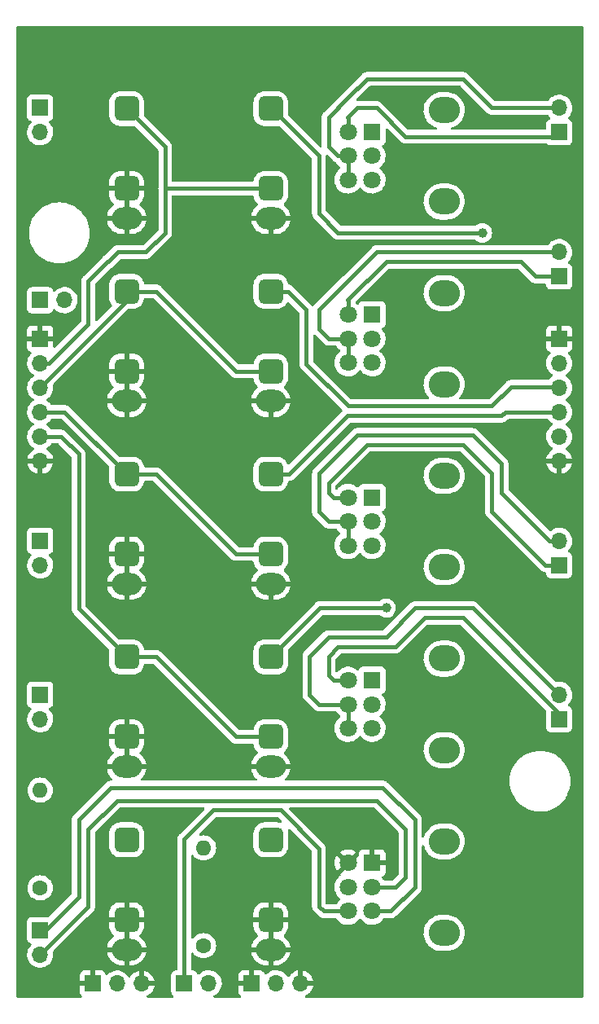
<source format=gbl>
G04 #@! TF.GenerationSoftware,KiCad,Pcbnew,(6.0.4)*
G04 #@! TF.CreationDate,2023-11-12T14:02:12+01:00*
G04 #@! TF.ProjectId,Mixer_FRONT,4d697865-725f-4465-924f-4e542e6b6963,rev?*
G04 #@! TF.SameCoordinates,Original*
G04 #@! TF.FileFunction,Copper,L2,Bot*
G04 #@! TF.FilePolarity,Positive*
%FSLAX46Y46*%
G04 Gerber Fmt 4.6, Leading zero omitted, Abs format (unit mm)*
G04 Created by KiCad (PCBNEW (6.0.4)) date 2023-11-12 14:02:12*
%MOMM*%
%LPD*%
G01*
G04 APERTURE LIST*
G04 Aperture macros list*
%AMRoundRect*
0 Rectangle with rounded corners*
0 $1 Rounding radius*
0 $2 $3 $4 $5 $6 $7 $8 $9 X,Y pos of 4 corners*
0 Add a 4 corners polygon primitive as box body*
4,1,4,$2,$3,$4,$5,$6,$7,$8,$9,$2,$3,0*
0 Add four circle primitives for the rounded corners*
1,1,$1+$1,$2,$3*
1,1,$1+$1,$4,$5*
1,1,$1+$1,$6,$7*
1,1,$1+$1,$8,$9*
0 Add four rect primitives between the rounded corners*
20,1,$1+$1,$2,$3,$4,$5,0*
20,1,$1+$1,$4,$5,$6,$7,0*
20,1,$1+$1,$6,$7,$8,$9,0*
20,1,$1+$1,$8,$9,$2,$3,0*%
G04 Aperture macros list end*
G04 #@! TA.AperFunction,ComponentPad*
%ADD10O,3.240000X2.720000*%
G04 #@! TD*
G04 #@! TA.AperFunction,ComponentPad*
%ADD11R,1.800000X1.800000*%
G04 #@! TD*
G04 #@! TA.AperFunction,ComponentPad*
%ADD12C,1.800000*%
G04 #@! TD*
G04 #@! TA.AperFunction,ComponentPad*
%ADD13O,3.100000X2.300000*%
G04 #@! TD*
G04 #@! TA.AperFunction,ComponentPad*
%ADD14RoundRect,0.650000X-0.650000X-0.650000X0.650000X-0.650000X0.650000X0.650000X-0.650000X0.650000X0*%
G04 #@! TD*
G04 #@! TA.AperFunction,ComponentPad*
%ADD15C,1.600000*%
G04 #@! TD*
G04 #@! TA.AperFunction,ComponentPad*
%ADD16O,1.600000X1.600000*%
G04 #@! TD*
G04 #@! TA.AperFunction,ComponentPad*
%ADD17R,1.700000X1.700000*%
G04 #@! TD*
G04 #@! TA.AperFunction,ComponentPad*
%ADD18O,1.700000X1.700000*%
G04 #@! TD*
G04 #@! TA.AperFunction,ViaPad*
%ADD19C,1.000000*%
G04 #@! TD*
G04 #@! TA.AperFunction,ViaPad*
%ADD20C,0.800000*%
G04 #@! TD*
G04 #@! TA.AperFunction,Conductor*
%ADD21C,0.400000*%
G04 #@! TD*
G04 APERTURE END LIST*
D10*
X68025000Y-131250000D03*
X68025000Y-140750000D03*
D11*
X60525000Y-133500000D03*
D12*
X60525000Y-136000000D03*
X60525000Y-138500000D03*
X58025000Y-133500000D03*
X58025000Y-136000000D03*
X58025000Y-138500000D03*
D10*
X68025000Y-64750000D03*
X68025000Y-55250000D03*
D11*
X60525000Y-57500000D03*
D12*
X60525000Y-60000000D03*
X60525000Y-62500000D03*
X58025000Y-57500000D03*
X58025000Y-60000000D03*
X58025000Y-62500000D03*
D13*
X35000000Y-66480000D03*
D14*
X35000000Y-55080000D03*
X35000000Y-63380000D03*
D13*
X50000000Y-104480000D03*
D14*
X50000000Y-93080000D03*
X50000000Y-101380000D03*
D13*
X35000000Y-123480000D03*
D14*
X35000000Y-112080000D03*
X35000000Y-120380000D03*
D13*
X50000000Y-85480000D03*
D14*
X50000000Y-74080000D03*
X50000000Y-82380000D03*
D13*
X50000000Y-66480000D03*
D14*
X50000000Y-55080000D03*
X50000000Y-63380000D03*
D15*
X43000000Y-142080000D03*
D16*
X43000000Y-131920000D03*
D13*
X50000000Y-123480000D03*
D14*
X50000000Y-112080000D03*
X50000000Y-120380000D03*
D13*
X35000000Y-104480000D03*
D14*
X35000000Y-93080000D03*
X35000000Y-101380000D03*
D10*
X68025000Y-83750000D03*
X68025000Y-74250000D03*
D11*
X60525000Y-76500000D03*
D12*
X60525000Y-79000000D03*
X60525000Y-81500000D03*
X58025000Y-76500000D03*
X58025000Y-79000000D03*
X58025000Y-81500000D03*
D10*
X68025000Y-93250000D03*
X68025000Y-102750000D03*
D11*
X60525000Y-95500000D03*
D12*
X60525000Y-98000000D03*
X60525000Y-100500000D03*
X58025000Y-95500000D03*
X58025000Y-98000000D03*
X58025000Y-100500000D03*
D10*
X68025000Y-112250000D03*
X68025000Y-121750000D03*
D11*
X60525000Y-114500000D03*
D12*
X60525000Y-117000000D03*
X60525000Y-119500000D03*
X58025000Y-114500000D03*
X58025000Y-117000000D03*
X58025000Y-119500000D03*
D15*
X26000000Y-136080000D03*
D16*
X26000000Y-125920000D03*
D13*
X50000000Y-142480000D03*
D14*
X50000000Y-131080000D03*
X50000000Y-139380000D03*
D13*
X35000000Y-85480000D03*
D14*
X35000000Y-74080000D03*
X35000000Y-82380000D03*
D13*
X35000000Y-142480000D03*
D14*
X35000000Y-131080000D03*
X35000000Y-139380000D03*
D17*
X26000000Y-100000000D03*
D18*
X26000000Y-102540000D03*
D17*
X26000000Y-75000000D03*
D18*
X28540000Y-75000000D03*
D17*
X80000000Y-79000000D03*
D18*
X80000000Y-81540000D03*
X80000000Y-84080000D03*
X80000000Y-86620000D03*
X80000000Y-89160000D03*
X80000000Y-91700000D03*
D17*
X26000000Y-116000000D03*
D18*
X26000000Y-118540000D03*
D17*
X80000000Y-57540000D03*
D18*
X80000000Y-55000000D03*
D17*
X26000000Y-55000000D03*
D18*
X26000000Y-57540000D03*
D17*
X31475000Y-146025000D03*
D18*
X34015000Y-146025000D03*
X36555000Y-146025000D03*
D17*
X80000000Y-118540000D03*
D18*
X80000000Y-116000000D03*
D17*
X80000000Y-72540000D03*
D18*
X80000000Y-70000000D03*
D17*
X26000000Y-140460000D03*
D18*
X26000000Y-143000000D03*
D17*
X26000000Y-79000000D03*
D18*
X26000000Y-81540000D03*
X26000000Y-84080000D03*
X26000000Y-86620000D03*
X26000000Y-89160000D03*
X26000000Y-91700000D03*
D17*
X48000000Y-146000000D03*
D18*
X50540000Y-146000000D03*
X53080000Y-146000000D03*
D17*
X41000000Y-146000000D03*
D18*
X43540000Y-146000000D03*
D17*
X80000000Y-102540000D03*
D18*
X80000000Y-100000000D03*
D19*
X57452277Y-108436168D03*
D20*
X77212098Y-56464943D03*
D19*
X57000000Y-71000000D03*
X56000000Y-53000000D03*
D20*
X53077364Y-89573530D03*
X64000000Y-54000000D03*
D19*
X78990087Y-94993267D03*
X68000000Y-126000000D03*
X78000000Y-76000000D03*
X72000000Y-68000000D03*
X62000000Y-107000000D03*
D21*
X50000000Y-63380000D02*
X39006197Y-63380000D01*
X39006197Y-63380000D02*
X39000000Y-63386197D01*
X33071352Y-71000000D02*
X34071352Y-70000000D01*
X37000000Y-70000000D02*
X39000000Y-68000000D01*
X39000000Y-63386197D02*
X39000000Y-59080000D01*
X34071352Y-70000000D02*
X37000000Y-70000000D01*
X31000000Y-73000000D02*
X33000000Y-71000000D01*
X26000000Y-81540000D02*
X26926841Y-81540000D01*
X33000000Y-71000000D02*
X33071352Y-71000000D01*
X31000000Y-77466841D02*
X31000000Y-73000000D01*
X39000000Y-59080000D02*
X35000000Y-55080000D01*
X39000000Y-68000000D02*
X39000000Y-63386197D01*
X26926841Y-81540000D02*
X31000000Y-77466841D01*
X50000000Y-82380000D02*
X46380000Y-82380000D01*
X38080000Y-74080000D02*
X35000000Y-74080000D01*
X46380000Y-82380000D02*
X38080000Y-74080000D01*
X35000000Y-75080000D02*
X26000000Y-84080000D01*
X35000000Y-74080000D02*
X35000000Y-75080000D01*
X28540000Y-86620000D02*
X26000000Y-86620000D01*
X46380000Y-101380000D02*
X38080000Y-93080000D01*
X38080000Y-93080000D02*
X35000000Y-93080000D01*
X35000000Y-93080000D02*
X28540000Y-86620000D01*
X50000000Y-101380000D02*
X46380000Y-101380000D01*
X28160000Y-89160000D02*
X30000000Y-91000000D01*
X30000000Y-107080000D02*
X35000000Y-112080000D01*
X46380000Y-120380000D02*
X38080000Y-112080000D01*
X30000000Y-91000000D02*
X30000000Y-107080000D01*
X50000000Y-120380000D02*
X46380000Y-120380000D01*
X26000000Y-89160000D02*
X28160000Y-89160000D01*
X38080000Y-112080000D02*
X35000000Y-112080000D01*
X55000000Y-60000000D02*
X50080000Y-55080000D01*
X50080000Y-55080000D02*
X50000000Y-55080000D01*
X57000000Y-68000000D02*
X55000000Y-66000000D01*
X55000000Y-66000000D02*
X55000000Y-60000000D01*
X72000000Y-68000000D02*
X57000000Y-68000000D01*
X75000000Y-84000000D02*
X79920000Y-84000000D01*
X51758592Y-74080000D02*
X53680234Y-76001642D01*
X58024164Y-86000000D02*
X73000000Y-86000000D01*
X73000000Y-86000000D02*
X75000000Y-84000000D01*
X53680234Y-81656070D02*
X58024164Y-86000000D01*
X50000000Y-74080000D02*
X51758592Y-74080000D01*
X53680234Y-76001642D02*
X53680234Y-81656070D01*
X79920000Y-84000000D02*
X80000000Y-84080000D01*
X80000000Y-86620000D02*
X74380000Y-86620000D01*
X51920000Y-93080000D02*
X50000000Y-93080000D01*
X74380000Y-86620000D02*
X74000000Y-87000000D01*
X58000000Y-87000000D02*
X51920000Y-93080000D01*
X74000000Y-87000000D02*
X58000000Y-87000000D01*
X64000000Y-135000000D02*
X63000000Y-136000000D01*
X61000000Y-127000000D02*
X64000000Y-130000000D01*
X34000000Y-127000000D02*
X61000000Y-127000000D01*
X31000000Y-138000000D02*
X31000000Y-130000000D01*
X31000000Y-130000000D02*
X34000000Y-127000000D01*
X26000000Y-143000000D02*
X31000000Y-138000000D01*
X63000000Y-136000000D02*
X60525000Y-136000000D01*
X64000000Y-130000000D02*
X64000000Y-135000000D01*
X58025000Y-56025000D02*
X58000000Y-56000000D01*
X59000000Y-55000000D02*
X61000000Y-55000000D01*
X58025000Y-57500000D02*
X58025000Y-56025000D01*
X61000000Y-55000000D02*
X64000000Y-58000000D01*
X79540000Y-58000000D02*
X80000000Y-57540000D01*
X58000000Y-56000000D02*
X59000000Y-55000000D01*
X64000000Y-58000000D02*
X79540000Y-58000000D01*
X58025000Y-60000000D02*
X58025000Y-62500000D01*
X57000000Y-60000000D02*
X56000000Y-59000000D01*
X73000000Y-55000000D02*
X70000000Y-52000000D01*
X58025000Y-60000000D02*
X57000000Y-60000000D01*
X56000000Y-56000000D02*
X58000000Y-54000000D01*
X60000000Y-52000000D02*
X58000000Y-54000000D01*
X70000000Y-52000000D02*
X60000000Y-52000000D01*
X80000000Y-55000000D02*
X73000000Y-55000000D01*
X56000000Y-59000000D02*
X56000000Y-56000000D01*
X76000000Y-71000000D02*
X62000000Y-71000000D01*
X80000000Y-72540000D02*
X77540000Y-72540000D01*
X58000000Y-75000000D02*
X58025000Y-75025000D01*
X62000000Y-71000000D02*
X58000000Y-75000000D01*
X77540000Y-72540000D02*
X76000000Y-71000000D01*
X58025000Y-75025000D02*
X58025000Y-76500000D01*
X58025000Y-79000000D02*
X58025000Y-81500000D01*
X61000000Y-70000000D02*
X58000000Y-73000000D01*
X55000000Y-76000000D02*
X55000000Y-78000000D01*
X80000000Y-70000000D02*
X61000000Y-70000000D01*
X58000000Y-73000000D02*
X55000000Y-76000000D01*
X56000000Y-79000000D02*
X58025000Y-79000000D01*
X55000000Y-78000000D02*
X56000000Y-79000000D01*
X71000000Y-89000000D02*
X74000000Y-92000000D01*
X58025000Y-98000000D02*
X58025000Y-100500000D01*
X55000000Y-97000000D02*
X55000000Y-93000000D01*
X55000000Y-93000000D02*
X59000000Y-89000000D01*
X74000000Y-95000000D02*
X79000000Y-100000000D01*
X59000000Y-89000000D02*
X71000000Y-89000000D01*
X79000000Y-100000000D02*
X80000000Y-100000000D01*
X74000000Y-92000000D02*
X74000000Y-95000000D01*
X56000000Y-98000000D02*
X55000000Y-97000000D01*
X58025000Y-98000000D02*
X56000000Y-98000000D01*
X62000000Y-107000000D02*
X55080000Y-107000000D01*
X55080000Y-107000000D02*
X50000000Y-112080000D01*
X65000000Y-129000000D02*
X61653724Y-125653724D01*
X62500000Y-138500000D02*
X65000000Y-136000000D01*
X65000000Y-136000000D02*
X65000000Y-129000000D01*
X61653724Y-125653724D02*
X33346276Y-125653724D01*
X60525000Y-138500000D02*
X62500000Y-138500000D01*
X26540000Y-140460000D02*
X26000000Y-140460000D01*
X33346276Y-125653724D02*
X30000000Y-129000000D01*
X30000000Y-137000000D02*
X26540000Y-140460000D01*
X30000000Y-129000000D02*
X30000000Y-137000000D01*
X58025000Y-95500000D02*
X56500000Y-95500000D01*
X56000000Y-94000000D02*
X60000000Y-90000000D01*
X56000000Y-95000000D02*
X56000000Y-94000000D01*
X78540000Y-102540000D02*
X80000000Y-102540000D01*
X70000000Y-90000000D02*
X73000000Y-93000000D01*
X56500000Y-95500000D02*
X56000000Y-95000000D01*
X60000000Y-90000000D02*
X70000000Y-90000000D01*
X73000000Y-97000000D02*
X78540000Y-102540000D01*
X73000000Y-93000000D02*
X73000000Y-97000000D01*
X56000000Y-112000000D02*
X56000000Y-114000000D01*
X70000000Y-108000000D02*
X66000000Y-108000000D01*
X56500000Y-114500000D02*
X58025000Y-114500000D01*
X57000000Y-111000000D02*
X56000000Y-112000000D01*
X63000000Y-111000000D02*
X57000000Y-111000000D01*
X66000000Y-108000000D02*
X63000000Y-111000000D01*
X80000000Y-118540000D02*
X80000000Y-118000000D01*
X56000000Y-114000000D02*
X56500000Y-114500000D01*
X80000000Y-118000000D02*
X70000000Y-108000000D01*
X58025000Y-117000000D02*
X58025000Y-119500000D01*
X80000000Y-116000000D02*
X71000000Y-107000000D01*
X56000000Y-110000000D02*
X54000000Y-112000000D01*
X71000000Y-107000000D02*
X65000000Y-107000000D01*
X54000000Y-116000000D02*
X55000000Y-117000000D01*
X54000000Y-112000000D02*
X54000000Y-116000000D01*
X65000000Y-107000000D02*
X62000000Y-110000000D01*
X62000000Y-110000000D02*
X56000000Y-110000000D01*
X55000000Y-117000000D02*
X58025000Y-117000000D01*
X55000000Y-138000000D02*
X55500000Y-138500000D01*
X55000000Y-132000000D02*
X55000000Y-138000000D01*
X41000000Y-146000000D02*
X41000000Y-131000000D01*
X55500000Y-138500000D02*
X58025000Y-138500000D01*
X41000000Y-131000000D02*
X44000000Y-128000000D01*
X44000000Y-128000000D02*
X51000000Y-128000000D01*
X51000000Y-128000000D02*
X55000000Y-132000000D01*
G04 #@! TA.AperFunction,Conductor*
G36*
X82433621Y-46528502D02*
G01*
X82480114Y-46582158D01*
X82491500Y-46634500D01*
X82491500Y-147365500D01*
X82471498Y-147433621D01*
X82417842Y-147480114D01*
X82365500Y-147491500D01*
X53666025Y-147491500D01*
X53597904Y-147471498D01*
X53551411Y-147417842D01*
X53541307Y-147347568D01*
X53570801Y-147282988D01*
X53610592Y-147252349D01*
X53773095Y-147172739D01*
X53781945Y-147167464D01*
X53955328Y-147043792D01*
X53963200Y-147037139D01*
X54114052Y-146886812D01*
X54120730Y-146878965D01*
X54245003Y-146706020D01*
X54250313Y-146697183D01*
X54344670Y-146506267D01*
X54348469Y-146496672D01*
X54410377Y-146292910D01*
X54412555Y-146282837D01*
X54413986Y-146271962D01*
X54411775Y-146257778D01*
X54398617Y-146254000D01*
X52952000Y-146254000D01*
X52883879Y-146233998D01*
X52837386Y-146180342D01*
X52826000Y-146128000D01*
X52826000Y-145727885D01*
X53334000Y-145727885D01*
X53338475Y-145743124D01*
X53339865Y-145744329D01*
X53347548Y-145746000D01*
X54398344Y-145746000D01*
X54411875Y-145742027D01*
X54413180Y-145732947D01*
X54371214Y-145565875D01*
X54367894Y-145556124D01*
X54282972Y-145360814D01*
X54278105Y-145351739D01*
X54162426Y-145172926D01*
X54156136Y-145164757D01*
X54012806Y-145007240D01*
X54005273Y-145000215D01*
X53838139Y-144868222D01*
X53829552Y-144862517D01*
X53643117Y-144759599D01*
X53633705Y-144755369D01*
X53432959Y-144684280D01*
X53422988Y-144681646D01*
X53351837Y-144668972D01*
X53338540Y-144670432D01*
X53334000Y-144684989D01*
X53334000Y-145727885D01*
X52826000Y-145727885D01*
X52826000Y-144683102D01*
X52822082Y-144669758D01*
X52807806Y-144667771D01*
X52769324Y-144673660D01*
X52759288Y-144676051D01*
X52556868Y-144742212D01*
X52547359Y-144746209D01*
X52358463Y-144844542D01*
X52349738Y-144850036D01*
X52179433Y-144977905D01*
X52171726Y-144984748D01*
X52024590Y-145138717D01*
X52018109Y-145146722D01*
X51913498Y-145300074D01*
X51858587Y-145345076D01*
X51788062Y-145353247D01*
X51724315Y-145321993D01*
X51703618Y-145297509D01*
X51622822Y-145172617D01*
X51622820Y-145172614D01*
X51620014Y-145168277D01*
X51469670Y-145003051D01*
X51465619Y-144999852D01*
X51465615Y-144999848D01*
X51298414Y-144867800D01*
X51298410Y-144867798D01*
X51294359Y-144864598D01*
X51258028Y-144844542D01*
X51212258Y-144819276D01*
X51098789Y-144756638D01*
X51093920Y-144754914D01*
X51093916Y-144754912D01*
X50893087Y-144683795D01*
X50893083Y-144683794D01*
X50888212Y-144682069D01*
X50883119Y-144681162D01*
X50883116Y-144681161D01*
X50673373Y-144643800D01*
X50673367Y-144643799D01*
X50668284Y-144642894D01*
X50594452Y-144641992D01*
X50450081Y-144640228D01*
X50450079Y-144640228D01*
X50444911Y-144640165D01*
X50224091Y-144673955D01*
X50011756Y-144743357D01*
X49813607Y-144846507D01*
X49809474Y-144849610D01*
X49809471Y-144849612D01*
X49693153Y-144936946D01*
X49634965Y-144980635D01*
X49631393Y-144984373D01*
X49553898Y-145065466D01*
X49492374Y-145100895D01*
X49421462Y-145097438D01*
X49363676Y-145056192D01*
X49344823Y-145022644D01*
X49303324Y-144911946D01*
X49294786Y-144896351D01*
X49218285Y-144794276D01*
X49205724Y-144781715D01*
X49103649Y-144705214D01*
X49088054Y-144696676D01*
X48967606Y-144651522D01*
X48952351Y-144647895D01*
X48901486Y-144642369D01*
X48894672Y-144642000D01*
X48272115Y-144642000D01*
X48256876Y-144646475D01*
X48255671Y-144647865D01*
X48254000Y-144655548D01*
X48254000Y-146128000D01*
X48233998Y-146196121D01*
X48180342Y-146242614D01*
X48128000Y-146254000D01*
X46660116Y-146254000D01*
X46644877Y-146258475D01*
X46643672Y-146259865D01*
X46642001Y-146267548D01*
X46642001Y-146894669D01*
X46642371Y-146901490D01*
X46647895Y-146952352D01*
X46651521Y-146967604D01*
X46696676Y-147088054D01*
X46705214Y-147103649D01*
X46781715Y-147205724D01*
X46794276Y-147218285D01*
X46856173Y-147264674D01*
X46898688Y-147321533D01*
X46903714Y-147392351D01*
X46869654Y-147454645D01*
X46807323Y-147488635D01*
X46780608Y-147491500D01*
X44127160Y-147491500D01*
X44059039Y-147471498D01*
X44012546Y-147417842D01*
X44002442Y-147347568D01*
X44031936Y-147282988D01*
X44071728Y-147252349D01*
X44233346Y-147173173D01*
X44237994Y-147170896D01*
X44419860Y-147041173D01*
X44578096Y-146883489D01*
X44708453Y-146702077D01*
X44717209Y-146684362D01*
X44805136Y-146506453D01*
X44805137Y-146506451D01*
X44807430Y-146501811D01*
X44863304Y-146317910D01*
X44870865Y-146293023D01*
X44870865Y-146293021D01*
X44872370Y-146288069D01*
X44901529Y-146066590D01*
X44903156Y-146000000D01*
X44884852Y-145777361D01*
X44872424Y-145727885D01*
X46642000Y-145727885D01*
X46646475Y-145743124D01*
X46647865Y-145744329D01*
X46655548Y-145746000D01*
X47727885Y-145746000D01*
X47743124Y-145741525D01*
X47744329Y-145740135D01*
X47746000Y-145732452D01*
X47746000Y-144660116D01*
X47741525Y-144644877D01*
X47740135Y-144643672D01*
X47732452Y-144642001D01*
X47105331Y-144642001D01*
X47098510Y-144642371D01*
X47047648Y-144647895D01*
X47032396Y-144651521D01*
X46911946Y-144696676D01*
X46896351Y-144705214D01*
X46794276Y-144781715D01*
X46781715Y-144794276D01*
X46705214Y-144896351D01*
X46696676Y-144911946D01*
X46651522Y-145032394D01*
X46647895Y-145047649D01*
X46642369Y-145098514D01*
X46642000Y-145105328D01*
X46642000Y-145727885D01*
X44872424Y-145727885D01*
X44830431Y-145560702D01*
X44741354Y-145355840D01*
X44638995Y-145197617D01*
X44622822Y-145172617D01*
X44622820Y-145172614D01*
X44620014Y-145168277D01*
X44469670Y-145003051D01*
X44465619Y-144999852D01*
X44465615Y-144999848D01*
X44298414Y-144867800D01*
X44298410Y-144867798D01*
X44294359Y-144864598D01*
X44258028Y-144844542D01*
X44212258Y-144819276D01*
X44098789Y-144756638D01*
X44093920Y-144754914D01*
X44093916Y-144754912D01*
X43893087Y-144683795D01*
X43893083Y-144683794D01*
X43888212Y-144682069D01*
X43883119Y-144681162D01*
X43883116Y-144681161D01*
X43673373Y-144643800D01*
X43673367Y-144643799D01*
X43668284Y-144642894D01*
X43594452Y-144641992D01*
X43450081Y-144640228D01*
X43450079Y-144640228D01*
X43444911Y-144640165D01*
X43224091Y-144673955D01*
X43011756Y-144743357D01*
X42813607Y-144846507D01*
X42809474Y-144849610D01*
X42809471Y-144849612D01*
X42693153Y-144936946D01*
X42634965Y-144980635D01*
X42561613Y-145057394D01*
X42554283Y-145065064D01*
X42492759Y-145100494D01*
X42421846Y-145097037D01*
X42364060Y-145055791D01*
X42345207Y-145022243D01*
X42303767Y-144911703D01*
X42300615Y-144903295D01*
X42213261Y-144786739D01*
X42096705Y-144699385D01*
X41960316Y-144648255D01*
X41898134Y-144641500D01*
X41834500Y-144641500D01*
X41766379Y-144621498D01*
X41719886Y-144567842D01*
X41708500Y-144515500D01*
X41708500Y-142916468D01*
X41728502Y-142848347D01*
X41782158Y-142801854D01*
X41852432Y-142791750D01*
X41917012Y-142821244D01*
X41937713Y-142844197D01*
X41993802Y-142924300D01*
X42155700Y-143086198D01*
X42160208Y-143089355D01*
X42160211Y-143089357D01*
X42238389Y-143144098D01*
X42343251Y-143217523D01*
X42348233Y-143219846D01*
X42348238Y-143219849D01*
X42494538Y-143288069D01*
X42550757Y-143314284D01*
X42556065Y-143315706D01*
X42556067Y-143315707D01*
X42766598Y-143372119D01*
X42766600Y-143372119D01*
X42771913Y-143373543D01*
X43000000Y-143393498D01*
X43228087Y-143373543D01*
X43233400Y-143372119D01*
X43233402Y-143372119D01*
X43443933Y-143315707D01*
X43443935Y-143315706D01*
X43449243Y-143314284D01*
X43505462Y-143288069D01*
X43651762Y-143219849D01*
X43651767Y-143219846D01*
X43656749Y-143217523D01*
X43761611Y-143144098D01*
X43839789Y-143089357D01*
X43839792Y-143089355D01*
X43844300Y-143086198D01*
X44006198Y-142924300D01*
X44130905Y-142746200D01*
X47958797Y-142746200D01*
X48017117Y-142989123D01*
X48020166Y-142998508D01*
X48116248Y-143230470D01*
X48120729Y-143239264D01*
X48251920Y-143453348D01*
X48257712Y-143461321D01*
X48420784Y-143652252D01*
X48427748Y-143659216D01*
X48618679Y-143822288D01*
X48626652Y-143828080D01*
X48840736Y-143959271D01*
X48849530Y-143963752D01*
X49081492Y-144059834D01*
X49090877Y-144062883D01*
X49335017Y-144121496D01*
X49344764Y-144123039D01*
X49532399Y-144137807D01*
X49537325Y-144138000D01*
X49727885Y-144138000D01*
X49743124Y-144133525D01*
X49744329Y-144132135D01*
X49746000Y-144124452D01*
X49746000Y-144119885D01*
X50254000Y-144119885D01*
X50258475Y-144135124D01*
X50259865Y-144136329D01*
X50267548Y-144138000D01*
X50462675Y-144138000D01*
X50467601Y-144137807D01*
X50655236Y-144123039D01*
X50664983Y-144121496D01*
X50909123Y-144062883D01*
X50918508Y-144059834D01*
X51150470Y-143963752D01*
X51159264Y-143959271D01*
X51373348Y-143828080D01*
X51381321Y-143822288D01*
X51572252Y-143659216D01*
X51579216Y-143652252D01*
X51742288Y-143461321D01*
X51748080Y-143453348D01*
X51879271Y-143239264D01*
X51883752Y-143230470D01*
X51979834Y-142998508D01*
X51982883Y-142989123D01*
X52040820Y-142747798D01*
X52038546Y-142736970D01*
X52027082Y-142734000D01*
X50272115Y-142734000D01*
X50256876Y-142738475D01*
X50255671Y-142739865D01*
X50254000Y-142747548D01*
X50254000Y-144119885D01*
X49746000Y-144119885D01*
X49746000Y-142752115D01*
X49741525Y-142736876D01*
X49740135Y-142735671D01*
X49732452Y-142734000D01*
X47974978Y-142734000D01*
X47960185Y-142738344D01*
X47958797Y-142746200D01*
X44130905Y-142746200D01*
X44137523Y-142736749D01*
X44139846Y-142731767D01*
X44139849Y-142731762D01*
X44231961Y-142534225D01*
X44231961Y-142534224D01*
X44234284Y-142529243D01*
X44291717Y-142314904D01*
X44292119Y-142313402D01*
X44292119Y-142313400D01*
X44293543Y-142308087D01*
X44301932Y-142212202D01*
X47959180Y-142212202D01*
X47961454Y-142223030D01*
X47972918Y-142226000D01*
X49727885Y-142226000D01*
X49743124Y-142221525D01*
X49744329Y-142220135D01*
X49746000Y-142212452D01*
X49746000Y-142207885D01*
X50254000Y-142207885D01*
X50258475Y-142223124D01*
X50259865Y-142224329D01*
X50267548Y-142226000D01*
X52025022Y-142226000D01*
X52039815Y-142221656D01*
X52041203Y-142213800D01*
X51982883Y-141970877D01*
X51979834Y-141961492D01*
X51883752Y-141729530D01*
X51879271Y-141720736D01*
X51748080Y-141506652D01*
X51742288Y-141498679D01*
X51579216Y-141307748D01*
X51572252Y-141300784D01*
X51381326Y-141137717D01*
X51380411Y-141137052D01*
X51380147Y-141136710D01*
X51377562Y-141134502D01*
X51378026Y-141133959D01*
X51337058Y-141080829D01*
X51330984Y-141010092D01*
X51364117Y-140947301D01*
X51383013Y-140931342D01*
X51389659Y-140926766D01*
X51398504Y-140919396D01*
X51525173Y-140792505D01*
X65891984Y-140792505D01*
X65917738Y-141062441D01*
X65918822Y-141066870D01*
X65918823Y-141066877D01*
X65935995Y-141137052D01*
X65982190Y-141325832D01*
X65983905Y-141330067D01*
X65983906Y-141330069D01*
X66082275Y-141572931D01*
X66083988Y-141577160D01*
X66221001Y-141811161D01*
X66257974Y-141857393D01*
X66379672Y-142009568D01*
X66390359Y-142022932D01*
X66393700Y-142026053D01*
X66532742Y-142155939D01*
X66588512Y-142208037D01*
X66811312Y-142362598D01*
X66815388Y-142364626D01*
X66815390Y-142364627D01*
X67050003Y-142481346D01*
X67050006Y-142481347D01*
X67054090Y-142483379D01*
X67311760Y-142567847D01*
X67316251Y-142568627D01*
X67316252Y-142568627D01*
X67575144Y-142613579D01*
X67575152Y-142613580D01*
X67578925Y-142614235D01*
X67582762Y-142614426D01*
X67663029Y-142618422D01*
X67663037Y-142618422D01*
X67664600Y-142618500D01*
X68353884Y-142618500D01*
X68356152Y-142618335D01*
X68356164Y-142618335D01*
X68487978Y-142608771D01*
X68555451Y-142603875D01*
X68559906Y-142602891D01*
X68559909Y-142602891D01*
X68815777Y-142546400D01*
X68815781Y-142546399D01*
X68820237Y-142545415D01*
X68989345Y-142481346D01*
X69069540Y-142450963D01*
X69069543Y-142450962D01*
X69073810Y-142449345D01*
X69310859Y-142317676D01*
X69526417Y-142153167D01*
X69533022Y-142146411D01*
X69657216Y-142019366D01*
X69715970Y-141959264D01*
X69749108Y-141913738D01*
X69872859Y-141743721D01*
X69875547Y-141740028D01*
X70001804Y-141500053D01*
X70027165Y-141428238D01*
X70053127Y-141354717D01*
X70092096Y-141244366D01*
X70113228Y-141137153D01*
X70143652Y-140982794D01*
X70143653Y-140982788D01*
X70144533Y-140978322D01*
X70144760Y-140973766D01*
X70157789Y-140712064D01*
X70157789Y-140712058D01*
X70158016Y-140707495D01*
X70132262Y-140437559D01*
X70125534Y-140410061D01*
X70099352Y-140303069D01*
X70067810Y-140174168D01*
X69997244Y-139999947D01*
X69967725Y-139927069D01*
X69967725Y-139927068D01*
X69966012Y-139922840D01*
X69828999Y-139688839D01*
X69677728Y-139499684D01*
X69662493Y-139480634D01*
X69662492Y-139480632D01*
X69659641Y-139477068D01*
X69520226Y-139346833D01*
X69464824Y-139295079D01*
X69464821Y-139295077D01*
X69461488Y-139291963D01*
X69238688Y-139137402D01*
X69228809Y-139132487D01*
X68999997Y-139018654D01*
X68999994Y-139018653D01*
X68995910Y-139016621D01*
X68738240Y-138932153D01*
X68733748Y-138931373D01*
X68474856Y-138886421D01*
X68474848Y-138886420D01*
X68471075Y-138885765D01*
X68463429Y-138885384D01*
X68386971Y-138881578D01*
X68386963Y-138881578D01*
X68385400Y-138881500D01*
X67696116Y-138881500D01*
X67693848Y-138881665D01*
X67693836Y-138881665D01*
X67562022Y-138891229D01*
X67494549Y-138896125D01*
X67490094Y-138897109D01*
X67490091Y-138897109D01*
X67234223Y-138953600D01*
X67234219Y-138953601D01*
X67229763Y-138954585D01*
X67139375Y-138988830D01*
X66980460Y-139049037D01*
X66980457Y-139049038D01*
X66976190Y-139050655D01*
X66739141Y-139182324D01*
X66523583Y-139346833D01*
X66334030Y-139540736D01*
X66331343Y-139544428D01*
X66331341Y-139544430D01*
X66177141Y-139756279D01*
X66174453Y-139759972D01*
X66048196Y-139999947D01*
X66046677Y-140004248D01*
X66046675Y-140004253D01*
X66012332Y-140101507D01*
X65957904Y-140255634D01*
X65957024Y-140260100D01*
X65927467Y-140410061D01*
X65905467Y-140521678D01*
X65905240Y-140526232D01*
X65905240Y-140526234D01*
X65892309Y-140785978D01*
X65891984Y-140792505D01*
X51525173Y-140792505D01*
X51540699Y-140776952D01*
X51548053Y-140768094D01*
X51661906Y-140602126D01*
X51667519Y-140592083D01*
X51749221Y-140408145D01*
X51752914Y-140397235D01*
X51799876Y-140200871D01*
X51801438Y-140190750D01*
X51807839Y-140101459D01*
X51808000Y-140096946D01*
X51808000Y-139652115D01*
X51803525Y-139636876D01*
X51802135Y-139635671D01*
X51794452Y-139634000D01*
X50272115Y-139634000D01*
X50256876Y-139638475D01*
X50255671Y-139639865D01*
X50254000Y-139647548D01*
X50254000Y-142207885D01*
X49746000Y-142207885D01*
X49746000Y-139652115D01*
X49741525Y-139636876D01*
X49740135Y-139635671D01*
X49732452Y-139634000D01*
X48210116Y-139634000D01*
X48194877Y-139638475D01*
X48193672Y-139639865D01*
X48192001Y-139647548D01*
X48192001Y-140096905D01*
X48192169Y-140101507D01*
X48198844Y-140192746D01*
X48200426Y-140202885D01*
X48247730Y-140399163D01*
X48251440Y-140410061D01*
X48333463Y-140593858D01*
X48339091Y-140603888D01*
X48453241Y-140769667D01*
X48460604Y-140778504D01*
X48603048Y-140920699D01*
X48611899Y-140928047D01*
X48616663Y-140931315D01*
X48661522Y-140986344D01*
X48669509Y-141056890D01*
X48638089Y-141120555D01*
X48622433Y-141134496D01*
X48622438Y-141134502D01*
X48622169Y-141134732D01*
X48619450Y-141137153D01*
X48618674Y-141137717D01*
X48427748Y-141300784D01*
X48420784Y-141307748D01*
X48257712Y-141498679D01*
X48251920Y-141506652D01*
X48120729Y-141720736D01*
X48116248Y-141729530D01*
X48020166Y-141961492D01*
X48017117Y-141970877D01*
X47959180Y-142212202D01*
X44301932Y-142212202D01*
X44313498Y-142080000D01*
X44293543Y-141851913D01*
X44292119Y-141846598D01*
X44235707Y-141636067D01*
X44235706Y-141636065D01*
X44234284Y-141630757D01*
X44211128Y-141581099D01*
X44139849Y-141428238D01*
X44139846Y-141428233D01*
X44137523Y-141423251D01*
X44056647Y-141307748D01*
X44009357Y-141240211D01*
X44009355Y-141240208D01*
X44006198Y-141235700D01*
X43844300Y-141073802D01*
X43839792Y-141070645D01*
X43839789Y-141070643D01*
X43714327Y-140982794D01*
X43656749Y-140942477D01*
X43651767Y-140940154D01*
X43651762Y-140940151D01*
X43454225Y-140848039D01*
X43454224Y-140848039D01*
X43449243Y-140845716D01*
X43443935Y-140844294D01*
X43443933Y-140844293D01*
X43233402Y-140787881D01*
X43233400Y-140787881D01*
X43228087Y-140786457D01*
X43000000Y-140766502D01*
X42771913Y-140786457D01*
X42766600Y-140787881D01*
X42766598Y-140787881D01*
X42556067Y-140844293D01*
X42556065Y-140844294D01*
X42550757Y-140845716D01*
X42545776Y-140848039D01*
X42545775Y-140848039D01*
X42348238Y-140940151D01*
X42348233Y-140940154D01*
X42343251Y-140942477D01*
X42285673Y-140982794D01*
X42160211Y-141070643D01*
X42160208Y-141070645D01*
X42155700Y-141073802D01*
X41993802Y-141235700D01*
X41990645Y-141240208D01*
X41990643Y-141240211D01*
X41937713Y-141315803D01*
X41882256Y-141360131D01*
X41811636Y-141367440D01*
X41748276Y-141335409D01*
X41712291Y-141274208D01*
X41708500Y-141243532D01*
X41708500Y-139107885D01*
X48192000Y-139107885D01*
X48196475Y-139123124D01*
X48197865Y-139124329D01*
X48205548Y-139126000D01*
X49727885Y-139126000D01*
X49743124Y-139121525D01*
X49744329Y-139120135D01*
X49746000Y-139112452D01*
X49746000Y-139107885D01*
X50254000Y-139107885D01*
X50258475Y-139123124D01*
X50259865Y-139124329D01*
X50267548Y-139126000D01*
X51789884Y-139126000D01*
X51805123Y-139121525D01*
X51806328Y-139120135D01*
X51807999Y-139112452D01*
X51807999Y-138663096D01*
X51807831Y-138658493D01*
X51801156Y-138567254D01*
X51799574Y-138557115D01*
X51752270Y-138360837D01*
X51748560Y-138349939D01*
X51666537Y-138166142D01*
X51660909Y-138156112D01*
X51546759Y-137990333D01*
X51539396Y-137981496D01*
X51396952Y-137839301D01*
X51388094Y-137831947D01*
X51222126Y-137718094D01*
X51212083Y-137712481D01*
X51028145Y-137630779D01*
X51017235Y-137627086D01*
X50820871Y-137580124D01*
X50810750Y-137578562D01*
X50721459Y-137572161D01*
X50716946Y-137572000D01*
X50272115Y-137572000D01*
X50256876Y-137576475D01*
X50255671Y-137577865D01*
X50254000Y-137585548D01*
X50254000Y-139107885D01*
X49746000Y-139107885D01*
X49746000Y-137590116D01*
X49741525Y-137574877D01*
X49740135Y-137573672D01*
X49732452Y-137572001D01*
X49283096Y-137572001D01*
X49278493Y-137572169D01*
X49187254Y-137578844D01*
X49177115Y-137580426D01*
X48980837Y-137627730D01*
X48969939Y-137631440D01*
X48786142Y-137713463D01*
X48776112Y-137719091D01*
X48610333Y-137833241D01*
X48601496Y-137840604D01*
X48459301Y-137983048D01*
X48451947Y-137991906D01*
X48338094Y-138157874D01*
X48332481Y-138167917D01*
X48250779Y-138351855D01*
X48247086Y-138362765D01*
X48200124Y-138559129D01*
X48198562Y-138569250D01*
X48192161Y-138658541D01*
X48192000Y-138663054D01*
X48192000Y-139107885D01*
X41708500Y-139107885D01*
X41708500Y-132756468D01*
X41728502Y-132688347D01*
X41782158Y-132641854D01*
X41852432Y-132631750D01*
X41917012Y-132661244D01*
X41937713Y-132684197D01*
X41980156Y-132744811D01*
X41993802Y-132764300D01*
X42155700Y-132926198D01*
X42160208Y-132929355D01*
X42160211Y-132929357D01*
X42185591Y-132947128D01*
X42343251Y-133057523D01*
X42348233Y-133059846D01*
X42348238Y-133059849D01*
X42545775Y-133151961D01*
X42550757Y-133154284D01*
X42556065Y-133155706D01*
X42556067Y-133155707D01*
X42766598Y-133212119D01*
X42766600Y-133212119D01*
X42771913Y-133213543D01*
X43000000Y-133233498D01*
X43228087Y-133213543D01*
X43233400Y-133212119D01*
X43233402Y-133212119D01*
X43443933Y-133155707D01*
X43443935Y-133155706D01*
X43449243Y-133154284D01*
X43454225Y-133151961D01*
X43651762Y-133059849D01*
X43651767Y-133059846D01*
X43656749Y-133057523D01*
X43814409Y-132947128D01*
X43839789Y-132929357D01*
X43839792Y-132929355D01*
X43844300Y-132926198D01*
X44006198Y-132764300D01*
X44019845Y-132744811D01*
X44100982Y-132628935D01*
X44137523Y-132576749D01*
X44139846Y-132571767D01*
X44139849Y-132571762D01*
X44231961Y-132374225D01*
X44231961Y-132374224D01*
X44234284Y-132369243D01*
X44247284Y-132320729D01*
X44292119Y-132153402D01*
X44292119Y-132153400D01*
X44293543Y-132148087D01*
X44313498Y-131920000D01*
X44293543Y-131691913D01*
X44291500Y-131684288D01*
X44235707Y-131476067D01*
X44235706Y-131476065D01*
X44234284Y-131470757D01*
X44231961Y-131465775D01*
X44139849Y-131268238D01*
X44139846Y-131268233D01*
X44137523Y-131263251D01*
X44006198Y-131075700D01*
X43844300Y-130913802D01*
X43839792Y-130910645D01*
X43839789Y-130910643D01*
X43747522Y-130846037D01*
X43656749Y-130782477D01*
X43651767Y-130780154D01*
X43651762Y-130780151D01*
X43454225Y-130688039D01*
X43454224Y-130688039D01*
X43449243Y-130685716D01*
X43443935Y-130684294D01*
X43443933Y-130684293D01*
X43233402Y-130627881D01*
X43233400Y-130627881D01*
X43228087Y-130626457D01*
X43000000Y-130606502D01*
X42771913Y-130626457D01*
X42766600Y-130627881D01*
X42766598Y-130627881D01*
X42684635Y-130649843D01*
X42613659Y-130648153D01*
X42554863Y-130608359D01*
X42526915Y-130543095D01*
X42538688Y-130473081D01*
X42562929Y-130439041D01*
X44256565Y-128745405D01*
X44318877Y-128711379D01*
X44345660Y-128708500D01*
X50654340Y-128708500D01*
X50722461Y-128728502D01*
X50743435Y-128745405D01*
X51105836Y-129107806D01*
X51139862Y-129170118D01*
X51134797Y-129240933D01*
X51092250Y-129297769D01*
X51025730Y-129322580D01*
X50987434Y-129319445D01*
X50820942Y-129279627D01*
X50820936Y-129279626D01*
X50815943Y-129278432D01*
X50779715Y-129275835D01*
X50721487Y-129271661D01*
X50721479Y-129271661D01*
X50719237Y-129271500D01*
X50006457Y-129271500D01*
X49280764Y-129271501D01*
X49278471Y-129271669D01*
X49278464Y-129271669D01*
X49187182Y-129278347D01*
X49187178Y-129278348D01*
X49182047Y-129278723D01*
X48975056Y-129328609D01*
X48780622Y-129415380D01*
X48775868Y-129418653D01*
X48775867Y-129418654D01*
X48611886Y-129531566D01*
X48605256Y-129536131D01*
X48601176Y-129540218D01*
X48601175Y-129540219D01*
X48458911Y-129682730D01*
X48458907Y-129682735D01*
X48454832Y-129686817D01*
X48451566Y-129691578D01*
X48384486Y-129789363D01*
X48334387Y-129862393D01*
X48294945Y-129951191D01*
X48255171Y-130040736D01*
X48247956Y-130056979D01*
X48246612Y-130062599D01*
X48200224Y-130256565D01*
X48198432Y-130264057D01*
X48198065Y-130269179D01*
X48192583Y-130345660D01*
X48191500Y-130360763D01*
X48191501Y-131799236D01*
X48191669Y-131801529D01*
X48191669Y-131801536D01*
X48193757Y-131830069D01*
X48198723Y-131897953D01*
X48248609Y-132104944D01*
X48335380Y-132299378D01*
X48338653Y-132304132D01*
X48338654Y-132304133D01*
X48447722Y-132462531D01*
X48456131Y-132474744D01*
X48460218Y-132478824D01*
X48460219Y-132478825D01*
X48602730Y-132621089D01*
X48602735Y-132621093D01*
X48606817Y-132625168D01*
X48611578Y-132628434D01*
X48734959Y-132713073D01*
X48782393Y-132745613D01*
X48879686Y-132788829D01*
X48971701Y-132829700D01*
X48971705Y-132829701D01*
X48976979Y-132832044D01*
X48982600Y-132833388D01*
X48982599Y-132833388D01*
X49179059Y-132880373D01*
X49179063Y-132880374D01*
X49184057Y-132881568D01*
X49220285Y-132884165D01*
X49278513Y-132888339D01*
X49278521Y-132888339D01*
X49280763Y-132888500D01*
X49993543Y-132888500D01*
X50719236Y-132888499D01*
X50721529Y-132888331D01*
X50721536Y-132888331D01*
X50812818Y-132881653D01*
X50812822Y-132881652D01*
X50817953Y-132881277D01*
X51024944Y-132831391D01*
X51219378Y-132744620D01*
X51265194Y-132713073D01*
X51389988Y-132627144D01*
X51389989Y-132627143D01*
X51394744Y-132623869D01*
X51441782Y-132576749D01*
X51541089Y-132477270D01*
X51541093Y-132477265D01*
X51545168Y-132473183D01*
X51620113Y-132363933D01*
X51662345Y-132302371D01*
X51662345Y-132302370D01*
X51665613Y-132297607D01*
X51732027Y-132148087D01*
X51749700Y-132108299D01*
X51749701Y-132108295D01*
X51752044Y-132103021D01*
X51775701Y-132004101D01*
X51800373Y-131900941D01*
X51800374Y-131900937D01*
X51801568Y-131895943D01*
X51808500Y-131799237D01*
X51808499Y-130360764D01*
X51803576Y-130293470D01*
X51801653Y-130267182D01*
X51801652Y-130267178D01*
X51801277Y-130262047D01*
X51760444Y-130092618D01*
X51763929Y-130021707D01*
X51805198Y-129963937D01*
X51871149Y-129937650D01*
X51940842Y-129951191D01*
X51972031Y-129974001D01*
X53200968Y-131202939D01*
X54254595Y-132256566D01*
X54288621Y-132318878D01*
X54291500Y-132345661D01*
X54291500Y-137971088D01*
X54291208Y-137979658D01*
X54287275Y-138037352D01*
X54288580Y-138044829D01*
X54288580Y-138044830D01*
X54298261Y-138100299D01*
X54299223Y-138106821D01*
X54306898Y-138170242D01*
X54309581Y-138177343D01*
X54310222Y-138179952D01*
X54314685Y-138196262D01*
X54315450Y-138198798D01*
X54316757Y-138206284D01*
X54319811Y-138213241D01*
X54342442Y-138264795D01*
X54344933Y-138270899D01*
X54367513Y-138330656D01*
X54371817Y-138336919D01*
X54373054Y-138339285D01*
X54381299Y-138354097D01*
X54382632Y-138356351D01*
X54385685Y-138363305D01*
X54390307Y-138369328D01*
X54424579Y-138413991D01*
X54428459Y-138419332D01*
X54460339Y-138465720D01*
X54460344Y-138465725D01*
X54464643Y-138471981D01*
X54470313Y-138477032D01*
X54470314Y-138477034D01*
X54511170Y-138513435D01*
X54516446Y-138518416D01*
X54978550Y-138980520D01*
X54984404Y-138986785D01*
X55022439Y-139030385D01*
X55071116Y-139064595D01*
X55074697Y-139067112D01*
X55079993Y-139071045D01*
X55130282Y-139110477D01*
X55137204Y-139113602D01*
X55139452Y-139114964D01*
X55154185Y-139123368D01*
X55156524Y-139124622D01*
X55162739Y-139128990D01*
X55169815Y-139131749D01*
X55169819Y-139131751D01*
X55222269Y-139152200D01*
X55228334Y-139154749D01*
X55286573Y-139181045D01*
X55294038Y-139182429D01*
X55296582Y-139183226D01*
X55312848Y-139187859D01*
X55315428Y-139188521D01*
X55322509Y-139191282D01*
X55330042Y-139192274D01*
X55330043Y-139192274D01*
X55343261Y-139194014D01*
X55385857Y-139199622D01*
X55392355Y-139200650D01*
X55455187Y-139212296D01*
X55462767Y-139211859D01*
X55462768Y-139211859D01*
X55517393Y-139208709D01*
X55524647Y-139208500D01*
X56736590Y-139208500D01*
X56804711Y-139228502D01*
X56844023Y-139268665D01*
X56880129Y-139327584D01*
X56884501Y-139334719D01*
X57036147Y-139509784D01*
X57214349Y-139657730D01*
X57414322Y-139774584D01*
X57630694Y-139857209D01*
X57635760Y-139858240D01*
X57635761Y-139858240D01*
X57688846Y-139869040D01*
X57857656Y-139903385D01*
X57988324Y-139908176D01*
X58083949Y-139911683D01*
X58083953Y-139911683D01*
X58089113Y-139911872D01*
X58094233Y-139911216D01*
X58094235Y-139911216D01*
X58167270Y-139901860D01*
X58318847Y-139882442D01*
X58323795Y-139880957D01*
X58323802Y-139880956D01*
X58535747Y-139817369D01*
X58540690Y-139815886D01*
X58621236Y-139776427D01*
X58744049Y-139716262D01*
X58744052Y-139716260D01*
X58748684Y-139713991D01*
X58937243Y-139579494D01*
X59101303Y-139416005D01*
X59170370Y-139319888D01*
X59226365Y-139276240D01*
X59297068Y-139269794D01*
X59360033Y-139302597D01*
X59380128Y-139327584D01*
X59381799Y-139330311D01*
X59381804Y-139330317D01*
X59384501Y-139334719D01*
X59536147Y-139509784D01*
X59714349Y-139657730D01*
X59914322Y-139774584D01*
X60130694Y-139857209D01*
X60135760Y-139858240D01*
X60135761Y-139858240D01*
X60188846Y-139869040D01*
X60357656Y-139903385D01*
X60488324Y-139908176D01*
X60583949Y-139911683D01*
X60583953Y-139911683D01*
X60589113Y-139911872D01*
X60594233Y-139911216D01*
X60594235Y-139911216D01*
X60667270Y-139901860D01*
X60818847Y-139882442D01*
X60823795Y-139880957D01*
X60823802Y-139880956D01*
X61035747Y-139817369D01*
X61040690Y-139815886D01*
X61121236Y-139776427D01*
X61244049Y-139716262D01*
X61244052Y-139716260D01*
X61248684Y-139713991D01*
X61437243Y-139579494D01*
X61601303Y-139416005D01*
X61712704Y-139260974D01*
X61768699Y-139217326D01*
X61815027Y-139208500D01*
X62471088Y-139208500D01*
X62479658Y-139208792D01*
X62529776Y-139212209D01*
X62529780Y-139212209D01*
X62537352Y-139212725D01*
X62544829Y-139211420D01*
X62544830Y-139211420D01*
X62571308Y-139206799D01*
X62600303Y-139201738D01*
X62606821Y-139200777D01*
X62670242Y-139193102D01*
X62677343Y-139190419D01*
X62679952Y-139189778D01*
X62696262Y-139185315D01*
X62698798Y-139184550D01*
X62706284Y-139183243D01*
X62764800Y-139157556D01*
X62770904Y-139155065D01*
X62775319Y-139153397D01*
X62817649Y-139137402D01*
X62823548Y-139135173D01*
X62823549Y-139135172D01*
X62830656Y-139132487D01*
X62836919Y-139128183D01*
X62839285Y-139126946D01*
X62854097Y-139118701D01*
X62856351Y-139117368D01*
X62863305Y-139114315D01*
X62914002Y-139075413D01*
X62919332Y-139071541D01*
X62965720Y-139039661D01*
X62965725Y-139039656D01*
X62971981Y-139035357D01*
X63013436Y-138988829D01*
X63018416Y-138983554D01*
X65480520Y-136521450D01*
X65486785Y-136515596D01*
X65487238Y-136515201D01*
X65530385Y-136477561D01*
X65567129Y-136425280D01*
X65571061Y-136419986D01*
X65605791Y-136375693D01*
X65610476Y-136369718D01*
X65613599Y-136362802D01*
X65614983Y-136360516D01*
X65623357Y-136345835D01*
X65624622Y-136343475D01*
X65628990Y-136337261D01*
X65640365Y-136308087D01*
X65652202Y-136277725D01*
X65654759Y-136271642D01*
X65677918Y-136220352D01*
X65681045Y-136213427D01*
X65682429Y-136205960D01*
X65683230Y-136203405D01*
X65687859Y-136187152D01*
X65688522Y-136184572D01*
X65691282Y-136177491D01*
X65699622Y-136114139D01*
X65700653Y-136107632D01*
X65705775Y-136080000D01*
X65712296Y-136044814D01*
X65708709Y-135982608D01*
X65708500Y-135975354D01*
X65708500Y-131752385D01*
X65728502Y-131684264D01*
X65782158Y-131637771D01*
X65852432Y-131627667D01*
X65917012Y-131657161D01*
X65956889Y-131722436D01*
X65982190Y-131825832D01*
X65983905Y-131830067D01*
X65983906Y-131830069D01*
X66054396Y-132004101D01*
X66083988Y-132077160D01*
X66221001Y-132311161D01*
X66271435Y-132374225D01*
X66348019Y-132469988D01*
X66390359Y-132522932D01*
X66393700Y-132526053D01*
X66562992Y-132684197D01*
X66588512Y-132708037D01*
X66811312Y-132862598D01*
X66815388Y-132864626D01*
X66815390Y-132864627D01*
X67050003Y-132981346D01*
X67050006Y-132981347D01*
X67054090Y-132983379D01*
X67311760Y-133067847D01*
X67316251Y-133068627D01*
X67316252Y-133068627D01*
X67575144Y-133113579D01*
X67575152Y-133113580D01*
X67578925Y-133114235D01*
X67582762Y-133114426D01*
X67663029Y-133118422D01*
X67663037Y-133118422D01*
X67664600Y-133118500D01*
X68353884Y-133118500D01*
X68356152Y-133118335D01*
X68356164Y-133118335D01*
X68487978Y-133108771D01*
X68555451Y-133103875D01*
X68559906Y-133102891D01*
X68559909Y-133102891D01*
X68815777Y-133046400D01*
X68815781Y-133046399D01*
X68820237Y-133045415D01*
X68989345Y-132981346D01*
X69069540Y-132950963D01*
X69069543Y-132950962D01*
X69073810Y-132949345D01*
X69310859Y-132817676D01*
X69443563Y-132716399D01*
X69522785Y-132655939D01*
X69522786Y-132655938D01*
X69526417Y-132653167D01*
X69550106Y-132628935D01*
X69702363Y-132473183D01*
X69715970Y-132459264D01*
X69832348Y-132299378D01*
X69872859Y-132243721D01*
X69875547Y-132240028D01*
X70001804Y-132000053D01*
X70039673Y-131892818D01*
X70061941Y-131829758D01*
X70092096Y-131744366D01*
X70123308Y-131586009D01*
X70143652Y-131482794D01*
X70143653Y-131482788D01*
X70144533Y-131478322D01*
X70154992Y-131268238D01*
X70157789Y-131212064D01*
X70157789Y-131212058D01*
X70158016Y-131207495D01*
X70132262Y-130937559D01*
X70127403Y-130917699D01*
X70071204Y-130688039D01*
X70067810Y-130674168D01*
X70057958Y-130649843D01*
X69967725Y-130427069D01*
X69967725Y-130427068D01*
X69966012Y-130422840D01*
X69828999Y-130188839D01*
X69659641Y-129977068D01*
X69631940Y-129951191D01*
X69464824Y-129795079D01*
X69464821Y-129795077D01*
X69461488Y-129791963D01*
X69238688Y-129637402D01*
X69064321Y-129550655D01*
X68999997Y-129518654D01*
X68999994Y-129518653D01*
X68995910Y-129516621D01*
X68738240Y-129432153D01*
X68733748Y-129431373D01*
X68474856Y-129386421D01*
X68474848Y-129386420D01*
X68471075Y-129385765D01*
X68463429Y-129385384D01*
X68386971Y-129381578D01*
X68386963Y-129381578D01*
X68385400Y-129381500D01*
X67696116Y-129381500D01*
X67693848Y-129381665D01*
X67693836Y-129381665D01*
X67562022Y-129391229D01*
X67494549Y-129396125D01*
X67490094Y-129397109D01*
X67490091Y-129397109D01*
X67234223Y-129453600D01*
X67234219Y-129453601D01*
X67229763Y-129454585D01*
X67102976Y-129502620D01*
X66980460Y-129549037D01*
X66980457Y-129549038D01*
X66976190Y-129550655D01*
X66739141Y-129682324D01*
X66523583Y-129846833D01*
X66520390Y-129850099D01*
X66520388Y-129850101D01*
X66503212Y-129867671D01*
X66334030Y-130040736D01*
X66174453Y-130259972D01*
X66048196Y-130499947D01*
X66046677Y-130504248D01*
X66046675Y-130504253D01*
X66009912Y-130608359D01*
X65957904Y-130755634D01*
X65957023Y-130760105D01*
X65956034Y-130763719D01*
X65918766Y-130824147D01*
X65854744Y-130854834D01*
X65784295Y-130846037D01*
X65729785Y-130800548D01*
X65708500Y-130730471D01*
X65708500Y-129028927D01*
X65708792Y-129020358D01*
X65712210Y-128970225D01*
X65712210Y-128970221D01*
X65712726Y-128962648D01*
X65701736Y-128899681D01*
X65700775Y-128893165D01*
X65694014Y-128837298D01*
X65693102Y-128829758D01*
X65690419Y-128822657D01*
X65689778Y-128820048D01*
X65685309Y-128803715D01*
X65684548Y-128801195D01*
X65683243Y-128793717D01*
X65677067Y-128779648D01*
X65657559Y-128735204D01*
X65655068Y-128729099D01*
X65635175Y-128676456D01*
X65635173Y-128676452D01*
X65632487Y-128669344D01*
X65628184Y-128663083D01*
X65626947Y-128660717D01*
X65618720Y-128645937D01*
X65617369Y-128643652D01*
X65614315Y-128636695D01*
X65609695Y-128630675D01*
X65609692Y-128630669D01*
X65575421Y-128586009D01*
X65571541Y-128580668D01*
X65539661Y-128534280D01*
X65539656Y-128534275D01*
X65535357Y-128528019D01*
X65529095Y-128522439D01*
X65488830Y-128486565D01*
X65483554Y-128481584D01*
X62175174Y-125173204D01*
X62169320Y-125166939D01*
X62167536Y-125164894D01*
X62131285Y-125123339D01*
X62079004Y-125086595D01*
X62073710Y-125082663D01*
X62029417Y-125047933D01*
X62023442Y-125043248D01*
X62016526Y-125040125D01*
X62014240Y-125038741D01*
X61999559Y-125030367D01*
X61997199Y-125029102D01*
X61990985Y-125024734D01*
X61983906Y-125021974D01*
X61983904Y-125021973D01*
X61931449Y-125001522D01*
X61925380Y-124998971D01*
X61867151Y-124972679D01*
X61859684Y-124971295D01*
X61857129Y-124970494D01*
X61840876Y-124965865D01*
X61838296Y-124965202D01*
X61831215Y-124962442D01*
X61823684Y-124961451D01*
X61823682Y-124961450D01*
X61794063Y-124957551D01*
X61780595Y-124955778D01*
X74833048Y-124955778D01*
X74847855Y-125309071D01*
X74901951Y-125658511D01*
X74994662Y-125999743D01*
X75124832Y-126328514D01*
X75126487Y-126331626D01*
X75126489Y-126331631D01*
X75157271Y-126389524D01*
X75290838Y-126640727D01*
X75292828Y-126643633D01*
X75292829Y-126643635D01*
X75488621Y-126929582D01*
X75488626Y-126929588D01*
X75490612Y-126932489D01*
X75721663Y-127200164D01*
X75981112Y-127440417D01*
X76265724Y-127650251D01*
X76571953Y-127827052D01*
X76699431Y-127882746D01*
X76892760Y-127967210D01*
X76892763Y-127967211D01*
X76895981Y-127968617D01*
X76899338Y-127969656D01*
X76899343Y-127969658D01*
X77230410Y-128072140D01*
X77233770Y-128073180D01*
X77237226Y-128073839D01*
X77237225Y-128073839D01*
X77577658Y-128138780D01*
X77577663Y-128138781D01*
X77581109Y-128139438D01*
X77814176Y-128157371D01*
X77930173Y-128166297D01*
X77930174Y-128166297D01*
X77933670Y-128166566D01*
X78154027Y-128158871D01*
X78283542Y-128154349D01*
X78283547Y-128154349D01*
X78287057Y-128154226D01*
X78461962Y-128128398D01*
X78633387Y-128103084D01*
X78633391Y-128103083D01*
X78636866Y-128102570D01*
X78640258Y-128101674D01*
X78640262Y-128101673D01*
X78975329Y-128013145D01*
X78975338Y-128013142D01*
X78978737Y-128012244D01*
X79119094Y-127957803D01*
X79305129Y-127885646D01*
X79305135Y-127885643D01*
X79308410Y-127884373D01*
X79311517Y-127882749D01*
X79311523Y-127882746D01*
X79618665Y-127722175D01*
X79618667Y-127722174D01*
X79621773Y-127720550D01*
X79914923Y-127522818D01*
X80014548Y-127438031D01*
X80181532Y-127295916D01*
X80181533Y-127295915D01*
X80184205Y-127293641D01*
X80241133Y-127233019D01*
X80423852Y-127038444D01*
X80423856Y-127038439D01*
X80426263Y-127035876D01*
X80428368Y-127033062D01*
X80428374Y-127033055D01*
X80635970Y-126755554D01*
X80638079Y-126752735D01*
X80703794Y-126640727D01*
X80815232Y-126450786D01*
X80815235Y-126450781D01*
X80817014Y-126447748D01*
X80868713Y-126331631D01*
X80959405Y-126127933D01*
X80959407Y-126127928D01*
X80960837Y-126124716D01*
X81067756Y-125787666D01*
X81085631Y-125697393D01*
X81135754Y-125444249D01*
X81135755Y-125444244D01*
X81136437Y-125440798D01*
X81147794Y-125305554D01*
X81165843Y-125090619D01*
X81165844Y-125090608D01*
X81166026Y-125088435D01*
X81166079Y-125084704D01*
X81167231Y-125002177D01*
X81167231Y-125002165D01*
X81167261Y-125000000D01*
X81165909Y-124975806D01*
X81147718Y-124650458D01*
X81147522Y-124646949D01*
X81088553Y-124298298D01*
X81071625Y-124239264D01*
X80992053Y-123961764D01*
X80992051Y-123961758D01*
X80991086Y-123958393D01*
X80904285Y-123747798D01*
X80857677Y-123634717D01*
X80857673Y-123634709D01*
X80856339Y-123631472D01*
X80685990Y-123321607D01*
X80616452Y-123223030D01*
X80484193Y-123035542D01*
X80484192Y-123035541D01*
X80482162Y-123032663D01*
X80413716Y-122955570D01*
X80249729Y-122770867D01*
X80249723Y-122770861D01*
X80247396Y-122768240D01*
X80216064Y-122740028D01*
X79987238Y-122533992D01*
X79987237Y-122533991D01*
X79984618Y-122531633D01*
X79703076Y-122330069D01*
X79699970Y-122327845D01*
X79699963Y-122327841D01*
X79697103Y-122325793D01*
X79388436Y-122153285D01*
X79062463Y-122016258D01*
X79059100Y-122015268D01*
X79059091Y-122015265D01*
X78850206Y-121953788D01*
X78723247Y-121916422D01*
X78427938Y-121864351D01*
X78378476Y-121855629D01*
X78378474Y-121855629D01*
X78375016Y-121855019D01*
X78371507Y-121854798D01*
X78371505Y-121854798D01*
X78025629Y-121833037D01*
X78025623Y-121833037D01*
X78022111Y-121832816D01*
X77923363Y-121837646D01*
X77672438Y-121849918D01*
X77672430Y-121849919D01*
X77668931Y-121850090D01*
X77665463Y-121850652D01*
X77665460Y-121850652D01*
X77323352Y-121906061D01*
X77323349Y-121906062D01*
X77319877Y-121906624D01*
X77316490Y-121907570D01*
X77316484Y-121907571D01*
X76982695Y-122000767D01*
X76979300Y-122001715D01*
X76976037Y-122003033D01*
X76976035Y-122003034D01*
X76943305Y-122016258D01*
X76651446Y-122134177D01*
X76648349Y-122135852D01*
X76648348Y-122135852D01*
X76645374Y-122137460D01*
X76340400Y-122302358D01*
X76050039Y-122504164D01*
X76047397Y-122506477D01*
X76047393Y-122506480D01*
X75966657Y-122577160D01*
X75783984Y-122737079D01*
X75781609Y-122739680D01*
X75578118Y-122962531D01*
X75545549Y-122998198D01*
X75337706Y-123284269D01*
X75163047Y-123591724D01*
X75023748Y-123916733D01*
X75001892Y-123989123D01*
X74926371Y-124239264D01*
X74921546Y-124255244D01*
X74857714Y-124603037D01*
X74833048Y-124955778D01*
X61780595Y-124955778D01*
X61767863Y-124954102D01*
X61761365Y-124953072D01*
X61698538Y-124941428D01*
X61690958Y-124941865D01*
X61690957Y-124941865D01*
X61636332Y-124945015D01*
X61629078Y-124945224D01*
X51578918Y-124945224D01*
X51510797Y-124925222D01*
X51464304Y-124871566D01*
X51454200Y-124801292D01*
X51483694Y-124736712D01*
X51497087Y-124723413D01*
X51572252Y-124659216D01*
X51579216Y-124652252D01*
X51742288Y-124461321D01*
X51748080Y-124453348D01*
X51879271Y-124239264D01*
X51883752Y-124230470D01*
X51979834Y-123998508D01*
X51982883Y-123989123D01*
X52040820Y-123747798D01*
X52038546Y-123736970D01*
X52027082Y-123734000D01*
X47974978Y-123734000D01*
X47960185Y-123738344D01*
X47958797Y-123746200D01*
X48017117Y-123989123D01*
X48020166Y-123998508D01*
X48116248Y-124230470D01*
X48120729Y-124239264D01*
X48251920Y-124453348D01*
X48257712Y-124461321D01*
X48420784Y-124652252D01*
X48427748Y-124659216D01*
X48502913Y-124723413D01*
X48541722Y-124782864D01*
X48542228Y-124853858D01*
X48504272Y-124913857D01*
X48439904Y-124943810D01*
X48421082Y-124945224D01*
X36578918Y-124945224D01*
X36510797Y-124925222D01*
X36464304Y-124871566D01*
X36454200Y-124801292D01*
X36483694Y-124736712D01*
X36497087Y-124723413D01*
X36572252Y-124659216D01*
X36579216Y-124652252D01*
X36742288Y-124461321D01*
X36748080Y-124453348D01*
X36879271Y-124239264D01*
X36883752Y-124230470D01*
X36979834Y-123998508D01*
X36982883Y-123989123D01*
X37040820Y-123747798D01*
X37038546Y-123736970D01*
X37027082Y-123734000D01*
X32974978Y-123734000D01*
X32960185Y-123738344D01*
X32958797Y-123746200D01*
X33017117Y-123989123D01*
X33020166Y-123998508D01*
X33116248Y-124230470D01*
X33120729Y-124239264D01*
X33251920Y-124453348D01*
X33257712Y-124461321D01*
X33420784Y-124652252D01*
X33427748Y-124659216D01*
X33502913Y-124723413D01*
X33541722Y-124782864D01*
X33542228Y-124853858D01*
X33504272Y-124913857D01*
X33439904Y-124943810D01*
X33421082Y-124945224D01*
X33375203Y-124945224D01*
X33366634Y-124944932D01*
X33316501Y-124941514D01*
X33316497Y-124941514D01*
X33308924Y-124940998D01*
X33245957Y-124951988D01*
X33239445Y-124952948D01*
X33176034Y-124960622D01*
X33168933Y-124963305D01*
X33166324Y-124963946D01*
X33149991Y-124968415D01*
X33147471Y-124969176D01*
X33139993Y-124970481D01*
X33133041Y-124973533D01*
X33133040Y-124973533D01*
X33081480Y-124996165D01*
X33075375Y-124998656D01*
X33022732Y-125018549D01*
X33022728Y-125018551D01*
X33015620Y-125021237D01*
X33009359Y-125025540D01*
X33006993Y-125026777D01*
X32992213Y-125035004D01*
X32989928Y-125036355D01*
X32982971Y-125039409D01*
X32976951Y-125044029D01*
X32976945Y-125044032D01*
X32945818Y-125067918D01*
X32932274Y-125078311D01*
X32926944Y-125082183D01*
X32880556Y-125114063D01*
X32880551Y-125114068D01*
X32874295Y-125118367D01*
X32869244Y-125124037D01*
X32869242Y-125124038D01*
X32832841Y-125164894D01*
X32827860Y-125170170D01*
X29519480Y-128478550D01*
X29513215Y-128484404D01*
X29469615Y-128522439D01*
X29465248Y-128528653D01*
X29432872Y-128574719D01*
X29428939Y-128580014D01*
X29389524Y-128630282D01*
X29386401Y-128637198D01*
X29385017Y-128639484D01*
X29376643Y-128654165D01*
X29375378Y-128656525D01*
X29371010Y-128662739D01*
X29368250Y-128669818D01*
X29368249Y-128669820D01*
X29347798Y-128722275D01*
X29345247Y-128728344D01*
X29318955Y-128786573D01*
X29317571Y-128794040D01*
X29316770Y-128796595D01*
X29312141Y-128812848D01*
X29311478Y-128815428D01*
X29308718Y-128822509D01*
X29307727Y-128830040D01*
X29307726Y-128830042D01*
X29300379Y-128885852D01*
X29299348Y-128892359D01*
X29287704Y-128955186D01*
X29288141Y-128962766D01*
X29288141Y-128962767D01*
X29291291Y-129017386D01*
X29291500Y-129024640D01*
X29291500Y-136654340D01*
X29271498Y-136722461D01*
X29254595Y-136743435D01*
X26933435Y-139064595D01*
X26871123Y-139098621D01*
X26844340Y-139101500D01*
X25101866Y-139101500D01*
X25039684Y-139108255D01*
X24903295Y-139159385D01*
X24786739Y-139246739D01*
X24699385Y-139363295D01*
X24648255Y-139499684D01*
X24641500Y-139561866D01*
X24641500Y-141358134D01*
X24648255Y-141420316D01*
X24699385Y-141556705D01*
X24786739Y-141673261D01*
X24903295Y-141760615D01*
X24911704Y-141763767D01*
X24911705Y-141763768D01*
X25020451Y-141804535D01*
X25077216Y-141847176D01*
X25101916Y-141913738D01*
X25086709Y-141983087D01*
X25067316Y-142009568D01*
X25000010Y-142080000D01*
X24940629Y-142142138D01*
X24937715Y-142146410D01*
X24937714Y-142146411D01*
X24822225Y-142315712D01*
X24814743Y-142326680D01*
X24797129Y-142364627D01*
X24723182Y-142523933D01*
X24720688Y-142529305D01*
X24660989Y-142744570D01*
X24637251Y-142966695D01*
X24637548Y-142971848D01*
X24637548Y-142971851D01*
X24649812Y-143184547D01*
X24650110Y-143189715D01*
X24651247Y-143194761D01*
X24651248Y-143194767D01*
X24671119Y-143282939D01*
X24699222Y-143407639D01*
X24783266Y-143614616D01*
X24899987Y-143805088D01*
X25046250Y-143973938D01*
X25218126Y-144116632D01*
X25411000Y-144229338D01*
X25619692Y-144309030D01*
X25624760Y-144310061D01*
X25624763Y-144310062D01*
X25732017Y-144331883D01*
X25838597Y-144353567D01*
X25843772Y-144353757D01*
X25843774Y-144353757D01*
X26056673Y-144361564D01*
X26056677Y-144361564D01*
X26061837Y-144361753D01*
X26066957Y-144361097D01*
X26066959Y-144361097D01*
X26278288Y-144334025D01*
X26278289Y-144334025D01*
X26283416Y-144333368D01*
X26288366Y-144331883D01*
X26492429Y-144270661D01*
X26492434Y-144270659D01*
X26497384Y-144269174D01*
X26697994Y-144170896D01*
X26879860Y-144041173D01*
X27038096Y-143883489D01*
X27097594Y-143800689D01*
X27165435Y-143706277D01*
X27168453Y-143702077D01*
X27267430Y-143501811D01*
X27332370Y-143288069D01*
X27361529Y-143066590D01*
X27363156Y-143000000D01*
X27344852Y-142777361D01*
X27343593Y-142772348D01*
X27343591Y-142772337D01*
X27338115Y-142750540D01*
X27338286Y-142746200D01*
X32958797Y-142746200D01*
X33017117Y-142989123D01*
X33020166Y-142998508D01*
X33116248Y-143230470D01*
X33120729Y-143239264D01*
X33251920Y-143453348D01*
X33257712Y-143461321D01*
X33420784Y-143652252D01*
X33427748Y-143659216D01*
X33618679Y-143822288D01*
X33626652Y-143828080D01*
X33840736Y-143959271D01*
X33849530Y-143963752D01*
X34081492Y-144059834D01*
X34090877Y-144062883D01*
X34335017Y-144121496D01*
X34344764Y-144123039D01*
X34532399Y-144137807D01*
X34537325Y-144138000D01*
X34727885Y-144138000D01*
X34743124Y-144133525D01*
X34744329Y-144132135D01*
X34746000Y-144124452D01*
X34746000Y-144119885D01*
X35254000Y-144119885D01*
X35258475Y-144135124D01*
X35259865Y-144136329D01*
X35267548Y-144138000D01*
X35462675Y-144138000D01*
X35467601Y-144137807D01*
X35655236Y-144123039D01*
X35664983Y-144121496D01*
X35909123Y-144062883D01*
X35918508Y-144059834D01*
X36150470Y-143963752D01*
X36159264Y-143959271D01*
X36373348Y-143828080D01*
X36381321Y-143822288D01*
X36572252Y-143659216D01*
X36579216Y-143652252D01*
X36742288Y-143461321D01*
X36748080Y-143453348D01*
X36879271Y-143239264D01*
X36883752Y-143230470D01*
X36979834Y-142998508D01*
X36982883Y-142989123D01*
X37040820Y-142747798D01*
X37038546Y-142736970D01*
X37027082Y-142734000D01*
X35272115Y-142734000D01*
X35256876Y-142738475D01*
X35255671Y-142739865D01*
X35254000Y-142747548D01*
X35254000Y-144119885D01*
X34746000Y-144119885D01*
X34746000Y-142752115D01*
X34741525Y-142736876D01*
X34740135Y-142735671D01*
X34732452Y-142734000D01*
X32974978Y-142734000D01*
X32960185Y-142738344D01*
X32958797Y-142746200D01*
X27338286Y-142746200D01*
X27340918Y-142679598D01*
X27371223Y-142630747D01*
X27789768Y-142212202D01*
X32959180Y-142212202D01*
X32961454Y-142223030D01*
X32972918Y-142226000D01*
X34727885Y-142226000D01*
X34743124Y-142221525D01*
X34744329Y-142220135D01*
X34746000Y-142212452D01*
X34746000Y-142207885D01*
X35254000Y-142207885D01*
X35258475Y-142223124D01*
X35259865Y-142224329D01*
X35267548Y-142226000D01*
X37025022Y-142226000D01*
X37039815Y-142221656D01*
X37041203Y-142213800D01*
X36982883Y-141970877D01*
X36979834Y-141961492D01*
X36883752Y-141729530D01*
X36879271Y-141720736D01*
X36748080Y-141506652D01*
X36742288Y-141498679D01*
X36579216Y-141307748D01*
X36572252Y-141300784D01*
X36381326Y-141137717D01*
X36380411Y-141137052D01*
X36380147Y-141136710D01*
X36377562Y-141134502D01*
X36378026Y-141133959D01*
X36337058Y-141080829D01*
X36330984Y-141010092D01*
X36364117Y-140947301D01*
X36383013Y-140931342D01*
X36389659Y-140926766D01*
X36398504Y-140919396D01*
X36540699Y-140776952D01*
X36548053Y-140768094D01*
X36661906Y-140602126D01*
X36667519Y-140592083D01*
X36749221Y-140408145D01*
X36752914Y-140397235D01*
X36799876Y-140200871D01*
X36801438Y-140190750D01*
X36807839Y-140101459D01*
X36808000Y-140096946D01*
X36808000Y-139652115D01*
X36803525Y-139636876D01*
X36802135Y-139635671D01*
X36794452Y-139634000D01*
X35272115Y-139634000D01*
X35256876Y-139638475D01*
X35255671Y-139639865D01*
X35254000Y-139647548D01*
X35254000Y-142207885D01*
X34746000Y-142207885D01*
X34746000Y-139652115D01*
X34741525Y-139636876D01*
X34740135Y-139635671D01*
X34732452Y-139634000D01*
X33210116Y-139634000D01*
X33194877Y-139638475D01*
X33193672Y-139639865D01*
X33192001Y-139647548D01*
X33192001Y-140096905D01*
X33192169Y-140101507D01*
X33198844Y-140192746D01*
X33200426Y-140202885D01*
X33247730Y-140399163D01*
X33251440Y-140410061D01*
X33333463Y-140593858D01*
X33339091Y-140603888D01*
X33453241Y-140769667D01*
X33460604Y-140778504D01*
X33603048Y-140920699D01*
X33611899Y-140928047D01*
X33616663Y-140931315D01*
X33661522Y-140986344D01*
X33669509Y-141056890D01*
X33638089Y-141120555D01*
X33622433Y-141134496D01*
X33622438Y-141134502D01*
X33622169Y-141134732D01*
X33619450Y-141137153D01*
X33618674Y-141137717D01*
X33427748Y-141300784D01*
X33420784Y-141307748D01*
X33257712Y-141498679D01*
X33251920Y-141506652D01*
X33120729Y-141720736D01*
X33116248Y-141729530D01*
X33020166Y-141961492D01*
X33017117Y-141970877D01*
X32959180Y-142212202D01*
X27789768Y-142212202D01*
X30894085Y-139107885D01*
X33192000Y-139107885D01*
X33196475Y-139123124D01*
X33197865Y-139124329D01*
X33205548Y-139126000D01*
X34727885Y-139126000D01*
X34743124Y-139121525D01*
X34744329Y-139120135D01*
X34746000Y-139112452D01*
X34746000Y-139107885D01*
X35254000Y-139107885D01*
X35258475Y-139123124D01*
X35259865Y-139124329D01*
X35267548Y-139126000D01*
X36789884Y-139126000D01*
X36805123Y-139121525D01*
X36806328Y-139120135D01*
X36807999Y-139112452D01*
X36807999Y-138663096D01*
X36807831Y-138658493D01*
X36801156Y-138567254D01*
X36799574Y-138557115D01*
X36752270Y-138360837D01*
X36748560Y-138349939D01*
X36666537Y-138166142D01*
X36660909Y-138156112D01*
X36546759Y-137990333D01*
X36539396Y-137981496D01*
X36396952Y-137839301D01*
X36388094Y-137831947D01*
X36222126Y-137718094D01*
X36212083Y-137712481D01*
X36028145Y-137630779D01*
X36017235Y-137627086D01*
X35820871Y-137580124D01*
X35810750Y-137578562D01*
X35721459Y-137572161D01*
X35716946Y-137572000D01*
X35272115Y-137572000D01*
X35256876Y-137576475D01*
X35255671Y-137577865D01*
X35254000Y-137585548D01*
X35254000Y-139107885D01*
X34746000Y-139107885D01*
X34746000Y-137590116D01*
X34741525Y-137574877D01*
X34740135Y-137573672D01*
X34732452Y-137572001D01*
X34283096Y-137572001D01*
X34278493Y-137572169D01*
X34187254Y-137578844D01*
X34177115Y-137580426D01*
X33980837Y-137627730D01*
X33969939Y-137631440D01*
X33786142Y-137713463D01*
X33776112Y-137719091D01*
X33610333Y-137833241D01*
X33601496Y-137840604D01*
X33459301Y-137983048D01*
X33451947Y-137991906D01*
X33338094Y-138157874D01*
X33332481Y-138167917D01*
X33250779Y-138351855D01*
X33247086Y-138362765D01*
X33200124Y-138559129D01*
X33198562Y-138569250D01*
X33192161Y-138658541D01*
X33192000Y-138663054D01*
X33192000Y-139107885D01*
X30894085Y-139107885D01*
X31480520Y-138521450D01*
X31486785Y-138515596D01*
X31524660Y-138482555D01*
X31530385Y-138477561D01*
X31567114Y-138425300D01*
X31571046Y-138420005D01*
X31605791Y-138375694D01*
X31610477Y-138369718D01*
X31613602Y-138362796D01*
X31614964Y-138360548D01*
X31623368Y-138345815D01*
X31624622Y-138343476D01*
X31628990Y-138337261D01*
X31631749Y-138330185D01*
X31631751Y-138330181D01*
X31652200Y-138277731D01*
X31654749Y-138271666D01*
X31681045Y-138213427D01*
X31682429Y-138205962D01*
X31683226Y-138203418D01*
X31687859Y-138187152D01*
X31688521Y-138184572D01*
X31691282Y-138177491D01*
X31692543Y-138167917D01*
X31699621Y-138114147D01*
X31700653Y-138107629D01*
X31700802Y-138106825D01*
X31712296Y-138044813D01*
X31709155Y-137990333D01*
X31708709Y-137982607D01*
X31708500Y-137975353D01*
X31708500Y-130360763D01*
X33191500Y-130360763D01*
X33191501Y-131799236D01*
X33191669Y-131801529D01*
X33191669Y-131801536D01*
X33193757Y-131830069D01*
X33198723Y-131897953D01*
X33248609Y-132104944D01*
X33335380Y-132299378D01*
X33338653Y-132304132D01*
X33338654Y-132304133D01*
X33447722Y-132462531D01*
X33456131Y-132474744D01*
X33460218Y-132478824D01*
X33460219Y-132478825D01*
X33602730Y-132621089D01*
X33602735Y-132621093D01*
X33606817Y-132625168D01*
X33611578Y-132628434D01*
X33734959Y-132713073D01*
X33782393Y-132745613D01*
X33879686Y-132788829D01*
X33971701Y-132829700D01*
X33971705Y-132829701D01*
X33976979Y-132832044D01*
X33982600Y-132833388D01*
X33982599Y-132833388D01*
X34179059Y-132880373D01*
X34179063Y-132880374D01*
X34184057Y-132881568D01*
X34220285Y-132884165D01*
X34278513Y-132888339D01*
X34278521Y-132888339D01*
X34280763Y-132888500D01*
X34993543Y-132888500D01*
X35719236Y-132888499D01*
X35721529Y-132888331D01*
X35721536Y-132888331D01*
X35812818Y-132881653D01*
X35812822Y-132881652D01*
X35817953Y-132881277D01*
X36024944Y-132831391D01*
X36219378Y-132744620D01*
X36265194Y-132713073D01*
X36389988Y-132627144D01*
X36389989Y-132627143D01*
X36394744Y-132623869D01*
X36441782Y-132576749D01*
X36541089Y-132477270D01*
X36541093Y-132477265D01*
X36545168Y-132473183D01*
X36620113Y-132363933D01*
X36662345Y-132302371D01*
X36662345Y-132302370D01*
X36665613Y-132297607D01*
X36732027Y-132148087D01*
X36749700Y-132108299D01*
X36749701Y-132108295D01*
X36752044Y-132103021D01*
X36775701Y-132004101D01*
X36800373Y-131900941D01*
X36800374Y-131900937D01*
X36801568Y-131895943D01*
X36808500Y-131799237D01*
X36808499Y-130360764D01*
X36803576Y-130293470D01*
X36801653Y-130267182D01*
X36801652Y-130267178D01*
X36801277Y-130262047D01*
X36751391Y-130055056D01*
X36664620Y-129860622D01*
X36657376Y-129850101D01*
X36547144Y-129690012D01*
X36547143Y-129690011D01*
X36543869Y-129685256D01*
X36538710Y-129680106D01*
X36397270Y-129538911D01*
X36397265Y-129538907D01*
X36393183Y-129534832D01*
X36274769Y-129453600D01*
X36222371Y-129417655D01*
X36222370Y-129417655D01*
X36217607Y-129414387D01*
X36120314Y-129371171D01*
X36028299Y-129330300D01*
X36028295Y-129330299D01*
X36023021Y-129327956D01*
X35985753Y-129319043D01*
X35820941Y-129279627D01*
X35820937Y-129279626D01*
X35815943Y-129278432D01*
X35779715Y-129275835D01*
X35721487Y-129271661D01*
X35721479Y-129271661D01*
X35719237Y-129271500D01*
X35006457Y-129271500D01*
X34280764Y-129271501D01*
X34278471Y-129271669D01*
X34278464Y-129271669D01*
X34187182Y-129278347D01*
X34187178Y-129278348D01*
X34182047Y-129278723D01*
X33975056Y-129328609D01*
X33780622Y-129415380D01*
X33775868Y-129418653D01*
X33775867Y-129418654D01*
X33611886Y-129531566D01*
X33605256Y-129536131D01*
X33601176Y-129540218D01*
X33601175Y-129540219D01*
X33458911Y-129682730D01*
X33458907Y-129682735D01*
X33454832Y-129686817D01*
X33451566Y-129691578D01*
X33384486Y-129789363D01*
X33334387Y-129862393D01*
X33294945Y-129951191D01*
X33255171Y-130040736D01*
X33247956Y-130056979D01*
X33246612Y-130062599D01*
X33200224Y-130256565D01*
X33198432Y-130264057D01*
X33198065Y-130269179D01*
X33192583Y-130345660D01*
X33191500Y-130360763D01*
X31708500Y-130360763D01*
X31708500Y-130345660D01*
X31728502Y-130277539D01*
X31745405Y-130256565D01*
X34256565Y-127745405D01*
X34318877Y-127711379D01*
X34345660Y-127708500D01*
X42985339Y-127708500D01*
X43053460Y-127728502D01*
X43099953Y-127782158D01*
X43110057Y-127852432D01*
X43080563Y-127917012D01*
X43074434Y-127923595D01*
X40519477Y-130478552D01*
X40513214Y-130484404D01*
X40469615Y-130522439D01*
X40465248Y-130528653D01*
X40432872Y-130574719D01*
X40428939Y-130580014D01*
X40389524Y-130630282D01*
X40386401Y-130637198D01*
X40385017Y-130639484D01*
X40376643Y-130654165D01*
X40375378Y-130656525D01*
X40371010Y-130662739D01*
X40368250Y-130669818D01*
X40368249Y-130669820D01*
X40347798Y-130722275D01*
X40345247Y-130728344D01*
X40318955Y-130786573D01*
X40317571Y-130794040D01*
X40316770Y-130796595D01*
X40312141Y-130812848D01*
X40311478Y-130815428D01*
X40308718Y-130822509D01*
X40307727Y-130830040D01*
X40307726Y-130830042D01*
X40300379Y-130885852D01*
X40299348Y-130892359D01*
X40287704Y-130955186D01*
X40288141Y-130962766D01*
X40288141Y-130962767D01*
X40291291Y-131017392D01*
X40291500Y-131024646D01*
X40291500Y-144515500D01*
X40271498Y-144583621D01*
X40217842Y-144630114D01*
X40165500Y-144641500D01*
X40101866Y-144641500D01*
X40039684Y-144648255D01*
X39903295Y-144699385D01*
X39786739Y-144786739D01*
X39699385Y-144903295D01*
X39648255Y-145039684D01*
X39641500Y-145101866D01*
X39641500Y-146898134D01*
X39648255Y-146960316D01*
X39699385Y-147096705D01*
X39786739Y-147213261D01*
X39793919Y-147218642D01*
X39793920Y-147218643D01*
X39855339Y-147264674D01*
X39897854Y-147321533D01*
X39902880Y-147392352D01*
X39868820Y-147454645D01*
X39806489Y-147488635D01*
X39779774Y-147491500D01*
X37192056Y-147491500D01*
X37123935Y-147471498D01*
X37077442Y-147417842D01*
X37067338Y-147347568D01*
X37096832Y-147282988D01*
X37136623Y-147252349D01*
X37248095Y-147197739D01*
X37256945Y-147192464D01*
X37430328Y-147068792D01*
X37438200Y-147062139D01*
X37589052Y-146911812D01*
X37595730Y-146903965D01*
X37720003Y-146731020D01*
X37725313Y-146722183D01*
X37819670Y-146531267D01*
X37823469Y-146521672D01*
X37885377Y-146317910D01*
X37887555Y-146307837D01*
X37888986Y-146296962D01*
X37886775Y-146282778D01*
X37873617Y-146279000D01*
X36427000Y-146279000D01*
X36358879Y-146258998D01*
X36312386Y-146205342D01*
X36301000Y-146153000D01*
X36301000Y-145752885D01*
X36809000Y-145752885D01*
X36813475Y-145768124D01*
X36814865Y-145769329D01*
X36822548Y-145771000D01*
X37873344Y-145771000D01*
X37886875Y-145767027D01*
X37888180Y-145757947D01*
X37846214Y-145590875D01*
X37842894Y-145581124D01*
X37757972Y-145385814D01*
X37753105Y-145376739D01*
X37637426Y-145197926D01*
X37631136Y-145189757D01*
X37487806Y-145032240D01*
X37480273Y-145025215D01*
X37313139Y-144893222D01*
X37304552Y-144887517D01*
X37118117Y-144784599D01*
X37108705Y-144780369D01*
X36907959Y-144709280D01*
X36897988Y-144706646D01*
X36826837Y-144693972D01*
X36813540Y-144695432D01*
X36809000Y-144709989D01*
X36809000Y-145752885D01*
X36301000Y-145752885D01*
X36301000Y-144708102D01*
X36297082Y-144694758D01*
X36282806Y-144692771D01*
X36244324Y-144698660D01*
X36234288Y-144701051D01*
X36031868Y-144767212D01*
X36022359Y-144771209D01*
X35833463Y-144869542D01*
X35824738Y-144875036D01*
X35654433Y-145002905D01*
X35646726Y-145009748D01*
X35499590Y-145163717D01*
X35493109Y-145171722D01*
X35388498Y-145325074D01*
X35333587Y-145370076D01*
X35263062Y-145378247D01*
X35199315Y-145346993D01*
X35178618Y-145322509D01*
X35097822Y-145197617D01*
X35097820Y-145197614D01*
X35095014Y-145193277D01*
X34944670Y-145028051D01*
X34940619Y-145024852D01*
X34940615Y-145024848D01*
X34773414Y-144892800D01*
X34773410Y-144892798D01*
X34769359Y-144889598D01*
X34733028Y-144869542D01*
X34641970Y-144819276D01*
X34573789Y-144781638D01*
X34568920Y-144779914D01*
X34568916Y-144779912D01*
X34368087Y-144708795D01*
X34368083Y-144708794D01*
X34363212Y-144707069D01*
X34358119Y-144706162D01*
X34358116Y-144706161D01*
X34148373Y-144668800D01*
X34148367Y-144668799D01*
X34143284Y-144667894D01*
X34069452Y-144666992D01*
X33925081Y-144665228D01*
X33925079Y-144665228D01*
X33919911Y-144665165D01*
X33699091Y-144698955D01*
X33486756Y-144768357D01*
X33451445Y-144786739D01*
X33305877Y-144862517D01*
X33288607Y-144871507D01*
X33284474Y-144874610D01*
X33284471Y-144874612D01*
X33114100Y-145002530D01*
X33109965Y-145005635D01*
X33106393Y-145009373D01*
X33028898Y-145090466D01*
X32967374Y-145125895D01*
X32896462Y-145122438D01*
X32838676Y-145081192D01*
X32819823Y-145047644D01*
X32778324Y-144936946D01*
X32769786Y-144921351D01*
X32693285Y-144819276D01*
X32680724Y-144806715D01*
X32578649Y-144730214D01*
X32563054Y-144721676D01*
X32442606Y-144676522D01*
X32427351Y-144672895D01*
X32376486Y-144667369D01*
X32369672Y-144667000D01*
X31747115Y-144667000D01*
X31731876Y-144671475D01*
X31730671Y-144672865D01*
X31729000Y-144680548D01*
X31729000Y-146153000D01*
X31708998Y-146221121D01*
X31655342Y-146267614D01*
X31603000Y-146279000D01*
X30135116Y-146279000D01*
X30119877Y-146283475D01*
X30118672Y-146284865D01*
X30117001Y-146292548D01*
X30117001Y-146919669D01*
X30117371Y-146926490D01*
X30122895Y-146977352D01*
X30126521Y-146992604D01*
X30171676Y-147113054D01*
X30180214Y-147128649D01*
X30256715Y-147230724D01*
X30269277Y-147243286D01*
X30297815Y-147264674D01*
X30340330Y-147321533D01*
X30345356Y-147392352D01*
X30311296Y-147454645D01*
X30248965Y-147488635D01*
X30222250Y-147491500D01*
X23634500Y-147491500D01*
X23566379Y-147471498D01*
X23519886Y-147417842D01*
X23508500Y-147365500D01*
X23508500Y-145752885D01*
X30117000Y-145752885D01*
X30121475Y-145768124D01*
X30122865Y-145769329D01*
X30130548Y-145771000D01*
X31202885Y-145771000D01*
X31218124Y-145766525D01*
X31219329Y-145765135D01*
X31221000Y-145757452D01*
X31221000Y-144685116D01*
X31216525Y-144669877D01*
X31215135Y-144668672D01*
X31207452Y-144667001D01*
X30580331Y-144667001D01*
X30573510Y-144667371D01*
X30522648Y-144672895D01*
X30507396Y-144676521D01*
X30386946Y-144721676D01*
X30371351Y-144730214D01*
X30269276Y-144806715D01*
X30256715Y-144819276D01*
X30180214Y-144921351D01*
X30171676Y-144936946D01*
X30126522Y-145057394D01*
X30122895Y-145072649D01*
X30117369Y-145123514D01*
X30117000Y-145130328D01*
X30117000Y-145752885D01*
X23508500Y-145752885D01*
X23508500Y-136080000D01*
X24686502Y-136080000D01*
X24706457Y-136308087D01*
X24707881Y-136313400D01*
X24707881Y-136313402D01*
X24738435Y-136427428D01*
X24765716Y-136529243D01*
X24768039Y-136534224D01*
X24768039Y-136534225D01*
X24860151Y-136731762D01*
X24860154Y-136731767D01*
X24862477Y-136736749D01*
X24920692Y-136819888D01*
X24987994Y-136916005D01*
X24993802Y-136924300D01*
X25155700Y-137086198D01*
X25160208Y-137089355D01*
X25160211Y-137089357D01*
X25238389Y-137144098D01*
X25343251Y-137217523D01*
X25348233Y-137219846D01*
X25348238Y-137219849D01*
X25528814Y-137304052D01*
X25550757Y-137314284D01*
X25556065Y-137315706D01*
X25556067Y-137315707D01*
X25766598Y-137372119D01*
X25766600Y-137372119D01*
X25771913Y-137373543D01*
X26000000Y-137393498D01*
X26228087Y-137373543D01*
X26233400Y-137372119D01*
X26233402Y-137372119D01*
X26443933Y-137315707D01*
X26443935Y-137315706D01*
X26449243Y-137314284D01*
X26471186Y-137304052D01*
X26651762Y-137219849D01*
X26651767Y-137219846D01*
X26656749Y-137217523D01*
X26761611Y-137144098D01*
X26839789Y-137089357D01*
X26839792Y-137089355D01*
X26844300Y-137086198D01*
X27006198Y-136924300D01*
X27012007Y-136916005D01*
X27079308Y-136819888D01*
X27137523Y-136736749D01*
X27139846Y-136731767D01*
X27139849Y-136731762D01*
X27231961Y-136534225D01*
X27231961Y-136534224D01*
X27234284Y-136529243D01*
X27261566Y-136427428D01*
X27292119Y-136313402D01*
X27292119Y-136313400D01*
X27293543Y-136308087D01*
X27313498Y-136080000D01*
X27293543Y-135851913D01*
X27292119Y-135846598D01*
X27235707Y-135636067D01*
X27235706Y-135636065D01*
X27234284Y-135630757D01*
X27181217Y-135516954D01*
X27139849Y-135428238D01*
X27139846Y-135428233D01*
X27137523Y-135423251D01*
X27031264Y-135271498D01*
X27009357Y-135240211D01*
X27009355Y-135240208D01*
X27006198Y-135235700D01*
X26844300Y-135073802D01*
X26839792Y-135070645D01*
X26839789Y-135070643D01*
X26745228Y-135004431D01*
X26656749Y-134942477D01*
X26651767Y-134940154D01*
X26651762Y-134940151D01*
X26454225Y-134848039D01*
X26454224Y-134848039D01*
X26449243Y-134845716D01*
X26443935Y-134844294D01*
X26443933Y-134844293D01*
X26233402Y-134787881D01*
X26233400Y-134787881D01*
X26228087Y-134786457D01*
X26000000Y-134766502D01*
X25771913Y-134786457D01*
X25766600Y-134787881D01*
X25766598Y-134787881D01*
X25556067Y-134844293D01*
X25556065Y-134844294D01*
X25550757Y-134845716D01*
X25545776Y-134848039D01*
X25545775Y-134848039D01*
X25348238Y-134940151D01*
X25348233Y-134940154D01*
X25343251Y-134942477D01*
X25254772Y-135004431D01*
X25160211Y-135070643D01*
X25160208Y-135070645D01*
X25155700Y-135073802D01*
X24993802Y-135235700D01*
X24990645Y-135240208D01*
X24990643Y-135240211D01*
X24968736Y-135271498D01*
X24862477Y-135423251D01*
X24860154Y-135428233D01*
X24860151Y-135428238D01*
X24818783Y-135516954D01*
X24765716Y-135630757D01*
X24764294Y-135636065D01*
X24764293Y-135636067D01*
X24707881Y-135846598D01*
X24706457Y-135851913D01*
X24686502Y-136080000D01*
X23508500Y-136080000D01*
X23508500Y-125920000D01*
X24686502Y-125920000D01*
X24706457Y-126148087D01*
X24707881Y-126153400D01*
X24707881Y-126153402D01*
X24754803Y-126328514D01*
X24765716Y-126369243D01*
X24768039Y-126374224D01*
X24768039Y-126374225D01*
X24860151Y-126571762D01*
X24860154Y-126571767D01*
X24862477Y-126576749D01*
X24993802Y-126764300D01*
X25155700Y-126926198D01*
X25160208Y-126929355D01*
X25160211Y-126929357D01*
X25238389Y-126984098D01*
X25343251Y-127057523D01*
X25348233Y-127059846D01*
X25348238Y-127059849D01*
X25545775Y-127151961D01*
X25550757Y-127154284D01*
X25556065Y-127155706D01*
X25556067Y-127155707D01*
X25766598Y-127212119D01*
X25766600Y-127212119D01*
X25771913Y-127213543D01*
X26000000Y-127233498D01*
X26228087Y-127213543D01*
X26233400Y-127212119D01*
X26233402Y-127212119D01*
X26443933Y-127155707D01*
X26443935Y-127155706D01*
X26449243Y-127154284D01*
X26454225Y-127151961D01*
X26651762Y-127059849D01*
X26651767Y-127059846D01*
X26656749Y-127057523D01*
X26761611Y-126984098D01*
X26839789Y-126929357D01*
X26839792Y-126929355D01*
X26844300Y-126926198D01*
X27006198Y-126764300D01*
X27137523Y-126576749D01*
X27139846Y-126571767D01*
X27139849Y-126571762D01*
X27231961Y-126374225D01*
X27231961Y-126374224D01*
X27234284Y-126369243D01*
X27245198Y-126328514D01*
X27292119Y-126153402D01*
X27292119Y-126153400D01*
X27293543Y-126148087D01*
X27313498Y-125920000D01*
X27293543Y-125691913D01*
X27234284Y-125470757D01*
X27160509Y-125312544D01*
X27139849Y-125268238D01*
X27139846Y-125268233D01*
X27137523Y-125263251D01*
X27039555Y-125123339D01*
X27009357Y-125080211D01*
X27009355Y-125080208D01*
X27006198Y-125075700D01*
X26844300Y-124913802D01*
X26839792Y-124910645D01*
X26839789Y-124910643D01*
X26758691Y-124853858D01*
X26656749Y-124782477D01*
X26651767Y-124780154D01*
X26651762Y-124780151D01*
X26454225Y-124688039D01*
X26454224Y-124688039D01*
X26449243Y-124685716D01*
X26443935Y-124684294D01*
X26443933Y-124684293D01*
X26233402Y-124627881D01*
X26233400Y-124627881D01*
X26228087Y-124626457D01*
X26000000Y-124606502D01*
X25771913Y-124626457D01*
X25766600Y-124627881D01*
X25766598Y-124627881D01*
X25556067Y-124684293D01*
X25556065Y-124684294D01*
X25550757Y-124685716D01*
X25545776Y-124688039D01*
X25545775Y-124688039D01*
X25348238Y-124780151D01*
X25348233Y-124780154D01*
X25343251Y-124782477D01*
X25241309Y-124853858D01*
X25160211Y-124910643D01*
X25160208Y-124910645D01*
X25155700Y-124913802D01*
X24993802Y-125075700D01*
X24990645Y-125080208D01*
X24990643Y-125080211D01*
X24960445Y-125123339D01*
X24862477Y-125263251D01*
X24860154Y-125268233D01*
X24860151Y-125268238D01*
X24839491Y-125312544D01*
X24765716Y-125470757D01*
X24706457Y-125691913D01*
X24686502Y-125920000D01*
X23508500Y-125920000D01*
X23508500Y-123212202D01*
X32959180Y-123212202D01*
X32961454Y-123223030D01*
X32972918Y-123226000D01*
X34727885Y-123226000D01*
X34743124Y-123221525D01*
X34744329Y-123220135D01*
X34746000Y-123212452D01*
X34746000Y-123207885D01*
X35254000Y-123207885D01*
X35258475Y-123223124D01*
X35259865Y-123224329D01*
X35267548Y-123226000D01*
X37025022Y-123226000D01*
X37039815Y-123221656D01*
X37041203Y-123213800D01*
X36982883Y-122970877D01*
X36979834Y-122961492D01*
X36883752Y-122729530D01*
X36879271Y-122720736D01*
X36748080Y-122506652D01*
X36742288Y-122498679D01*
X36579216Y-122307748D01*
X36572252Y-122300784D01*
X36381326Y-122137717D01*
X36380411Y-122137052D01*
X36380147Y-122136710D01*
X36377562Y-122134502D01*
X36378026Y-122133959D01*
X36337058Y-122080829D01*
X36330984Y-122010092D01*
X36364117Y-121947301D01*
X36383013Y-121931342D01*
X36389659Y-121926766D01*
X36398504Y-121919396D01*
X36540699Y-121776952D01*
X36548053Y-121768094D01*
X36661906Y-121602126D01*
X36667519Y-121592083D01*
X36749221Y-121408145D01*
X36752914Y-121397235D01*
X36799876Y-121200871D01*
X36801438Y-121190750D01*
X36807839Y-121101459D01*
X36808000Y-121096946D01*
X36808000Y-120652115D01*
X36803525Y-120636876D01*
X36802135Y-120635671D01*
X36794452Y-120634000D01*
X35272115Y-120634000D01*
X35256876Y-120638475D01*
X35255671Y-120639865D01*
X35254000Y-120647548D01*
X35254000Y-123207885D01*
X34746000Y-123207885D01*
X34746000Y-120652115D01*
X34741525Y-120636876D01*
X34740135Y-120635671D01*
X34732452Y-120634000D01*
X33210116Y-120634000D01*
X33194877Y-120638475D01*
X33193672Y-120639865D01*
X33192001Y-120647548D01*
X33192001Y-121096905D01*
X33192169Y-121101507D01*
X33198844Y-121192746D01*
X33200426Y-121202885D01*
X33247730Y-121399163D01*
X33251440Y-121410061D01*
X33333463Y-121593858D01*
X33339091Y-121603888D01*
X33453241Y-121769667D01*
X33460604Y-121778504D01*
X33603048Y-121920699D01*
X33611899Y-121928047D01*
X33616663Y-121931315D01*
X33661522Y-121986344D01*
X33669509Y-122056890D01*
X33638089Y-122120555D01*
X33622433Y-122134496D01*
X33622438Y-122134502D01*
X33622169Y-122134732D01*
X33619450Y-122137153D01*
X33618674Y-122137717D01*
X33427748Y-122300784D01*
X33420784Y-122307748D01*
X33257712Y-122498679D01*
X33251920Y-122506652D01*
X33120729Y-122720736D01*
X33116248Y-122729530D01*
X33020166Y-122961492D01*
X33017117Y-122970877D01*
X32959180Y-123212202D01*
X23508500Y-123212202D01*
X23508500Y-120107885D01*
X33192000Y-120107885D01*
X33196475Y-120123124D01*
X33197865Y-120124329D01*
X33205548Y-120126000D01*
X34727885Y-120126000D01*
X34743124Y-120121525D01*
X34744329Y-120120135D01*
X34746000Y-120112452D01*
X34746000Y-120107885D01*
X35254000Y-120107885D01*
X35258475Y-120123124D01*
X35259865Y-120124329D01*
X35267548Y-120126000D01*
X36789884Y-120126000D01*
X36805123Y-120121525D01*
X36806328Y-120120135D01*
X36807999Y-120112452D01*
X36807999Y-119663096D01*
X36807831Y-119658493D01*
X36801156Y-119567254D01*
X36799574Y-119557115D01*
X36752270Y-119360837D01*
X36748560Y-119349939D01*
X36666537Y-119166142D01*
X36660909Y-119156112D01*
X36546759Y-118990333D01*
X36539396Y-118981496D01*
X36396952Y-118839301D01*
X36388094Y-118831947D01*
X36222126Y-118718094D01*
X36212083Y-118712481D01*
X36028145Y-118630779D01*
X36017235Y-118627086D01*
X35820871Y-118580124D01*
X35810750Y-118578562D01*
X35721459Y-118572161D01*
X35716946Y-118572000D01*
X35272115Y-118572000D01*
X35256876Y-118576475D01*
X35255671Y-118577865D01*
X35254000Y-118585548D01*
X35254000Y-120107885D01*
X34746000Y-120107885D01*
X34746000Y-118590116D01*
X34741525Y-118574877D01*
X34740135Y-118573672D01*
X34732452Y-118572001D01*
X34283096Y-118572001D01*
X34278493Y-118572169D01*
X34187254Y-118578844D01*
X34177115Y-118580426D01*
X33980837Y-118627730D01*
X33969939Y-118631440D01*
X33786142Y-118713463D01*
X33776112Y-118719091D01*
X33610333Y-118833241D01*
X33601496Y-118840604D01*
X33459301Y-118983048D01*
X33451947Y-118991906D01*
X33338094Y-119157874D01*
X33332481Y-119167917D01*
X33250779Y-119351855D01*
X33247086Y-119362765D01*
X33200124Y-119559129D01*
X33198562Y-119569250D01*
X33192161Y-119658541D01*
X33192000Y-119663054D01*
X33192000Y-120107885D01*
X23508500Y-120107885D01*
X23508500Y-118506695D01*
X24637251Y-118506695D01*
X24637548Y-118511848D01*
X24637548Y-118511851D01*
X24645053Y-118642009D01*
X24650110Y-118729715D01*
X24651247Y-118734761D01*
X24651248Y-118734767D01*
X24667434Y-118806587D01*
X24699222Y-118947639D01*
X24783266Y-119154616D01*
X24899987Y-119345088D01*
X25046250Y-119513938D01*
X25218126Y-119656632D01*
X25411000Y-119769338D01*
X25619692Y-119849030D01*
X25624760Y-119850061D01*
X25624763Y-119850062D01*
X25732017Y-119871883D01*
X25838597Y-119893567D01*
X25843772Y-119893757D01*
X25843774Y-119893757D01*
X26056673Y-119901564D01*
X26056677Y-119901564D01*
X26061837Y-119901753D01*
X26066957Y-119901097D01*
X26066959Y-119901097D01*
X26278288Y-119874025D01*
X26278289Y-119874025D01*
X26283416Y-119873368D01*
X26288366Y-119871883D01*
X26492429Y-119810661D01*
X26492434Y-119810659D01*
X26497384Y-119809174D01*
X26697994Y-119710896D01*
X26879860Y-119581173D01*
X26892035Y-119569041D01*
X27023400Y-119438134D01*
X27038096Y-119423489D01*
X27097594Y-119340689D01*
X27165435Y-119246277D01*
X27168453Y-119242077D01*
X27174325Y-119230197D01*
X27265136Y-119046453D01*
X27265137Y-119046451D01*
X27267430Y-119041811D01*
X27328679Y-118840219D01*
X27330865Y-118833023D01*
X27330865Y-118833021D01*
X27332370Y-118828069D01*
X27361529Y-118606590D01*
X27362176Y-118580124D01*
X27363074Y-118543365D01*
X27363074Y-118543361D01*
X27363156Y-118540000D01*
X27344852Y-118317361D01*
X27290431Y-118100702D01*
X27201354Y-117895840D01*
X27080014Y-117708277D01*
X27072138Y-117699621D01*
X26932798Y-117546488D01*
X26901746Y-117482642D01*
X26910141Y-117412143D01*
X26955317Y-117357375D01*
X26981761Y-117343706D01*
X27088297Y-117303767D01*
X27096705Y-117300615D01*
X27213261Y-117213261D01*
X27300615Y-117096705D01*
X27351745Y-116960316D01*
X27358500Y-116898134D01*
X27358500Y-115101866D01*
X27351745Y-115039684D01*
X27300615Y-114903295D01*
X27213261Y-114786739D01*
X27096705Y-114699385D01*
X26960316Y-114648255D01*
X26898134Y-114641500D01*
X25101866Y-114641500D01*
X25039684Y-114648255D01*
X24903295Y-114699385D01*
X24786739Y-114786739D01*
X24699385Y-114903295D01*
X24648255Y-115039684D01*
X24641500Y-115101866D01*
X24641500Y-116898134D01*
X24648255Y-116960316D01*
X24699385Y-117096705D01*
X24786739Y-117213261D01*
X24903295Y-117300615D01*
X24911704Y-117303767D01*
X24911705Y-117303768D01*
X25020451Y-117344535D01*
X25077216Y-117387176D01*
X25101916Y-117453738D01*
X25086709Y-117523087D01*
X25067316Y-117549568D01*
X24953302Y-117668877D01*
X24940629Y-117682138D01*
X24937715Y-117686410D01*
X24937714Y-117686411D01*
X24919838Y-117712617D01*
X24814743Y-117866680D01*
X24791847Y-117916005D01*
X24748317Y-118009784D01*
X24720688Y-118069305D01*
X24660989Y-118284570D01*
X24637251Y-118506695D01*
X23508500Y-118506695D01*
X23508500Y-102506695D01*
X24637251Y-102506695D01*
X24637548Y-102511848D01*
X24637548Y-102511851D01*
X24642855Y-102603888D01*
X24650110Y-102729715D01*
X24651247Y-102734761D01*
X24651248Y-102734767D01*
X24665287Y-102797061D01*
X24699222Y-102947639D01*
X24753431Y-103081140D01*
X24775099Y-103134502D01*
X24783266Y-103154616D01*
X24804030Y-103188500D01*
X24872838Y-103300784D01*
X24899987Y-103345088D01*
X25046250Y-103513938D01*
X25218126Y-103656632D01*
X25411000Y-103769338D01*
X25619692Y-103849030D01*
X25624760Y-103850061D01*
X25624763Y-103850062D01*
X25732017Y-103871883D01*
X25838597Y-103893567D01*
X25843772Y-103893757D01*
X25843774Y-103893757D01*
X26056673Y-103901564D01*
X26056677Y-103901564D01*
X26061837Y-103901753D01*
X26066957Y-103901097D01*
X26066959Y-103901097D01*
X26278288Y-103874025D01*
X26278289Y-103874025D01*
X26283416Y-103873368D01*
X26288366Y-103871883D01*
X26492429Y-103810661D01*
X26492434Y-103810659D01*
X26497384Y-103809174D01*
X26697994Y-103710896D01*
X26879860Y-103581173D01*
X27038096Y-103423489D01*
X27097594Y-103340689D01*
X27165435Y-103246277D01*
X27168453Y-103242077D01*
X27220310Y-103137153D01*
X27265136Y-103046453D01*
X27265137Y-103046451D01*
X27267430Y-103041811D01*
X27332370Y-102828069D01*
X27361529Y-102606590D01*
X27361705Y-102599378D01*
X27363074Y-102543365D01*
X27363074Y-102543361D01*
X27363156Y-102540000D01*
X27344852Y-102317361D01*
X27290431Y-102100702D01*
X27201354Y-101895840D01*
X27122910Y-101774584D01*
X27082822Y-101712617D01*
X27082820Y-101712614D01*
X27080014Y-101708277D01*
X27076532Y-101704450D01*
X26932798Y-101546488D01*
X26901746Y-101482642D01*
X26910141Y-101412143D01*
X26955317Y-101357375D01*
X26981761Y-101343706D01*
X27088297Y-101303767D01*
X27096705Y-101300615D01*
X27213261Y-101213261D01*
X27300615Y-101096705D01*
X27351745Y-100960316D01*
X27358500Y-100898134D01*
X27358500Y-99101866D01*
X27351745Y-99039684D01*
X27300615Y-98903295D01*
X27213261Y-98786739D01*
X27096705Y-98699385D01*
X26960316Y-98648255D01*
X26898134Y-98641500D01*
X25101866Y-98641500D01*
X25039684Y-98648255D01*
X24903295Y-98699385D01*
X24786739Y-98786739D01*
X24699385Y-98903295D01*
X24648255Y-99039684D01*
X24641500Y-99101866D01*
X24641500Y-100898134D01*
X24648255Y-100960316D01*
X24699385Y-101096705D01*
X24786739Y-101213261D01*
X24903295Y-101300615D01*
X24911704Y-101303767D01*
X24911705Y-101303768D01*
X25020451Y-101344535D01*
X25077216Y-101387176D01*
X25101916Y-101453738D01*
X25086709Y-101523087D01*
X25067316Y-101549568D01*
X24940629Y-101682138D01*
X24814743Y-101866680D01*
X24777408Y-101947112D01*
X24725974Y-102057918D01*
X24720688Y-102069305D01*
X24660989Y-102284570D01*
X24637251Y-102506695D01*
X23508500Y-102506695D01*
X23508500Y-91967966D01*
X24668257Y-91967966D01*
X24698565Y-92102446D01*
X24701645Y-92112275D01*
X24781770Y-92309603D01*
X24786413Y-92318794D01*
X24897694Y-92500388D01*
X24903777Y-92508699D01*
X25043213Y-92669667D01*
X25050580Y-92676883D01*
X25214434Y-92812916D01*
X25222881Y-92818831D01*
X25406756Y-92926279D01*
X25416042Y-92930729D01*
X25615001Y-93006703D01*
X25624899Y-93009579D01*
X25728250Y-93030606D01*
X25742299Y-93029410D01*
X25746000Y-93019065D01*
X25746000Y-93018517D01*
X26254000Y-93018517D01*
X26258064Y-93032359D01*
X26271478Y-93034393D01*
X26278184Y-93033534D01*
X26288262Y-93031392D01*
X26492255Y-92970191D01*
X26501842Y-92966433D01*
X26693095Y-92872739D01*
X26701945Y-92867464D01*
X26875328Y-92743792D01*
X26883200Y-92737139D01*
X27034052Y-92586812D01*
X27040730Y-92578965D01*
X27165003Y-92406020D01*
X27170313Y-92397183D01*
X27264670Y-92206267D01*
X27268469Y-92196672D01*
X27330377Y-91992910D01*
X27332555Y-91982837D01*
X27333986Y-91971962D01*
X27331775Y-91957778D01*
X27318617Y-91954000D01*
X26272115Y-91954000D01*
X26256876Y-91958475D01*
X26255671Y-91959865D01*
X26254000Y-91967548D01*
X26254000Y-93018517D01*
X25746000Y-93018517D01*
X25746000Y-91972115D01*
X25741525Y-91956876D01*
X25740135Y-91955671D01*
X25732452Y-91954000D01*
X24683225Y-91954000D01*
X24669694Y-91957973D01*
X24668257Y-91967966D01*
X23508500Y-91967966D01*
X23508500Y-89126695D01*
X24637251Y-89126695D01*
X24637548Y-89131848D01*
X24637548Y-89131851D01*
X24643011Y-89226590D01*
X24650110Y-89349715D01*
X24651247Y-89354761D01*
X24651248Y-89354767D01*
X24671119Y-89442939D01*
X24699222Y-89567639D01*
X24783266Y-89774616D01*
X24899987Y-89965088D01*
X25046250Y-90133938D01*
X25218126Y-90276632D01*
X25291955Y-90319774D01*
X25340679Y-90371412D01*
X25353750Y-90441195D01*
X25327019Y-90506967D01*
X25286562Y-90540327D01*
X25278457Y-90544546D01*
X25269738Y-90550036D01*
X25099433Y-90677905D01*
X25091726Y-90684748D01*
X24944590Y-90838717D01*
X24938104Y-90846727D01*
X24818098Y-91022649D01*
X24813000Y-91031623D01*
X24723338Y-91224783D01*
X24719775Y-91234470D01*
X24664389Y-91434183D01*
X24665912Y-91442607D01*
X24678292Y-91446000D01*
X27318344Y-91446000D01*
X27331875Y-91442027D01*
X27333180Y-91432947D01*
X27291214Y-91265875D01*
X27287894Y-91256124D01*
X27202972Y-91060814D01*
X27198105Y-91051739D01*
X27082426Y-90872926D01*
X27076136Y-90864757D01*
X26932806Y-90707240D01*
X26925273Y-90700215D01*
X26758139Y-90568222D01*
X26749556Y-90562520D01*
X26712602Y-90542120D01*
X26662631Y-90491687D01*
X26647859Y-90422245D01*
X26672975Y-90355839D01*
X26700327Y-90329232D01*
X26723797Y-90312491D01*
X26879860Y-90201173D01*
X27038096Y-90043489D01*
X27126132Y-89920974D01*
X27182127Y-89877326D01*
X27228455Y-89868500D01*
X27814340Y-89868500D01*
X27882461Y-89888502D01*
X27903435Y-89905405D01*
X29254595Y-91256565D01*
X29288621Y-91318877D01*
X29291500Y-91345660D01*
X29291500Y-107051088D01*
X29291208Y-107059658D01*
X29287275Y-107117352D01*
X29288580Y-107124829D01*
X29288580Y-107124830D01*
X29298261Y-107180299D01*
X29299223Y-107186821D01*
X29306898Y-107250242D01*
X29309581Y-107257343D01*
X29310222Y-107259952D01*
X29314685Y-107276262D01*
X29315450Y-107278798D01*
X29316757Y-107286284D01*
X29319811Y-107293241D01*
X29342442Y-107344795D01*
X29344933Y-107350899D01*
X29367513Y-107410656D01*
X29371817Y-107416919D01*
X29373054Y-107419285D01*
X29381299Y-107434097D01*
X29382632Y-107436351D01*
X29385685Y-107443305D01*
X29390307Y-107449328D01*
X29424579Y-107493991D01*
X29428459Y-107499332D01*
X29460339Y-107545720D01*
X29460344Y-107545725D01*
X29464643Y-107551981D01*
X29470313Y-107557032D01*
X29470314Y-107557034D01*
X29511170Y-107593435D01*
X29516446Y-107598416D01*
X33156641Y-111238611D01*
X33190667Y-111300923D01*
X33193223Y-111336716D01*
X33191662Y-111358487D01*
X33191661Y-111358513D01*
X33191500Y-111360763D01*
X33191501Y-112799236D01*
X33191669Y-112801529D01*
X33191669Y-112801536D01*
X33193757Y-112830069D01*
X33198723Y-112897953D01*
X33248609Y-113104944D01*
X33335380Y-113299378D01*
X33338653Y-113304132D01*
X33338654Y-113304133D01*
X33447722Y-113462531D01*
X33456131Y-113474744D01*
X33460218Y-113478824D01*
X33460219Y-113478825D01*
X33602730Y-113621089D01*
X33602735Y-113621093D01*
X33606817Y-113625168D01*
X33611578Y-113628434D01*
X33731408Y-113710637D01*
X33782393Y-113745613D01*
X33879686Y-113788828D01*
X33971701Y-113829700D01*
X33971705Y-113829701D01*
X33976979Y-113832044D01*
X33982600Y-113833388D01*
X33982599Y-113833388D01*
X34179059Y-113880373D01*
X34179063Y-113880374D01*
X34184057Y-113881568D01*
X34220285Y-113884165D01*
X34278513Y-113888339D01*
X34278521Y-113888339D01*
X34280763Y-113888500D01*
X34993543Y-113888500D01*
X35719236Y-113888499D01*
X35721529Y-113888331D01*
X35721536Y-113888331D01*
X35812818Y-113881653D01*
X35812822Y-113881652D01*
X35817953Y-113881277D01*
X36024944Y-113831391D01*
X36219378Y-113744620D01*
X36224133Y-113741346D01*
X36389988Y-113627144D01*
X36389989Y-113627143D01*
X36394744Y-113623869D01*
X36408128Y-113610462D01*
X36541089Y-113477270D01*
X36541093Y-113477265D01*
X36545168Y-113473183D01*
X36665613Y-113297607D01*
X36737712Y-113135288D01*
X36749700Y-113108299D01*
X36749701Y-113108295D01*
X36752044Y-113103021D01*
X36801568Y-112895943D01*
X36801683Y-112894345D01*
X36831412Y-112831001D01*
X36891534Y-112793241D01*
X36925772Y-112788500D01*
X37734340Y-112788500D01*
X37802461Y-112808502D01*
X37823435Y-112825405D01*
X45858550Y-120860520D01*
X45864404Y-120866785D01*
X45902439Y-120910385D01*
X45908657Y-120914755D01*
X45954697Y-120947112D01*
X45959993Y-120951045D01*
X46010282Y-120990477D01*
X46017204Y-120993602D01*
X46019452Y-120994964D01*
X46034185Y-121003368D01*
X46036524Y-121004622D01*
X46042739Y-121008990D01*
X46049815Y-121011749D01*
X46049819Y-121011751D01*
X46102274Y-121032202D01*
X46108352Y-121034757D01*
X46166574Y-121061045D01*
X46174045Y-121062429D01*
X46176599Y-121063230D01*
X46192878Y-121067867D01*
X46195433Y-121068523D01*
X46202509Y-121071282D01*
X46230962Y-121075028D01*
X46265851Y-121079621D01*
X46272367Y-121080653D01*
X46314706Y-121088500D01*
X46335187Y-121092296D01*
X46342767Y-121091859D01*
X46342768Y-121091859D01*
X46397398Y-121088709D01*
X46404651Y-121088500D01*
X48074206Y-121088500D01*
X48142327Y-121108502D01*
X48188820Y-121162158D01*
X48198452Y-121194253D01*
X48198723Y-121197953D01*
X48248609Y-121404944D01*
X48335380Y-121599378D01*
X48338653Y-121604132D01*
X48338654Y-121604133D01*
X48409826Y-121707495D01*
X48456131Y-121774744D01*
X48460218Y-121778824D01*
X48460219Y-121778825D01*
X48602730Y-121921089D01*
X48602735Y-121921093D01*
X48606817Y-121925168D01*
X48611579Y-121928435D01*
X48611583Y-121928438D01*
X48616233Y-121931628D01*
X48661092Y-121986657D01*
X48669079Y-122057203D01*
X48637658Y-122120868D01*
X48622399Y-122134456D01*
X48622438Y-122134502D01*
X48620230Y-122136388D01*
X48619026Y-122137460D01*
X48618682Y-122137710D01*
X48427748Y-122300784D01*
X48420784Y-122307748D01*
X48257712Y-122498679D01*
X48251920Y-122506652D01*
X48120729Y-122720736D01*
X48116248Y-122729530D01*
X48020166Y-122961492D01*
X48017117Y-122970877D01*
X47959180Y-123212202D01*
X47961454Y-123223030D01*
X47972918Y-123226000D01*
X52025022Y-123226000D01*
X52039815Y-123221656D01*
X52041203Y-123213800D01*
X51982883Y-122970877D01*
X51979834Y-122961492D01*
X51883752Y-122729530D01*
X51879271Y-122720736D01*
X51748080Y-122506652D01*
X51742288Y-122498679D01*
X51579216Y-122307748D01*
X51572252Y-122300784D01*
X51381321Y-122137712D01*
X51380840Y-122137363D01*
X51380702Y-122137183D01*
X51377562Y-122134502D01*
X51378125Y-122133842D01*
X51337486Y-122081140D01*
X51331412Y-122010404D01*
X51364545Y-121947613D01*
X51383443Y-121931651D01*
X51389985Y-121927146D01*
X51389986Y-121927145D01*
X51394744Y-121923869D01*
X51412521Y-121906061D01*
X51525880Y-121792505D01*
X65891984Y-121792505D01*
X65917738Y-122062441D01*
X65918822Y-122066870D01*
X65918823Y-122066877D01*
X65940388Y-122155004D01*
X65982190Y-122325832D01*
X65983905Y-122330067D01*
X65983906Y-122330069D01*
X66054396Y-122504101D01*
X66083988Y-122577160D01*
X66221001Y-122811161D01*
X66223854Y-122814728D01*
X66368499Y-122995597D01*
X66390359Y-123022932D01*
X66393700Y-123026053D01*
X66532742Y-123155939D01*
X66588512Y-123208037D01*
X66811312Y-123362598D01*
X66815388Y-123364626D01*
X66815390Y-123364627D01*
X67050003Y-123481346D01*
X67050006Y-123481347D01*
X67054090Y-123483379D01*
X67311760Y-123567847D01*
X67316251Y-123568627D01*
X67316252Y-123568627D01*
X67575144Y-123613579D01*
X67575152Y-123613580D01*
X67578925Y-123614235D01*
X67582762Y-123614426D01*
X67663029Y-123618422D01*
X67663037Y-123618422D01*
X67664600Y-123618500D01*
X68353884Y-123618500D01*
X68356152Y-123618335D01*
X68356164Y-123618335D01*
X68487978Y-123608771D01*
X68555451Y-123603875D01*
X68559906Y-123602891D01*
X68559909Y-123602891D01*
X68815777Y-123546400D01*
X68815781Y-123546399D01*
X68820237Y-123545415D01*
X68989345Y-123481346D01*
X69069540Y-123450963D01*
X69069543Y-123450962D01*
X69073810Y-123449345D01*
X69310859Y-123317676D01*
X69526417Y-123153167D01*
X69715970Y-122959264D01*
X69875547Y-122740028D01*
X70001804Y-122500053D01*
X70092096Y-122244366D01*
X70113228Y-122137153D01*
X70143652Y-121982794D01*
X70143653Y-121982788D01*
X70144533Y-121978322D01*
X70146062Y-121947613D01*
X70157789Y-121712064D01*
X70157789Y-121712058D01*
X70158016Y-121707495D01*
X70132262Y-121437559D01*
X70125534Y-121410061D01*
X70099352Y-121303069D01*
X70067810Y-121174168D01*
X70062946Y-121162158D01*
X69967725Y-120927069D01*
X69967725Y-120927068D01*
X69966012Y-120922840D01*
X69828999Y-120688839D01*
X69659641Y-120477068D01*
X69520226Y-120346833D01*
X69464824Y-120295079D01*
X69464821Y-120295077D01*
X69461488Y-120291963D01*
X69238688Y-120137402D01*
X69234610Y-120135373D01*
X68999997Y-120018654D01*
X68999994Y-120018653D01*
X68995910Y-120016621D01*
X68738240Y-119932153D01*
X68733748Y-119931373D01*
X68474856Y-119886421D01*
X68474848Y-119886420D01*
X68471075Y-119885765D01*
X68463429Y-119885384D01*
X68386971Y-119881578D01*
X68386963Y-119881578D01*
X68385400Y-119881500D01*
X67696116Y-119881500D01*
X67693848Y-119881665D01*
X67693836Y-119881665D01*
X67562022Y-119891229D01*
X67494549Y-119896125D01*
X67490094Y-119897109D01*
X67490091Y-119897109D01*
X67234223Y-119953600D01*
X67234219Y-119953601D01*
X67229763Y-119954585D01*
X67102977Y-120002620D01*
X66980460Y-120049037D01*
X66980457Y-120049038D01*
X66976190Y-120050655D01*
X66739141Y-120182324D01*
X66523583Y-120346833D01*
X66334030Y-120540736D01*
X66331343Y-120544428D01*
X66331341Y-120544430D01*
X66177141Y-120756279D01*
X66174453Y-120759972D01*
X66048196Y-120999947D01*
X66046677Y-121004248D01*
X66046675Y-121004253D01*
X66012339Y-121101487D01*
X65957904Y-121255634D01*
X65957024Y-121260100D01*
X65927467Y-121410061D01*
X65905467Y-121521678D01*
X65905240Y-121526232D01*
X65905240Y-121526234D01*
X65892946Y-121773183D01*
X65891984Y-121792505D01*
X51525880Y-121792505D01*
X51541089Y-121777270D01*
X51541093Y-121777265D01*
X51545168Y-121773183D01*
X51665613Y-121597607D01*
X51708828Y-121500314D01*
X51749700Y-121408299D01*
X51749701Y-121408295D01*
X51752044Y-121403021D01*
X51760957Y-121365753D01*
X51800373Y-121200941D01*
X51800374Y-121200937D01*
X51801568Y-121195943D01*
X51807836Y-121108502D01*
X51808339Y-121101487D01*
X51808339Y-121101479D01*
X51808500Y-121099237D01*
X51808499Y-119660764D01*
X51802896Y-119584171D01*
X51801653Y-119567182D01*
X51801652Y-119567178D01*
X51801277Y-119562047D01*
X51751391Y-119355056D01*
X51664620Y-119160622D01*
X51661346Y-119155867D01*
X51547144Y-118990012D01*
X51547143Y-118990011D01*
X51543869Y-118985256D01*
X51510981Y-118952425D01*
X51397270Y-118838911D01*
X51397265Y-118838907D01*
X51393183Y-118834832D01*
X51338942Y-118797623D01*
X51222371Y-118717655D01*
X51222370Y-118717655D01*
X51217607Y-118714387D01*
X51120314Y-118671172D01*
X51028299Y-118630300D01*
X51028295Y-118630299D01*
X51023021Y-118627956D01*
X50933682Y-118606590D01*
X50820941Y-118579627D01*
X50820937Y-118579626D01*
X50815943Y-118578432D01*
X50779715Y-118575835D01*
X50721487Y-118571661D01*
X50721479Y-118571661D01*
X50719237Y-118571500D01*
X50006457Y-118571500D01*
X49280764Y-118571501D01*
X49278471Y-118571669D01*
X49278464Y-118571669D01*
X49187182Y-118578347D01*
X49187178Y-118578348D01*
X49182047Y-118578723D01*
X48975056Y-118628609D01*
X48780622Y-118715380D01*
X48775868Y-118718653D01*
X48775867Y-118718654D01*
X48611886Y-118831566D01*
X48605256Y-118836131D01*
X48601176Y-118840218D01*
X48601175Y-118840219D01*
X48458911Y-118982730D01*
X48458907Y-118982735D01*
X48454832Y-118986817D01*
X48334387Y-119162393D01*
X48291171Y-119259686D01*
X48251505Y-119348990D01*
X48247956Y-119356979D01*
X48198432Y-119564057D01*
X48198317Y-119565655D01*
X48168588Y-119628999D01*
X48108466Y-119666759D01*
X48074228Y-119671500D01*
X46725661Y-119671500D01*
X46657540Y-119651498D01*
X46636566Y-119634595D01*
X43039323Y-116037352D01*
X53287275Y-116037352D01*
X53288580Y-116044829D01*
X53288580Y-116044830D01*
X53298261Y-116100299D01*
X53299223Y-116106821D01*
X53306898Y-116170242D01*
X53309581Y-116177343D01*
X53310222Y-116179952D01*
X53314685Y-116196262D01*
X53315450Y-116198798D01*
X53316757Y-116206284D01*
X53319811Y-116213241D01*
X53342442Y-116264795D01*
X53344933Y-116270899D01*
X53367513Y-116330656D01*
X53371817Y-116336919D01*
X53373054Y-116339285D01*
X53381299Y-116354097D01*
X53382632Y-116356351D01*
X53385685Y-116363305D01*
X53390307Y-116369328D01*
X53424579Y-116413991D01*
X53428459Y-116419332D01*
X53460339Y-116465720D01*
X53460344Y-116465725D01*
X53464643Y-116471981D01*
X53470313Y-116477032D01*
X53470314Y-116477034D01*
X53511170Y-116513435D01*
X53516446Y-116518416D01*
X54478550Y-117480520D01*
X54484404Y-117486785D01*
X54522439Y-117530385D01*
X54528657Y-117534755D01*
X54574697Y-117567112D01*
X54579993Y-117571045D01*
X54630282Y-117610477D01*
X54637204Y-117613602D01*
X54639452Y-117614964D01*
X54654185Y-117623368D01*
X54656524Y-117624622D01*
X54662739Y-117628990D01*
X54669815Y-117631749D01*
X54669819Y-117631751D01*
X54722274Y-117652202D01*
X54728352Y-117654757D01*
X54786574Y-117681045D01*
X54794045Y-117682429D01*
X54796599Y-117683230D01*
X54812878Y-117687867D01*
X54815433Y-117688523D01*
X54822509Y-117691282D01*
X54850962Y-117695028D01*
X54885851Y-117699621D01*
X54892367Y-117700653D01*
X54933503Y-117708277D01*
X54955187Y-117712296D01*
X54962767Y-117711859D01*
X54962768Y-117711859D01*
X55017398Y-117708709D01*
X55024651Y-117708500D01*
X56736590Y-117708500D01*
X56804711Y-117728502D01*
X56844023Y-117768665D01*
X56880129Y-117827584D01*
X56884501Y-117834719D01*
X57036147Y-118009784D01*
X57151703Y-118105720D01*
X57211462Y-118155333D01*
X57251097Y-118214235D01*
X57252595Y-118285216D01*
X57215481Y-118345739D01*
X57206630Y-118353037D01*
X57086655Y-118443117D01*
X57083083Y-118446855D01*
X56930437Y-118606590D01*
X56926639Y-118610564D01*
X56923730Y-118614829D01*
X56923724Y-118614837D01*
X56908152Y-118637665D01*
X56796119Y-118801899D01*
X56698602Y-119011981D01*
X56636707Y-119235169D01*
X56612095Y-119465469D01*
X56612392Y-119470622D01*
X56612392Y-119470625D01*
X56618067Y-119569041D01*
X56625427Y-119696697D01*
X56626564Y-119701743D01*
X56626565Y-119701749D01*
X56650261Y-119806895D01*
X56676346Y-119922642D01*
X56678288Y-119927424D01*
X56678289Y-119927428D01*
X56758921Y-120126000D01*
X56763484Y-120137237D01*
X56884501Y-120334719D01*
X57036147Y-120509784D01*
X57214349Y-120657730D01*
X57414322Y-120774584D01*
X57630694Y-120857209D01*
X57635760Y-120858240D01*
X57635761Y-120858240D01*
X57677761Y-120866785D01*
X57857656Y-120903385D01*
X57988324Y-120908176D01*
X58083949Y-120911683D01*
X58083953Y-120911683D01*
X58089113Y-120911872D01*
X58094233Y-120911216D01*
X58094235Y-120911216D01*
X58167270Y-120901860D01*
X58318847Y-120882442D01*
X58323795Y-120880957D01*
X58323802Y-120880956D01*
X58535747Y-120817369D01*
X58540690Y-120815886D01*
X58621236Y-120776427D01*
X58744049Y-120716262D01*
X58744052Y-120716260D01*
X58748684Y-120713991D01*
X58937243Y-120579494D01*
X59101303Y-120416005D01*
X59170370Y-120319888D01*
X59226365Y-120276240D01*
X59297068Y-120269794D01*
X59360033Y-120302597D01*
X59380128Y-120327584D01*
X59381799Y-120330311D01*
X59381804Y-120330317D01*
X59384501Y-120334719D01*
X59536147Y-120509784D01*
X59714349Y-120657730D01*
X59914322Y-120774584D01*
X60130694Y-120857209D01*
X60135760Y-120858240D01*
X60135761Y-120858240D01*
X60177761Y-120866785D01*
X60357656Y-120903385D01*
X60488324Y-120908176D01*
X60583949Y-120911683D01*
X60583953Y-120911683D01*
X60589113Y-120911872D01*
X60594233Y-120911216D01*
X60594235Y-120911216D01*
X60667270Y-120901860D01*
X60818847Y-120882442D01*
X60823795Y-120880957D01*
X60823802Y-120880956D01*
X61035747Y-120817369D01*
X61040690Y-120815886D01*
X61121236Y-120776427D01*
X61244049Y-120716262D01*
X61244052Y-120716260D01*
X61248684Y-120713991D01*
X61437243Y-120579494D01*
X61601303Y-120416005D01*
X61736458Y-120227917D01*
X61757622Y-120185096D01*
X61836784Y-120024922D01*
X61836785Y-120024920D01*
X61839078Y-120020280D01*
X61906408Y-119798671D01*
X61936640Y-119569041D01*
X61936722Y-119565691D01*
X61938245Y-119503365D01*
X61938245Y-119503361D01*
X61938327Y-119500000D01*
X61926886Y-119360837D01*
X61919773Y-119274318D01*
X61919772Y-119274312D01*
X61919349Y-119269167D01*
X61862925Y-119044533D01*
X61860866Y-119039797D01*
X61772630Y-118836868D01*
X61772628Y-118836865D01*
X61770570Y-118832131D01*
X61644764Y-118637665D01*
X61638668Y-118630965D01*
X61590350Y-118577865D01*
X61488887Y-118466358D01*
X61484836Y-118463159D01*
X61484832Y-118463155D01*
X61338690Y-118347740D01*
X61297627Y-118289823D01*
X61294395Y-118218900D01*
X61330020Y-118157489D01*
X61343613Y-118146279D01*
X61407510Y-118100702D01*
X61437243Y-118079494D01*
X61601303Y-117916005D01*
X61736458Y-117727917D01*
X61744179Y-117712296D01*
X61836784Y-117524922D01*
X61836785Y-117524920D01*
X61839078Y-117520280D01*
X61906408Y-117298671D01*
X61936640Y-117069041D01*
X61938327Y-117000000D01*
X61928403Y-116879292D01*
X61919773Y-116774318D01*
X61919772Y-116774312D01*
X61919349Y-116769167D01*
X61862925Y-116544533D01*
X61849403Y-116513435D01*
X61772630Y-116336868D01*
X61772628Y-116336865D01*
X61770570Y-116332131D01*
X61644764Y-116137665D01*
X61581986Y-116068672D01*
X61550936Y-116004829D01*
X61559331Y-115934330D01*
X61604507Y-115879562D01*
X61630952Y-115865893D01*
X61663295Y-115853768D01*
X61663296Y-115853767D01*
X61671705Y-115850615D01*
X61788261Y-115763261D01*
X61875615Y-115646705D01*
X61926745Y-115510316D01*
X61933500Y-115448134D01*
X61933500Y-113551866D01*
X61926745Y-113489684D01*
X61875615Y-113353295D01*
X61788261Y-113236739D01*
X61671705Y-113149385D01*
X61535316Y-113098255D01*
X61473134Y-113091500D01*
X59576866Y-113091500D01*
X59514684Y-113098255D01*
X59378295Y-113149385D01*
X59261739Y-113236739D01*
X59174385Y-113353295D01*
X59171234Y-113361701D01*
X59171231Y-113361706D01*
X59159906Y-113391917D01*
X59117266Y-113448682D01*
X59050704Y-113473383D01*
X58981355Y-113458176D01*
X58963832Y-113446571D01*
X58959459Y-113443117D01*
X58894628Y-113391917D01*
X58811177Y-113326011D01*
X58811172Y-113326008D01*
X58807123Y-113322810D01*
X58802607Y-113320317D01*
X58802604Y-113320315D01*
X58608879Y-113213373D01*
X58608875Y-113213371D01*
X58604355Y-113210876D01*
X58599486Y-113209152D01*
X58599482Y-113209150D01*
X58390903Y-113135288D01*
X58390899Y-113135287D01*
X58386028Y-113133562D01*
X58380935Y-113132655D01*
X58380932Y-113132654D01*
X58163095Y-113093851D01*
X58163089Y-113093850D01*
X58158006Y-113092945D01*
X58085096Y-113092054D01*
X57931581Y-113090179D01*
X57931579Y-113090179D01*
X57926411Y-113090116D01*
X57697464Y-113125150D01*
X57477314Y-113197106D01*
X57472726Y-113199494D01*
X57472722Y-113199496D01*
X57276461Y-113301663D01*
X57271872Y-113304052D01*
X57267739Y-113307155D01*
X57267736Y-113307157D01*
X57090790Y-113440012D01*
X57086655Y-113443117D01*
X56926639Y-113610564D01*
X56925134Y-113609125D01*
X56874030Y-113644442D01*
X56803074Y-113646822D01*
X56742094Y-113610462D01*
X56710454Y-113546906D01*
X56708500Y-113524804D01*
X56708500Y-112345660D01*
X56724108Y-112292505D01*
X65891984Y-112292505D01*
X65917738Y-112562441D01*
X65982190Y-112825832D01*
X65983905Y-112830067D01*
X65983906Y-112830069D01*
X66054396Y-113004101D01*
X66083988Y-113077160D01*
X66176983Y-113235983D01*
X66218657Y-113307157D01*
X66221001Y-113311161D01*
X66324046Y-113440012D01*
X66350734Y-113473383D01*
X66390359Y-113522932D01*
X66393700Y-113526053D01*
X66532742Y-113655939D01*
X66588512Y-113708037D01*
X66811312Y-113862598D01*
X66815388Y-113864626D01*
X66815390Y-113864627D01*
X67050003Y-113981346D01*
X67050006Y-113981347D01*
X67054090Y-113983379D01*
X67311760Y-114067847D01*
X67316251Y-114068627D01*
X67316252Y-114068627D01*
X67575144Y-114113579D01*
X67575152Y-114113580D01*
X67578925Y-114114235D01*
X67582762Y-114114426D01*
X67663029Y-114118422D01*
X67663037Y-114118422D01*
X67664600Y-114118500D01*
X68353884Y-114118500D01*
X68356152Y-114118335D01*
X68356164Y-114118335D01*
X68487978Y-114108771D01*
X68555451Y-114103875D01*
X68559906Y-114102891D01*
X68559909Y-114102891D01*
X68815777Y-114046400D01*
X68815781Y-114046399D01*
X68820237Y-114045415D01*
X69005105Y-113975375D01*
X69069540Y-113950963D01*
X69069543Y-113950962D01*
X69073810Y-113949345D01*
X69310859Y-113817676D01*
X69526417Y-113653167D01*
X69534947Y-113644442D01*
X69700837Y-113474744D01*
X69715970Y-113459264D01*
X69723673Y-113448682D01*
X69872859Y-113243721D01*
X69875547Y-113240028D01*
X70001804Y-113000053D01*
X70039673Y-112892818D01*
X70061831Y-112830069D01*
X70092096Y-112744366D01*
X70144533Y-112478322D01*
X70153784Y-112292505D01*
X70157789Y-112212064D01*
X70157789Y-112212058D01*
X70158016Y-112207495D01*
X70132262Y-111937559D01*
X70129461Y-111926109D01*
X70093621Y-111779648D01*
X70067810Y-111674168D01*
X70052016Y-111635173D01*
X69967725Y-111427069D01*
X69967725Y-111427068D01*
X69966012Y-111422840D01*
X69828999Y-111188839D01*
X69659641Y-110977068D01*
X69520226Y-110846833D01*
X69464824Y-110795079D01*
X69464821Y-110795077D01*
X69461488Y-110791963D01*
X69238688Y-110637402D01*
X69064321Y-110550655D01*
X68999997Y-110518654D01*
X68999994Y-110518653D01*
X68995910Y-110516621D01*
X68738240Y-110432153D01*
X68733748Y-110431373D01*
X68474856Y-110386421D01*
X68474848Y-110386420D01*
X68471075Y-110385765D01*
X68463429Y-110385384D01*
X68386971Y-110381578D01*
X68386963Y-110381578D01*
X68385400Y-110381500D01*
X67696116Y-110381500D01*
X67693848Y-110381665D01*
X67693836Y-110381665D01*
X67562022Y-110391229D01*
X67494549Y-110396125D01*
X67490094Y-110397109D01*
X67490091Y-110397109D01*
X67234223Y-110453600D01*
X67234219Y-110453601D01*
X67229763Y-110454585D01*
X67102976Y-110502620D01*
X66980460Y-110549037D01*
X66980457Y-110549038D01*
X66976190Y-110550655D01*
X66739141Y-110682324D01*
X66523583Y-110846833D01*
X66520390Y-110850099D01*
X66520388Y-110850101D01*
X66503212Y-110867671D01*
X66334030Y-111040736D01*
X66174453Y-111259972D01*
X66048196Y-111499947D01*
X66046677Y-111504248D01*
X66046675Y-111504253D01*
X66000443Y-111635173D01*
X65957904Y-111755634D01*
X65946627Y-111812848D01*
X65918573Y-111955186D01*
X65905467Y-112021678D01*
X65905240Y-112026232D01*
X65905240Y-112026234D01*
X65895989Y-112212064D01*
X65891984Y-112292505D01*
X56724108Y-112292505D01*
X56728502Y-112277539D01*
X56745405Y-112256565D01*
X57256565Y-111745405D01*
X57318877Y-111711379D01*
X57345660Y-111708500D01*
X62971088Y-111708500D01*
X62979658Y-111708792D01*
X63029776Y-111712209D01*
X63029780Y-111712209D01*
X63037352Y-111712725D01*
X63044829Y-111711420D01*
X63044830Y-111711420D01*
X63071308Y-111706799D01*
X63100303Y-111701738D01*
X63106821Y-111700777D01*
X63170242Y-111693102D01*
X63177343Y-111690419D01*
X63179952Y-111689778D01*
X63196262Y-111685315D01*
X63198798Y-111684550D01*
X63206284Y-111683243D01*
X63264800Y-111657556D01*
X63270904Y-111655065D01*
X63323548Y-111635173D01*
X63323549Y-111635172D01*
X63330656Y-111632487D01*
X63336919Y-111628183D01*
X63339285Y-111626946D01*
X63354097Y-111618701D01*
X63356351Y-111617368D01*
X63363305Y-111614315D01*
X63414002Y-111575413D01*
X63419332Y-111571541D01*
X63465720Y-111539661D01*
X63465725Y-111539656D01*
X63471981Y-111535357D01*
X63492015Y-111512872D01*
X63513435Y-111488830D01*
X63518416Y-111483554D01*
X66256565Y-108745405D01*
X66318877Y-108711379D01*
X66345660Y-108708500D01*
X69654340Y-108708500D01*
X69722461Y-108728502D01*
X69743435Y-108745405D01*
X78604595Y-117606565D01*
X78638621Y-117668877D01*
X78641500Y-117695660D01*
X78641500Y-119438134D01*
X78648255Y-119500316D01*
X78699385Y-119636705D01*
X78786739Y-119753261D01*
X78903295Y-119840615D01*
X79039684Y-119891745D01*
X79101866Y-119898500D01*
X80898134Y-119898500D01*
X80960316Y-119891745D01*
X81096705Y-119840615D01*
X81213261Y-119753261D01*
X81300615Y-119636705D01*
X81351745Y-119500316D01*
X81358500Y-119438134D01*
X81358500Y-117641866D01*
X81351745Y-117579684D01*
X81300615Y-117443295D01*
X81213261Y-117326739D01*
X81096705Y-117239385D01*
X81084132Y-117234672D01*
X80978203Y-117194960D01*
X80921439Y-117152318D01*
X80896739Y-117085756D01*
X80911947Y-117016408D01*
X80933493Y-116987727D01*
X80961000Y-116960316D01*
X81038096Y-116883489D01*
X81168453Y-116702077D01*
X81259224Y-116518416D01*
X81265136Y-116506453D01*
X81265137Y-116506451D01*
X81267430Y-116501811D01*
X81307682Y-116369328D01*
X81330865Y-116293023D01*
X81330865Y-116293021D01*
X81332370Y-116288069D01*
X81361529Y-116066590D01*
X81362061Y-116044830D01*
X81363074Y-116003365D01*
X81363074Y-116003361D01*
X81363156Y-116000000D01*
X81344852Y-115777361D01*
X81290431Y-115560702D01*
X81201354Y-115355840D01*
X81108491Y-115212296D01*
X81082822Y-115172617D01*
X81082820Y-115172614D01*
X81080014Y-115168277D01*
X80929670Y-115003051D01*
X80925619Y-114999852D01*
X80925615Y-114999848D01*
X80758414Y-114867800D01*
X80758410Y-114867798D01*
X80754359Y-114864598D01*
X80558789Y-114756638D01*
X80553920Y-114754914D01*
X80553916Y-114754912D01*
X80353087Y-114683795D01*
X80353083Y-114683794D01*
X80348212Y-114682069D01*
X80343119Y-114681162D01*
X80343116Y-114681161D01*
X80133373Y-114643800D01*
X80133367Y-114643799D01*
X80128284Y-114642894D01*
X80054452Y-114641992D01*
X79910081Y-114640228D01*
X79910079Y-114640228D01*
X79904911Y-114640165D01*
X79740059Y-114665391D01*
X79669698Y-114655923D01*
X79631906Y-114629936D01*
X71521450Y-106519480D01*
X71515596Y-106513215D01*
X71513802Y-106511159D01*
X71477561Y-106469615D01*
X71425280Y-106432871D01*
X71419986Y-106428939D01*
X71375693Y-106394209D01*
X71369718Y-106389524D01*
X71362802Y-106386401D01*
X71360516Y-106385017D01*
X71345835Y-106376643D01*
X71343475Y-106375378D01*
X71337261Y-106371010D01*
X71330182Y-106368250D01*
X71330180Y-106368249D01*
X71277725Y-106347798D01*
X71271656Y-106345247D01*
X71213427Y-106318955D01*
X71205960Y-106317571D01*
X71203405Y-106316770D01*
X71187152Y-106312141D01*
X71184572Y-106311478D01*
X71177491Y-106308718D01*
X71169960Y-106307727D01*
X71169958Y-106307726D01*
X71140339Y-106303827D01*
X71114139Y-106300378D01*
X71107641Y-106299348D01*
X71044814Y-106287704D01*
X71037234Y-106288141D01*
X71037233Y-106288141D01*
X70982608Y-106291291D01*
X70975354Y-106291500D01*
X65028927Y-106291500D01*
X65020358Y-106291208D01*
X64970225Y-106287790D01*
X64970221Y-106287790D01*
X64962648Y-106287274D01*
X64899681Y-106298264D01*
X64893169Y-106299224D01*
X64829758Y-106306898D01*
X64822657Y-106309581D01*
X64820048Y-106310222D01*
X64803728Y-106314687D01*
X64801195Y-106315452D01*
X64793717Y-106316757D01*
X64735190Y-106342448D01*
X64729108Y-106344930D01*
X64708753Y-106352622D01*
X64676449Y-106364828D01*
X64676447Y-106364829D01*
X64669344Y-106367513D01*
X64663085Y-106371814D01*
X64660720Y-106373051D01*
X64645948Y-106381273D01*
X64643656Y-106382628D01*
X64636695Y-106385684D01*
X64630669Y-106390308D01*
X64630664Y-106390311D01*
X64585987Y-106424593D01*
X64580667Y-106428459D01*
X64528019Y-106464643D01*
X64486554Y-106511183D01*
X64481594Y-106516435D01*
X61743435Y-109254595D01*
X61681123Y-109288621D01*
X61654340Y-109291500D01*
X56028912Y-109291500D01*
X56020342Y-109291208D01*
X55970224Y-109287791D01*
X55970220Y-109287791D01*
X55962648Y-109287275D01*
X55955171Y-109288580D01*
X55955170Y-109288580D01*
X55928692Y-109293201D01*
X55899697Y-109298262D01*
X55893179Y-109299223D01*
X55829758Y-109306898D01*
X55822657Y-109309581D01*
X55820048Y-109310222D01*
X55803738Y-109314685D01*
X55801202Y-109315450D01*
X55793716Y-109316757D01*
X55786759Y-109319811D01*
X55735205Y-109342442D01*
X55729101Y-109344933D01*
X55669344Y-109367513D01*
X55663081Y-109371817D01*
X55660715Y-109373054D01*
X55645903Y-109381299D01*
X55643649Y-109382632D01*
X55636695Y-109385685D01*
X55585998Y-109424587D01*
X55580668Y-109428459D01*
X55534280Y-109460339D01*
X55534275Y-109460344D01*
X55528019Y-109464643D01*
X55522968Y-109470313D01*
X55522966Y-109470314D01*
X55486565Y-109511170D01*
X55481584Y-109516446D01*
X53519480Y-111478550D01*
X53513215Y-111484404D01*
X53469615Y-111522439D01*
X53446493Y-111555338D01*
X53432872Y-111574719D01*
X53428939Y-111580014D01*
X53389524Y-111630282D01*
X53386401Y-111637198D01*
X53385017Y-111639484D01*
X53376643Y-111654165D01*
X53375378Y-111656525D01*
X53371010Y-111662739D01*
X53368250Y-111669818D01*
X53368249Y-111669820D01*
X53363016Y-111683243D01*
X53351723Y-111712209D01*
X53347798Y-111722275D01*
X53345247Y-111728344D01*
X53318955Y-111786573D01*
X53317571Y-111794040D01*
X53316770Y-111796595D01*
X53312141Y-111812848D01*
X53311478Y-111815428D01*
X53308718Y-111822509D01*
X53307727Y-111830040D01*
X53307726Y-111830042D01*
X53300379Y-111885852D01*
X53299348Y-111892359D01*
X53287704Y-111955186D01*
X53288141Y-111962766D01*
X53288141Y-111962767D01*
X53291291Y-112017392D01*
X53291500Y-112024646D01*
X53291500Y-115971088D01*
X53291208Y-115979658D01*
X53287275Y-116037352D01*
X43039323Y-116037352D01*
X38601450Y-111599480D01*
X38595596Y-111593215D01*
X38579461Y-111574719D01*
X38557561Y-111549615D01*
X38505280Y-111512871D01*
X38499986Y-111508939D01*
X38455693Y-111474209D01*
X38449718Y-111469524D01*
X38442802Y-111466401D01*
X38440516Y-111465017D01*
X38425835Y-111456643D01*
X38423475Y-111455378D01*
X38417261Y-111451010D01*
X38410182Y-111448250D01*
X38410180Y-111448249D01*
X38357725Y-111427798D01*
X38351656Y-111425247D01*
X38293427Y-111398955D01*
X38285960Y-111397571D01*
X38283405Y-111396770D01*
X38267152Y-111392141D01*
X38264572Y-111391478D01*
X38257491Y-111388718D01*
X38249960Y-111387727D01*
X38249958Y-111387726D01*
X38220339Y-111383827D01*
X38194139Y-111380378D01*
X38187641Y-111379348D01*
X38124814Y-111367704D01*
X38117234Y-111368141D01*
X38117233Y-111368141D01*
X38062608Y-111371291D01*
X38055354Y-111371500D01*
X36925794Y-111371500D01*
X36889227Y-111360763D01*
X48191500Y-111360763D01*
X48191501Y-112799236D01*
X48191669Y-112801529D01*
X48191669Y-112801536D01*
X48193757Y-112830069D01*
X48198723Y-112897953D01*
X48248609Y-113104944D01*
X48335380Y-113299378D01*
X48338653Y-113304132D01*
X48338654Y-113304133D01*
X48447722Y-113462531D01*
X48456131Y-113474744D01*
X48460218Y-113478824D01*
X48460219Y-113478825D01*
X48602730Y-113621089D01*
X48602735Y-113621093D01*
X48606817Y-113625168D01*
X48611578Y-113628434D01*
X48731408Y-113710637D01*
X48782393Y-113745613D01*
X48879686Y-113788828D01*
X48971701Y-113829700D01*
X48971705Y-113829701D01*
X48976979Y-113832044D01*
X48982600Y-113833388D01*
X48982599Y-113833388D01*
X49179059Y-113880373D01*
X49179063Y-113880374D01*
X49184057Y-113881568D01*
X49220285Y-113884165D01*
X49278513Y-113888339D01*
X49278521Y-113888339D01*
X49280763Y-113888500D01*
X49993543Y-113888500D01*
X50719236Y-113888499D01*
X50721529Y-113888331D01*
X50721536Y-113888331D01*
X50812818Y-113881653D01*
X50812822Y-113881652D01*
X50817953Y-113881277D01*
X51024944Y-113831391D01*
X51219378Y-113744620D01*
X51224133Y-113741346D01*
X51389988Y-113627144D01*
X51389989Y-113627143D01*
X51394744Y-113623869D01*
X51408128Y-113610462D01*
X51541089Y-113477270D01*
X51541093Y-113477265D01*
X51545168Y-113473183D01*
X51665613Y-113297607D01*
X51737712Y-113135288D01*
X51749700Y-113108299D01*
X51749701Y-113108295D01*
X51752044Y-113103021D01*
X51775701Y-113004101D01*
X51800373Y-112900941D01*
X51800374Y-112900937D01*
X51801568Y-112895943D01*
X51808500Y-112799237D01*
X51808499Y-111360764D01*
X51808332Y-111358477D01*
X51808331Y-111358458D01*
X51806756Y-111336931D01*
X51821735Y-111267533D01*
X51843325Y-111238645D01*
X55336565Y-107745405D01*
X55398877Y-107711379D01*
X55425660Y-107708500D01*
X61230019Y-107708500D01*
X61298140Y-107728502D01*
X61311682Y-107738546D01*
X61421650Y-107832136D01*
X61594294Y-107928624D01*
X61782392Y-107989740D01*
X61978777Y-108013158D01*
X61984912Y-108012686D01*
X61984914Y-108012686D01*
X62169830Y-107998457D01*
X62169834Y-107998456D01*
X62175972Y-107997984D01*
X62366463Y-107944798D01*
X62371967Y-107942018D01*
X62371969Y-107942017D01*
X62537495Y-107858404D01*
X62537497Y-107858403D01*
X62542996Y-107855625D01*
X62684071Y-107745405D01*
X62693991Y-107737655D01*
X62698847Y-107733861D01*
X62828078Y-107584145D01*
X62925769Y-107412179D01*
X62988197Y-107224513D01*
X63012985Y-107028295D01*
X63013380Y-107000000D01*
X62994080Y-106803167D01*
X62936916Y-106613831D01*
X62844066Y-106439204D01*
X62768541Y-106346601D01*
X62722960Y-106290713D01*
X62722957Y-106290710D01*
X62719065Y-106285938D01*
X62714316Y-106282009D01*
X62571425Y-106163799D01*
X62571421Y-106163797D01*
X62566675Y-106159870D01*
X62392701Y-106065802D01*
X62203768Y-106007318D01*
X62197643Y-106006674D01*
X62197642Y-106006674D01*
X62013204Y-105987289D01*
X62013202Y-105987289D01*
X62007075Y-105986645D01*
X61924576Y-105994153D01*
X61816251Y-106004011D01*
X61816248Y-106004012D01*
X61810112Y-106004570D01*
X61804206Y-106006308D01*
X61804202Y-106006309D01*
X61699076Y-106037249D01*
X61620381Y-106060410D01*
X61614923Y-106063263D01*
X61614919Y-106063265D01*
X61524147Y-106110720D01*
X61445110Y-106152040D01*
X61306236Y-106263698D01*
X61240616Y-106290793D01*
X61227286Y-106291500D01*
X55108927Y-106291500D01*
X55100358Y-106291208D01*
X55050225Y-106287790D01*
X55050221Y-106287790D01*
X55042648Y-106287274D01*
X54979681Y-106298264D01*
X54973169Y-106299224D01*
X54909758Y-106306898D01*
X54902657Y-106309581D01*
X54900048Y-106310222D01*
X54883715Y-106314691D01*
X54881195Y-106315452D01*
X54873717Y-106316757D01*
X54866765Y-106319809D01*
X54866764Y-106319809D01*
X54815204Y-106342441D01*
X54809099Y-106344932D01*
X54756456Y-106364825D01*
X54756452Y-106364827D01*
X54749344Y-106367513D01*
X54743083Y-106371816D01*
X54740717Y-106373053D01*
X54725937Y-106381280D01*
X54723652Y-106382631D01*
X54716695Y-106385685D01*
X54710675Y-106390305D01*
X54710669Y-106390308D01*
X54679542Y-106414194D01*
X54665998Y-106424587D01*
X54660668Y-106428459D01*
X54614280Y-106460339D01*
X54614275Y-106460344D01*
X54608019Y-106464643D01*
X54602968Y-106470313D01*
X54602966Y-106470314D01*
X54566565Y-106511170D01*
X54561584Y-106516446D01*
X50841389Y-110236641D01*
X50779077Y-110270667D01*
X50743284Y-110273223D01*
X50721513Y-110271662D01*
X50721481Y-110271661D01*
X50719237Y-110271500D01*
X50006457Y-110271500D01*
X49280764Y-110271501D01*
X49278471Y-110271669D01*
X49278464Y-110271669D01*
X49187182Y-110278347D01*
X49187178Y-110278348D01*
X49182047Y-110278723D01*
X48975056Y-110328609D01*
X48780622Y-110415380D01*
X48775868Y-110418653D01*
X48775867Y-110418654D01*
X48611886Y-110531566D01*
X48605256Y-110536131D01*
X48601176Y-110540218D01*
X48601175Y-110540219D01*
X48458911Y-110682730D01*
X48458907Y-110682735D01*
X48454832Y-110686817D01*
X48451566Y-110691578D01*
X48384486Y-110789363D01*
X48334387Y-110862393D01*
X48332043Y-110867671D01*
X48255171Y-111040736D01*
X48247956Y-111056979D01*
X48246612Y-111062599D01*
X48204518Y-111238611D01*
X48198432Y-111264057D01*
X48191500Y-111360763D01*
X36889227Y-111360763D01*
X36857673Y-111351498D01*
X36811180Y-111297842D01*
X36801548Y-111265747D01*
X36801277Y-111262047D01*
X36783634Y-111188839D01*
X36752745Y-111060675D01*
X36751391Y-111055056D01*
X36664620Y-110860622D01*
X36657376Y-110850101D01*
X36547144Y-110690012D01*
X36547143Y-110690011D01*
X36543869Y-110685256D01*
X36538710Y-110680106D01*
X36397270Y-110538911D01*
X36397265Y-110538907D01*
X36393183Y-110534832D01*
X36274769Y-110453600D01*
X36222371Y-110417655D01*
X36222370Y-110417655D01*
X36217607Y-110414387D01*
X36120314Y-110371171D01*
X36028299Y-110330300D01*
X36028295Y-110330299D01*
X36023021Y-110327956D01*
X35985753Y-110319043D01*
X35820941Y-110279627D01*
X35820937Y-110279626D01*
X35815943Y-110278432D01*
X35779715Y-110275835D01*
X35721487Y-110271661D01*
X35721479Y-110271661D01*
X35719237Y-110271500D01*
X35006457Y-110271500D01*
X34280764Y-110271501D01*
X34278477Y-110271668D01*
X34278458Y-110271669D01*
X34256931Y-110273244D01*
X34187533Y-110258265D01*
X34158645Y-110236675D01*
X30745405Y-106823435D01*
X30711379Y-106761123D01*
X30708500Y-106734340D01*
X30708500Y-104746200D01*
X32958797Y-104746200D01*
X33017117Y-104989123D01*
X33020166Y-104998508D01*
X33116248Y-105230470D01*
X33120729Y-105239264D01*
X33251920Y-105453348D01*
X33257712Y-105461321D01*
X33420784Y-105652252D01*
X33427748Y-105659216D01*
X33618679Y-105822288D01*
X33626652Y-105828080D01*
X33840736Y-105959271D01*
X33849530Y-105963752D01*
X34081492Y-106059834D01*
X34090877Y-106062883D01*
X34335017Y-106121496D01*
X34344764Y-106123039D01*
X34532399Y-106137807D01*
X34537325Y-106138000D01*
X34727885Y-106138000D01*
X34743124Y-106133525D01*
X34744329Y-106132135D01*
X34746000Y-106124452D01*
X34746000Y-106119885D01*
X35254000Y-106119885D01*
X35258475Y-106135124D01*
X35259865Y-106136329D01*
X35267548Y-106138000D01*
X35462675Y-106138000D01*
X35467601Y-106137807D01*
X35655236Y-106123039D01*
X35664983Y-106121496D01*
X35909123Y-106062883D01*
X35918508Y-106059834D01*
X36150470Y-105963752D01*
X36159264Y-105959271D01*
X36373348Y-105828080D01*
X36381321Y-105822288D01*
X36572252Y-105659216D01*
X36579216Y-105652252D01*
X36742288Y-105461321D01*
X36748080Y-105453348D01*
X36879271Y-105239264D01*
X36883752Y-105230470D01*
X36979834Y-104998508D01*
X36982883Y-104989123D01*
X37040820Y-104747798D01*
X37040484Y-104746200D01*
X47958797Y-104746200D01*
X48017117Y-104989123D01*
X48020166Y-104998508D01*
X48116248Y-105230470D01*
X48120729Y-105239264D01*
X48251920Y-105453348D01*
X48257712Y-105461321D01*
X48420784Y-105652252D01*
X48427748Y-105659216D01*
X48618679Y-105822288D01*
X48626652Y-105828080D01*
X48840736Y-105959271D01*
X48849530Y-105963752D01*
X49081492Y-106059834D01*
X49090877Y-106062883D01*
X49335017Y-106121496D01*
X49344764Y-106123039D01*
X49532399Y-106137807D01*
X49537325Y-106138000D01*
X49727885Y-106138000D01*
X49743124Y-106133525D01*
X49744329Y-106132135D01*
X49746000Y-106124452D01*
X49746000Y-106119885D01*
X50254000Y-106119885D01*
X50258475Y-106135124D01*
X50259865Y-106136329D01*
X50267548Y-106138000D01*
X50462675Y-106138000D01*
X50467601Y-106137807D01*
X50655236Y-106123039D01*
X50664983Y-106121496D01*
X50909123Y-106062883D01*
X50918508Y-106059834D01*
X51150470Y-105963752D01*
X51159264Y-105959271D01*
X51373348Y-105828080D01*
X51381321Y-105822288D01*
X51572252Y-105659216D01*
X51579216Y-105652252D01*
X51742288Y-105461321D01*
X51748080Y-105453348D01*
X51879271Y-105239264D01*
X51883752Y-105230470D01*
X51979834Y-104998508D01*
X51982883Y-104989123D01*
X52040820Y-104747798D01*
X52038546Y-104736970D01*
X52027082Y-104734000D01*
X50272115Y-104734000D01*
X50256876Y-104738475D01*
X50255671Y-104739865D01*
X50254000Y-104747548D01*
X50254000Y-106119885D01*
X49746000Y-106119885D01*
X49746000Y-104752115D01*
X49741525Y-104736876D01*
X49740135Y-104735671D01*
X49732452Y-104734000D01*
X47974978Y-104734000D01*
X47960185Y-104738344D01*
X47958797Y-104746200D01*
X37040484Y-104746200D01*
X37038546Y-104736970D01*
X37027082Y-104734000D01*
X35272115Y-104734000D01*
X35256876Y-104738475D01*
X35255671Y-104739865D01*
X35254000Y-104747548D01*
X35254000Y-106119885D01*
X34746000Y-106119885D01*
X34746000Y-104752115D01*
X34741525Y-104736876D01*
X34740135Y-104735671D01*
X34732452Y-104734000D01*
X32974978Y-104734000D01*
X32960185Y-104738344D01*
X32958797Y-104746200D01*
X30708500Y-104746200D01*
X30708500Y-104212202D01*
X32959180Y-104212202D01*
X32961454Y-104223030D01*
X32972918Y-104226000D01*
X34727885Y-104226000D01*
X34743124Y-104221525D01*
X34744329Y-104220135D01*
X34746000Y-104212452D01*
X34746000Y-104207885D01*
X35254000Y-104207885D01*
X35258475Y-104223124D01*
X35259865Y-104224329D01*
X35267548Y-104226000D01*
X37025022Y-104226000D01*
X37039815Y-104221656D01*
X37041203Y-104213800D01*
X36982883Y-103970877D01*
X36979834Y-103961492D01*
X36883752Y-103729530D01*
X36879271Y-103720736D01*
X36748080Y-103506652D01*
X36742288Y-103498679D01*
X36579216Y-103307748D01*
X36572252Y-103300784D01*
X36381326Y-103137717D01*
X36380411Y-103137052D01*
X36380147Y-103136710D01*
X36377562Y-103134502D01*
X36378026Y-103133959D01*
X36337058Y-103080829D01*
X36330984Y-103010092D01*
X36364117Y-102947301D01*
X36383013Y-102931342D01*
X36389659Y-102926766D01*
X36398504Y-102919396D01*
X36540699Y-102776952D01*
X36548053Y-102768094D01*
X36661906Y-102602126D01*
X36667519Y-102592083D01*
X36749221Y-102408145D01*
X36752914Y-102397235D01*
X36799876Y-102200871D01*
X36801438Y-102190750D01*
X36807839Y-102101459D01*
X36808000Y-102096946D01*
X36808000Y-101652115D01*
X36803525Y-101636876D01*
X36802135Y-101635671D01*
X36794452Y-101634000D01*
X35272115Y-101634000D01*
X35256876Y-101638475D01*
X35255671Y-101639865D01*
X35254000Y-101647548D01*
X35254000Y-104207885D01*
X34746000Y-104207885D01*
X34746000Y-101652115D01*
X34741525Y-101636876D01*
X34740135Y-101635671D01*
X34732452Y-101634000D01*
X33210116Y-101634000D01*
X33194877Y-101638475D01*
X33193672Y-101639865D01*
X33192001Y-101647548D01*
X33192001Y-102096905D01*
X33192169Y-102101507D01*
X33198844Y-102192746D01*
X33200426Y-102202885D01*
X33247730Y-102399163D01*
X33251440Y-102410061D01*
X33333463Y-102593858D01*
X33339091Y-102603888D01*
X33453241Y-102769667D01*
X33460604Y-102778504D01*
X33603048Y-102920699D01*
X33611899Y-102928047D01*
X33616663Y-102931315D01*
X33661522Y-102986344D01*
X33669509Y-103056890D01*
X33638089Y-103120555D01*
X33622433Y-103134496D01*
X33622438Y-103134502D01*
X33622169Y-103134732D01*
X33619450Y-103137153D01*
X33618674Y-103137717D01*
X33427748Y-103300784D01*
X33420784Y-103307748D01*
X33257712Y-103498679D01*
X33251920Y-103506652D01*
X33120729Y-103720736D01*
X33116248Y-103729530D01*
X33020166Y-103961492D01*
X33017117Y-103970877D01*
X32959180Y-104212202D01*
X30708500Y-104212202D01*
X30708500Y-101107885D01*
X33192000Y-101107885D01*
X33196475Y-101123124D01*
X33197865Y-101124329D01*
X33205548Y-101126000D01*
X34727885Y-101126000D01*
X34743124Y-101121525D01*
X34744329Y-101120135D01*
X34746000Y-101112452D01*
X34746000Y-101107885D01*
X35254000Y-101107885D01*
X35258475Y-101123124D01*
X35259865Y-101124329D01*
X35267548Y-101126000D01*
X36789884Y-101126000D01*
X36805123Y-101121525D01*
X36806328Y-101120135D01*
X36807999Y-101112452D01*
X36807999Y-100663096D01*
X36807831Y-100658493D01*
X36801156Y-100567254D01*
X36799574Y-100557115D01*
X36752270Y-100360837D01*
X36748560Y-100349939D01*
X36666537Y-100166142D01*
X36660909Y-100156112D01*
X36546759Y-99990333D01*
X36539396Y-99981496D01*
X36396952Y-99839301D01*
X36388094Y-99831947D01*
X36222126Y-99718094D01*
X36212083Y-99712481D01*
X36028145Y-99630779D01*
X36017235Y-99627086D01*
X35820871Y-99580124D01*
X35810750Y-99578562D01*
X35721459Y-99572161D01*
X35716946Y-99572000D01*
X35272115Y-99572000D01*
X35256876Y-99576475D01*
X35255671Y-99577865D01*
X35254000Y-99585548D01*
X35254000Y-101107885D01*
X34746000Y-101107885D01*
X34746000Y-99590116D01*
X34741525Y-99574877D01*
X34740135Y-99573672D01*
X34732452Y-99572001D01*
X34283096Y-99572001D01*
X34278493Y-99572169D01*
X34187254Y-99578844D01*
X34177115Y-99580426D01*
X33980837Y-99627730D01*
X33969939Y-99631440D01*
X33786142Y-99713463D01*
X33776112Y-99719091D01*
X33610333Y-99833241D01*
X33601496Y-99840604D01*
X33459301Y-99983048D01*
X33451947Y-99991906D01*
X33338094Y-100157874D01*
X33332481Y-100167917D01*
X33250779Y-100351855D01*
X33247086Y-100362765D01*
X33200124Y-100559129D01*
X33198562Y-100569250D01*
X33192161Y-100658541D01*
X33192000Y-100663054D01*
X33192000Y-101107885D01*
X30708500Y-101107885D01*
X30708500Y-91028912D01*
X30708792Y-91020342D01*
X30712209Y-90970224D01*
X30712209Y-90970220D01*
X30712725Y-90962648D01*
X30701738Y-90899697D01*
X30700776Y-90893175D01*
X30694014Y-90837298D01*
X30693102Y-90829758D01*
X30690419Y-90822657D01*
X30689778Y-90820048D01*
X30685315Y-90803738D01*
X30684550Y-90801202D01*
X30683243Y-90793716D01*
X30657556Y-90735200D01*
X30655065Y-90729096D01*
X30648371Y-90711379D01*
X30632487Y-90669344D01*
X30628183Y-90663081D01*
X30626946Y-90660715D01*
X30618701Y-90645903D01*
X30617368Y-90643649D01*
X30614315Y-90636695D01*
X30575413Y-90585998D01*
X30571541Y-90580668D01*
X30539661Y-90534280D01*
X30539656Y-90534275D01*
X30535357Y-90528019D01*
X30528325Y-90521753D01*
X30488830Y-90486565D01*
X30483554Y-90481584D01*
X28681450Y-88679480D01*
X28675596Y-88673215D01*
X28675201Y-88672762D01*
X28637561Y-88629615D01*
X28585280Y-88592871D01*
X28579986Y-88588939D01*
X28535693Y-88554209D01*
X28529718Y-88549524D01*
X28522802Y-88546401D01*
X28520516Y-88545017D01*
X28505835Y-88536643D01*
X28503475Y-88535378D01*
X28497261Y-88531010D01*
X28490182Y-88528250D01*
X28490180Y-88528249D01*
X28437725Y-88507798D01*
X28431656Y-88505247D01*
X28373427Y-88478955D01*
X28365960Y-88477571D01*
X28363405Y-88476770D01*
X28347152Y-88472141D01*
X28344572Y-88471478D01*
X28337491Y-88468718D01*
X28329960Y-88467727D01*
X28329958Y-88467726D01*
X28300339Y-88463827D01*
X28274139Y-88460378D01*
X28267641Y-88459348D01*
X28204814Y-88447704D01*
X28197234Y-88448141D01*
X28197233Y-88448141D01*
X28142608Y-88451291D01*
X28135354Y-88451500D01*
X27228286Y-88451500D01*
X27160165Y-88431498D01*
X27122494Y-88393941D01*
X27120144Y-88390308D01*
X27080014Y-88328277D01*
X26929670Y-88163051D01*
X26925619Y-88159852D01*
X26925615Y-88159848D01*
X26758414Y-88027800D01*
X26758410Y-88027798D01*
X26754359Y-88024598D01*
X26713053Y-88001796D01*
X26663084Y-87951364D01*
X26648312Y-87881921D01*
X26673428Y-87815516D01*
X26700780Y-87788909D01*
X26761770Y-87745405D01*
X26879860Y-87661173D01*
X26884819Y-87656232D01*
X27034435Y-87507137D01*
X27038096Y-87503489D01*
X27097594Y-87420689D01*
X27126132Y-87380974D01*
X27182127Y-87337326D01*
X27228455Y-87328500D01*
X28194340Y-87328500D01*
X28262461Y-87348502D01*
X28283435Y-87365405D01*
X33156641Y-92238611D01*
X33190667Y-92300923D01*
X33193223Y-92336716D01*
X33191662Y-92358487D01*
X33191661Y-92358513D01*
X33191500Y-92360763D01*
X33191501Y-93799236D01*
X33191669Y-93801529D01*
X33191669Y-93801536D01*
X33193996Y-93833337D01*
X33198723Y-93897953D01*
X33248609Y-94104944D01*
X33335380Y-94299378D01*
X33338653Y-94304132D01*
X33338654Y-94304133D01*
X33447722Y-94462531D01*
X33456131Y-94474744D01*
X33460218Y-94478824D01*
X33460219Y-94478825D01*
X33602730Y-94621089D01*
X33602735Y-94621093D01*
X33606817Y-94625168D01*
X33611578Y-94628434D01*
X33731408Y-94710637D01*
X33782393Y-94745613D01*
X33879686Y-94788828D01*
X33971701Y-94829700D01*
X33971705Y-94829701D01*
X33976979Y-94832044D01*
X33982600Y-94833388D01*
X33982599Y-94833388D01*
X34179059Y-94880373D01*
X34179063Y-94880374D01*
X34184057Y-94881568D01*
X34220285Y-94884165D01*
X34278513Y-94888339D01*
X34278521Y-94888339D01*
X34280763Y-94888500D01*
X34993543Y-94888500D01*
X35719236Y-94888499D01*
X35721529Y-94888331D01*
X35721536Y-94888331D01*
X35812818Y-94881653D01*
X35812822Y-94881652D01*
X35817953Y-94881277D01*
X36024944Y-94831391D01*
X36219378Y-94744620D01*
X36224133Y-94741346D01*
X36389988Y-94627144D01*
X36389989Y-94627143D01*
X36394744Y-94623869D01*
X36408128Y-94610462D01*
X36541089Y-94477270D01*
X36541093Y-94477265D01*
X36545168Y-94473183D01*
X36665613Y-94297607D01*
X36737712Y-94135288D01*
X36749700Y-94108299D01*
X36749701Y-94108295D01*
X36752044Y-94103021D01*
X36801568Y-93895943D01*
X36801683Y-93894345D01*
X36831412Y-93831001D01*
X36891534Y-93793241D01*
X36925772Y-93788500D01*
X37734340Y-93788500D01*
X37802461Y-93808502D01*
X37823435Y-93825405D01*
X45858550Y-101860520D01*
X45864404Y-101866785D01*
X45902439Y-101910385D01*
X45908657Y-101914755D01*
X45954697Y-101947112D01*
X45959993Y-101951045D01*
X46010282Y-101990477D01*
X46017204Y-101993602D01*
X46019452Y-101994964D01*
X46034185Y-102003368D01*
X46036524Y-102004622D01*
X46042739Y-102008990D01*
X46049815Y-102011749D01*
X46049819Y-102011751D01*
X46102274Y-102032202D01*
X46108352Y-102034757D01*
X46166574Y-102061045D01*
X46174045Y-102062429D01*
X46176599Y-102063230D01*
X46192878Y-102067867D01*
X46195433Y-102068523D01*
X46202509Y-102071282D01*
X46230962Y-102075028D01*
X46265851Y-102079621D01*
X46272367Y-102080653D01*
X46314706Y-102088500D01*
X46335187Y-102092296D01*
X46342767Y-102091859D01*
X46342768Y-102091859D01*
X46397398Y-102088709D01*
X46404651Y-102088500D01*
X48074206Y-102088500D01*
X48142327Y-102108502D01*
X48188820Y-102162158D01*
X48198452Y-102194253D01*
X48198723Y-102197953D01*
X48248609Y-102404944D01*
X48335380Y-102599378D01*
X48338653Y-102604132D01*
X48338654Y-102604133D01*
X48425126Y-102729715D01*
X48456131Y-102774744D01*
X48460218Y-102778824D01*
X48460219Y-102778825D01*
X48602730Y-102921089D01*
X48602735Y-102921093D01*
X48606817Y-102925168D01*
X48611579Y-102928435D01*
X48611583Y-102928438D01*
X48616233Y-102931628D01*
X48661092Y-102986657D01*
X48669079Y-103057203D01*
X48637658Y-103120868D01*
X48622399Y-103134456D01*
X48622438Y-103134502D01*
X48620230Y-103136388D01*
X48619026Y-103137460D01*
X48618682Y-103137710D01*
X48427748Y-103300784D01*
X48420784Y-103307748D01*
X48257712Y-103498679D01*
X48251920Y-103506652D01*
X48120729Y-103720736D01*
X48116248Y-103729530D01*
X48020166Y-103961492D01*
X48017117Y-103970877D01*
X47959180Y-104212202D01*
X47961454Y-104223030D01*
X47972918Y-104226000D01*
X52025022Y-104226000D01*
X52039815Y-104221656D01*
X52041203Y-104213800D01*
X51982883Y-103970877D01*
X51979834Y-103961492D01*
X51883752Y-103729530D01*
X51879271Y-103720736D01*
X51748080Y-103506652D01*
X51742288Y-103498679D01*
X51579216Y-103307748D01*
X51572252Y-103300784D01*
X51381321Y-103137712D01*
X51380840Y-103137363D01*
X51380702Y-103137183D01*
X51377562Y-103134502D01*
X51378125Y-103133842D01*
X51337486Y-103081140D01*
X51331412Y-103010404D01*
X51364545Y-102947613D01*
X51383443Y-102931651D01*
X51389985Y-102927146D01*
X51389986Y-102927145D01*
X51394744Y-102923869D01*
X51399209Y-102919396D01*
X51525880Y-102792505D01*
X65891984Y-102792505D01*
X65917738Y-103062441D01*
X65918822Y-103066870D01*
X65918823Y-103066877D01*
X65941371Y-103159020D01*
X65982190Y-103325832D01*
X65983905Y-103330067D01*
X65983906Y-103330069D01*
X66059718Y-103517240D01*
X66083988Y-103577160D01*
X66221001Y-103811161D01*
X66390359Y-104022932D01*
X66393700Y-104026053D01*
X66532742Y-104155939D01*
X66588512Y-104208037D01*
X66811312Y-104362598D01*
X66815388Y-104364626D01*
X66815390Y-104364627D01*
X67050003Y-104481346D01*
X67050006Y-104481347D01*
X67054090Y-104483379D01*
X67311760Y-104567847D01*
X67316251Y-104568627D01*
X67316252Y-104568627D01*
X67575144Y-104613579D01*
X67575152Y-104613580D01*
X67578925Y-104614235D01*
X67582762Y-104614426D01*
X67663029Y-104618422D01*
X67663037Y-104618422D01*
X67664600Y-104618500D01*
X68353884Y-104618500D01*
X68356152Y-104618335D01*
X68356164Y-104618335D01*
X68487978Y-104608771D01*
X68555451Y-104603875D01*
X68559906Y-104602891D01*
X68559909Y-104602891D01*
X68815777Y-104546400D01*
X68815781Y-104546399D01*
X68820237Y-104545415D01*
X68989345Y-104481346D01*
X69069540Y-104450963D01*
X69069543Y-104450962D01*
X69073810Y-104449345D01*
X69310859Y-104317676D01*
X69526417Y-104153167D01*
X69715970Y-103959264D01*
X69758309Y-103901097D01*
X69872859Y-103743721D01*
X69875547Y-103740028D01*
X70001804Y-103500053D01*
X70004486Y-103492460D01*
X70055150Y-103348990D01*
X70092096Y-103244366D01*
X70113228Y-103137153D01*
X70143652Y-102982794D01*
X70143653Y-102982788D01*
X70144533Y-102978322D01*
X70146062Y-102947613D01*
X70157789Y-102712064D01*
X70157789Y-102712058D01*
X70158016Y-102707495D01*
X70132262Y-102437559D01*
X70125534Y-102410061D01*
X70093606Y-102279588D01*
X70067810Y-102174168D01*
X70062946Y-102162158D01*
X69967725Y-101927069D01*
X69967725Y-101927068D01*
X69966012Y-101922840D01*
X69828999Y-101688839D01*
X69659641Y-101477068D01*
X69639183Y-101457957D01*
X69464824Y-101295079D01*
X69464821Y-101295077D01*
X69461488Y-101291963D01*
X69238688Y-101137402D01*
X69234610Y-101135373D01*
X68999997Y-101018654D01*
X68999994Y-101018653D01*
X68995910Y-101016621D01*
X68738240Y-100932153D01*
X68733748Y-100931373D01*
X68474856Y-100886421D01*
X68474848Y-100886420D01*
X68471075Y-100885765D01*
X68463429Y-100885384D01*
X68386971Y-100881578D01*
X68386963Y-100881578D01*
X68385400Y-100881500D01*
X67696116Y-100881500D01*
X67693848Y-100881665D01*
X67693836Y-100881665D01*
X67562022Y-100891229D01*
X67494549Y-100896125D01*
X67490094Y-100897109D01*
X67490091Y-100897109D01*
X67234223Y-100953600D01*
X67234219Y-100953601D01*
X67229763Y-100954585D01*
X67195107Y-100967715D01*
X66980460Y-101049037D01*
X66980457Y-101049038D01*
X66976190Y-101050655D01*
X66739141Y-101182324D01*
X66708012Y-101206081D01*
X66580012Y-101303768D01*
X66523583Y-101346833D01*
X66520390Y-101350099D01*
X66520388Y-101350101D01*
X66484799Y-101386507D01*
X66334030Y-101540736D01*
X66331343Y-101544428D01*
X66331341Y-101544430D01*
X66177141Y-101756279D01*
X66174453Y-101759972D01*
X66048196Y-101999947D01*
X66046677Y-102004248D01*
X66046675Y-102004253D01*
X66012339Y-102101487D01*
X65957904Y-102255634D01*
X65938585Y-102353653D01*
X65907404Y-102511851D01*
X65905467Y-102521678D01*
X65905240Y-102526232D01*
X65905240Y-102526234D01*
X65892946Y-102773183D01*
X65891984Y-102792505D01*
X51525880Y-102792505D01*
X51541089Y-102777270D01*
X51541093Y-102777265D01*
X51545168Y-102773183D01*
X51665613Y-102597607D01*
X51708828Y-102500314D01*
X51749700Y-102408299D01*
X51749701Y-102408295D01*
X51752044Y-102403021D01*
X51772530Y-102317361D01*
X51800373Y-102200941D01*
X51800374Y-102200937D01*
X51801568Y-102195943D01*
X51807836Y-102108502D01*
X51808339Y-102101487D01*
X51808339Y-102101479D01*
X51808500Y-102099237D01*
X51808499Y-100660764D01*
X51808331Y-100658464D01*
X51801653Y-100567182D01*
X51801652Y-100567178D01*
X51801277Y-100562047D01*
X51751391Y-100355056D01*
X51664620Y-100160622D01*
X51661346Y-100155867D01*
X51547144Y-99990012D01*
X51547143Y-99990011D01*
X51543869Y-99985256D01*
X51403310Y-99844941D01*
X51397270Y-99838911D01*
X51397265Y-99838907D01*
X51393183Y-99834832D01*
X51217607Y-99714387D01*
X51120314Y-99671171D01*
X51028299Y-99630300D01*
X51028295Y-99630299D01*
X51023021Y-99627956D01*
X50934673Y-99606827D01*
X50820941Y-99579627D01*
X50820937Y-99579626D01*
X50815943Y-99578432D01*
X50779715Y-99575835D01*
X50721487Y-99571661D01*
X50721479Y-99571661D01*
X50719237Y-99571500D01*
X50006457Y-99571500D01*
X49280764Y-99571501D01*
X49278471Y-99571669D01*
X49278464Y-99571669D01*
X49187182Y-99578347D01*
X49187178Y-99578348D01*
X49182047Y-99578723D01*
X48975056Y-99628609D01*
X48780622Y-99715380D01*
X48775868Y-99718653D01*
X48775867Y-99718654D01*
X48611886Y-99831566D01*
X48605256Y-99836131D01*
X48601176Y-99840218D01*
X48601175Y-99840219D01*
X48458911Y-99982730D01*
X48458907Y-99982735D01*
X48454832Y-99986817D01*
X48334387Y-100162393D01*
X48247956Y-100356979D01*
X48198432Y-100564057D01*
X48198317Y-100565655D01*
X48168588Y-100628999D01*
X48108466Y-100666759D01*
X48074228Y-100671500D01*
X46725661Y-100671500D01*
X46657540Y-100651498D01*
X46636566Y-100634595D01*
X43039323Y-97037352D01*
X54287275Y-97037352D01*
X54288580Y-97044829D01*
X54288580Y-97044830D01*
X54298261Y-97100299D01*
X54299223Y-97106821D01*
X54306898Y-97170242D01*
X54309581Y-97177343D01*
X54310222Y-97179952D01*
X54314685Y-97196262D01*
X54315450Y-97198798D01*
X54316757Y-97206284D01*
X54319811Y-97213241D01*
X54342442Y-97264795D01*
X54344933Y-97270899D01*
X54367513Y-97330656D01*
X54371817Y-97336919D01*
X54373054Y-97339285D01*
X54381299Y-97354097D01*
X54382632Y-97356351D01*
X54385685Y-97363305D01*
X54390307Y-97369328D01*
X54424579Y-97413991D01*
X54428459Y-97419332D01*
X54460339Y-97465720D01*
X54460344Y-97465725D01*
X54464643Y-97471981D01*
X54470313Y-97477032D01*
X54470314Y-97477034D01*
X54511170Y-97513435D01*
X54516446Y-97518416D01*
X55478550Y-98480520D01*
X55484404Y-98486785D01*
X55522439Y-98530385D01*
X55528657Y-98534755D01*
X55574697Y-98567112D01*
X55579993Y-98571045D01*
X55630282Y-98610477D01*
X55637204Y-98613602D01*
X55639452Y-98614964D01*
X55654185Y-98623368D01*
X55656524Y-98624622D01*
X55662739Y-98628990D01*
X55669815Y-98631749D01*
X55669819Y-98631751D01*
X55722274Y-98652202D01*
X55728352Y-98654757D01*
X55786574Y-98681045D01*
X55794045Y-98682429D01*
X55796599Y-98683230D01*
X55812878Y-98687867D01*
X55815433Y-98688523D01*
X55822509Y-98691282D01*
X55850962Y-98695028D01*
X55885851Y-98699621D01*
X55892367Y-98700653D01*
X55934706Y-98708500D01*
X55955187Y-98712296D01*
X55962767Y-98711859D01*
X55962768Y-98711859D01*
X56017398Y-98708709D01*
X56024651Y-98708500D01*
X56736590Y-98708500D01*
X56804711Y-98728502D01*
X56844023Y-98768665D01*
X56880129Y-98827584D01*
X56884501Y-98834719D01*
X57036147Y-99009784D01*
X57200556Y-99146279D01*
X57211462Y-99155333D01*
X57251097Y-99214235D01*
X57252595Y-99285216D01*
X57215481Y-99345739D01*
X57206630Y-99353037D01*
X57196571Y-99360590D01*
X57086655Y-99443117D01*
X57083083Y-99446855D01*
X56946180Y-99590116D01*
X56926639Y-99610564D01*
X56923730Y-99614829D01*
X56923724Y-99614837D01*
X56908152Y-99637665D01*
X56796119Y-99801899D01*
X56698602Y-100011981D01*
X56636707Y-100235169D01*
X56612095Y-100465469D01*
X56612392Y-100470622D01*
X56612392Y-100470625D01*
X56620456Y-100610477D01*
X56625427Y-100696697D01*
X56626564Y-100701743D01*
X56626565Y-100701749D01*
X56649854Y-100805088D01*
X56676346Y-100922642D01*
X56678288Y-100927424D01*
X56678289Y-100927428D01*
X56758921Y-101126000D01*
X56763484Y-101137237D01*
X56884501Y-101334719D01*
X57036147Y-101509784D01*
X57129805Y-101587540D01*
X57199357Y-101645283D01*
X57214349Y-101657730D01*
X57414322Y-101774584D01*
X57630694Y-101857209D01*
X57635760Y-101858240D01*
X57635761Y-101858240D01*
X57677245Y-101866680D01*
X57857656Y-101903385D01*
X57988324Y-101908176D01*
X58083949Y-101911683D01*
X58083953Y-101911683D01*
X58089113Y-101911872D01*
X58094233Y-101911216D01*
X58094235Y-101911216D01*
X58167270Y-101901860D01*
X58318847Y-101882442D01*
X58323795Y-101880957D01*
X58323802Y-101880956D01*
X58535747Y-101817369D01*
X58540690Y-101815886D01*
X58621236Y-101776427D01*
X58744049Y-101716262D01*
X58744052Y-101716260D01*
X58748684Y-101713991D01*
X58937243Y-101579494D01*
X59101303Y-101416005D01*
X59122500Y-101386507D01*
X59143433Y-101357375D01*
X59170370Y-101319888D01*
X59226365Y-101276240D01*
X59297068Y-101269794D01*
X59360033Y-101302597D01*
X59380128Y-101327584D01*
X59381799Y-101330311D01*
X59381804Y-101330317D01*
X59384501Y-101334719D01*
X59536147Y-101509784D01*
X59629805Y-101587540D01*
X59699357Y-101645283D01*
X59714349Y-101657730D01*
X59914322Y-101774584D01*
X60130694Y-101857209D01*
X60135760Y-101858240D01*
X60135761Y-101858240D01*
X60177245Y-101866680D01*
X60357656Y-101903385D01*
X60488324Y-101908176D01*
X60583949Y-101911683D01*
X60583953Y-101911683D01*
X60589113Y-101911872D01*
X60594233Y-101911216D01*
X60594235Y-101911216D01*
X60667270Y-101901860D01*
X60818847Y-101882442D01*
X60823795Y-101880957D01*
X60823802Y-101880956D01*
X61035747Y-101817369D01*
X61040690Y-101815886D01*
X61121236Y-101776427D01*
X61244049Y-101716262D01*
X61244052Y-101716260D01*
X61248684Y-101713991D01*
X61437243Y-101579494D01*
X61601303Y-101416005D01*
X61622500Y-101386507D01*
X61626588Y-101380817D01*
X61736458Y-101227917D01*
X61743702Y-101213261D01*
X61836784Y-101024922D01*
X61836785Y-101024920D01*
X61839078Y-101020280D01*
X61906408Y-100798671D01*
X61936640Y-100569041D01*
X61936722Y-100565691D01*
X61938245Y-100503365D01*
X61938245Y-100503361D01*
X61938327Y-100500000D01*
X61926886Y-100360837D01*
X61919773Y-100274318D01*
X61919772Y-100274312D01*
X61919349Y-100269167D01*
X61869299Y-100069908D01*
X61864184Y-100049544D01*
X61864183Y-100049540D01*
X61862925Y-100044533D01*
X61860866Y-100039797D01*
X61772630Y-99836868D01*
X61772628Y-99836865D01*
X61770570Y-99832131D01*
X61644764Y-99637665D01*
X61638668Y-99630965D01*
X61590350Y-99577865D01*
X61488887Y-99466358D01*
X61484836Y-99463159D01*
X61484832Y-99463155D01*
X61338690Y-99347740D01*
X61297627Y-99289823D01*
X61294395Y-99218900D01*
X61330020Y-99157489D01*
X61343613Y-99146279D01*
X61437243Y-99079494D01*
X61601303Y-98916005D01*
X61736458Y-98727917D01*
X61744179Y-98712296D01*
X61836784Y-98524922D01*
X61836785Y-98524920D01*
X61839078Y-98520280D01*
X61906408Y-98298671D01*
X61936640Y-98069041D01*
X61938327Y-98000000D01*
X61932032Y-97923434D01*
X61919773Y-97774318D01*
X61919772Y-97774312D01*
X61919349Y-97769167D01*
X61862925Y-97544533D01*
X61833576Y-97477034D01*
X61772630Y-97336868D01*
X61772628Y-97336865D01*
X61770570Y-97332131D01*
X61644764Y-97137665D01*
X61581986Y-97068672D01*
X61550936Y-97004829D01*
X61559331Y-96934330D01*
X61604507Y-96879562D01*
X61630952Y-96865893D01*
X61663295Y-96853768D01*
X61663296Y-96853767D01*
X61671705Y-96850615D01*
X61788261Y-96763261D01*
X61875615Y-96646705D01*
X61926745Y-96510316D01*
X61933500Y-96448134D01*
X61933500Y-94551866D01*
X61926745Y-94489684D01*
X61875615Y-94353295D01*
X61788261Y-94236739D01*
X61671705Y-94149385D01*
X61535316Y-94098255D01*
X61473134Y-94091500D01*
X59576866Y-94091500D01*
X59514684Y-94098255D01*
X59378295Y-94149385D01*
X59261739Y-94236739D01*
X59174385Y-94353295D01*
X59171234Y-94361701D01*
X59171231Y-94361706D01*
X59159906Y-94391917D01*
X59117266Y-94448682D01*
X59050704Y-94473383D01*
X58981355Y-94458176D01*
X58963832Y-94446571D01*
X58959459Y-94443117D01*
X58894628Y-94391917D01*
X58811177Y-94326011D01*
X58811172Y-94326008D01*
X58807123Y-94322810D01*
X58802607Y-94320317D01*
X58802604Y-94320315D01*
X58608879Y-94213373D01*
X58608875Y-94213371D01*
X58604355Y-94210876D01*
X58599486Y-94209152D01*
X58599482Y-94209150D01*
X58390903Y-94135288D01*
X58390899Y-94135287D01*
X58386028Y-94133562D01*
X58380935Y-94132655D01*
X58380932Y-94132654D01*
X58163095Y-94093851D01*
X58163089Y-94093850D01*
X58158006Y-94092945D01*
X58085096Y-94092054D01*
X57931581Y-94090179D01*
X57931579Y-94090179D01*
X57926411Y-94090116D01*
X57697464Y-94125150D01*
X57477314Y-94197106D01*
X57472726Y-94199494D01*
X57472722Y-94199496D01*
X57276461Y-94301663D01*
X57271872Y-94304052D01*
X57267739Y-94307155D01*
X57267736Y-94307157D01*
X57090790Y-94440012D01*
X57086655Y-94443117D01*
X56926639Y-94610564D01*
X56925134Y-94609125D01*
X56874030Y-94644442D01*
X56803074Y-94646822D01*
X56742094Y-94610462D01*
X56710454Y-94546906D01*
X56708500Y-94524804D01*
X56708500Y-94345660D01*
X56728502Y-94277539D01*
X56745405Y-94256565D01*
X57709465Y-93292505D01*
X65891984Y-93292505D01*
X65917738Y-93562441D01*
X65918822Y-93566870D01*
X65918823Y-93566877D01*
X65939541Y-93651541D01*
X65982190Y-93825832D01*
X65983905Y-93830067D01*
X65983906Y-93830069D01*
X66054396Y-94004101D01*
X66083988Y-94077160D01*
X66176983Y-94235983D01*
X66218657Y-94307157D01*
X66221001Y-94311161D01*
X66324046Y-94440012D01*
X66350734Y-94473383D01*
X66390359Y-94522932D01*
X66393700Y-94526053D01*
X66532742Y-94655939D01*
X66588512Y-94708037D01*
X66811312Y-94862598D01*
X66815388Y-94864626D01*
X66815390Y-94864627D01*
X67050003Y-94981346D01*
X67050006Y-94981347D01*
X67054090Y-94983379D01*
X67311760Y-95067847D01*
X67316251Y-95068627D01*
X67316252Y-95068627D01*
X67575144Y-95113579D01*
X67575152Y-95113580D01*
X67578925Y-95114235D01*
X67582762Y-95114426D01*
X67663029Y-95118422D01*
X67663037Y-95118422D01*
X67664600Y-95118500D01*
X68353884Y-95118500D01*
X68356152Y-95118335D01*
X68356164Y-95118335D01*
X68487978Y-95108771D01*
X68555451Y-95103875D01*
X68559906Y-95102891D01*
X68559909Y-95102891D01*
X68815777Y-95046400D01*
X68815781Y-95046399D01*
X68820237Y-95045415D01*
X68989345Y-94981346D01*
X69069540Y-94950963D01*
X69069543Y-94950962D01*
X69073810Y-94949345D01*
X69310859Y-94817676D01*
X69526417Y-94653167D01*
X69534947Y-94644442D01*
X69700837Y-94474744D01*
X69715970Y-94459264D01*
X69723673Y-94448682D01*
X69872859Y-94243721D01*
X69875547Y-94240028D01*
X70001804Y-94000053D01*
X70039673Y-93892818D01*
X70061831Y-93830069D01*
X70092096Y-93744366D01*
X70127079Y-93566877D01*
X70143652Y-93482794D01*
X70143653Y-93482788D01*
X70144533Y-93478322D01*
X70153784Y-93292505D01*
X70157789Y-93212064D01*
X70157789Y-93212058D01*
X70158016Y-93207495D01*
X70132262Y-92937559D01*
X70119610Y-92885852D01*
X70093621Y-92779648D01*
X70067810Y-92674168D01*
X70050035Y-92630282D01*
X69967725Y-92427069D01*
X69967725Y-92427068D01*
X69966012Y-92422840D01*
X69841057Y-92209433D01*
X69831309Y-92192784D01*
X69831308Y-92192783D01*
X69828999Y-92188839D01*
X69659641Y-91977068D01*
X69636736Y-91955671D01*
X69464824Y-91795079D01*
X69464821Y-91795077D01*
X69461488Y-91791963D01*
X69238688Y-91637402D01*
X69234610Y-91635373D01*
X68999997Y-91518654D01*
X68999994Y-91518653D01*
X68995910Y-91516621D01*
X68738240Y-91432153D01*
X68733748Y-91431373D01*
X68474856Y-91386421D01*
X68474848Y-91386420D01*
X68471075Y-91385765D01*
X68463429Y-91385384D01*
X68386971Y-91381578D01*
X68386963Y-91381578D01*
X68385400Y-91381500D01*
X67696116Y-91381500D01*
X67693848Y-91381665D01*
X67693836Y-91381665D01*
X67562022Y-91391229D01*
X67494549Y-91396125D01*
X67490094Y-91397109D01*
X67490091Y-91397109D01*
X67234223Y-91453600D01*
X67234219Y-91453601D01*
X67229763Y-91454585D01*
X67158479Y-91481592D01*
X66980460Y-91549037D01*
X66980457Y-91549038D01*
X66976190Y-91550655D01*
X66832147Y-91630664D01*
X66778036Y-91660720D01*
X66739141Y-91682324D01*
X66669843Y-91735211D01*
X66545957Y-91829758D01*
X66523583Y-91846833D01*
X66520390Y-91850099D01*
X66520388Y-91850101D01*
X66503212Y-91867671D01*
X66334030Y-92040736D01*
X66331343Y-92044428D01*
X66331341Y-92044430D01*
X66281958Y-92112275D01*
X66174453Y-92259972D01*
X66048196Y-92499947D01*
X66046677Y-92504248D01*
X66046675Y-92504253D01*
X66017521Y-92586812D01*
X65957904Y-92755634D01*
X65946627Y-92812848D01*
X65907852Y-93009579D01*
X65905467Y-93021678D01*
X65905240Y-93026232D01*
X65905240Y-93026234D01*
X65895989Y-93212064D01*
X65891984Y-93292505D01*
X57709465Y-93292505D01*
X60256566Y-90745405D01*
X60318878Y-90711379D01*
X60345661Y-90708500D01*
X69654340Y-90708500D01*
X69722461Y-90728502D01*
X69743435Y-90745405D01*
X72254595Y-93256565D01*
X72288621Y-93318877D01*
X72291500Y-93345660D01*
X72291500Y-96971088D01*
X72291208Y-96979658D01*
X72287275Y-97037352D01*
X72288580Y-97044829D01*
X72288580Y-97044830D01*
X72298261Y-97100299D01*
X72299223Y-97106821D01*
X72306898Y-97170242D01*
X72309581Y-97177343D01*
X72310222Y-97179952D01*
X72314685Y-97196262D01*
X72315450Y-97198798D01*
X72316757Y-97206284D01*
X72319811Y-97213241D01*
X72342442Y-97264795D01*
X72344933Y-97270899D01*
X72367513Y-97330656D01*
X72371817Y-97336919D01*
X72373054Y-97339285D01*
X72381299Y-97354097D01*
X72382632Y-97356351D01*
X72385685Y-97363305D01*
X72390307Y-97369328D01*
X72424579Y-97413991D01*
X72428459Y-97419332D01*
X72460339Y-97465720D01*
X72460344Y-97465725D01*
X72464643Y-97471981D01*
X72470313Y-97477032D01*
X72470314Y-97477034D01*
X72511170Y-97513435D01*
X72516446Y-97518416D01*
X78018557Y-103020528D01*
X78024411Y-103026793D01*
X78051541Y-103057892D01*
X78062439Y-103070385D01*
X78114729Y-103107136D01*
X78119971Y-103111028D01*
X78170282Y-103150476D01*
X78177201Y-103153600D01*
X78179493Y-103154988D01*
X78194165Y-103163357D01*
X78196525Y-103164622D01*
X78202739Y-103168990D01*
X78209818Y-103171750D01*
X78209820Y-103171751D01*
X78262275Y-103192202D01*
X78268344Y-103194753D01*
X78326573Y-103221045D01*
X78334046Y-103222430D01*
X78336612Y-103223234D01*
X78352835Y-103227855D01*
X78355427Y-103228520D01*
X78362509Y-103231282D01*
X78370044Y-103232274D01*
X78425861Y-103239622D01*
X78432377Y-103240654D01*
X78462716Y-103246277D01*
X78495186Y-103252295D01*
X78502767Y-103251858D01*
X78502768Y-103251858D01*
X78508248Y-103251542D01*
X78577407Y-103267590D01*
X78626911Y-103318481D01*
X78641500Y-103377333D01*
X78641500Y-103438134D01*
X78648255Y-103500316D01*
X78699385Y-103636705D01*
X78786739Y-103753261D01*
X78903295Y-103840615D01*
X79039684Y-103891745D01*
X79101866Y-103898500D01*
X80898134Y-103898500D01*
X80960316Y-103891745D01*
X81096705Y-103840615D01*
X81213261Y-103753261D01*
X81300615Y-103636705D01*
X81351745Y-103500316D01*
X81358500Y-103438134D01*
X81358500Y-101641866D01*
X81351745Y-101579684D01*
X81300615Y-101443295D01*
X81213261Y-101326739D01*
X81096705Y-101239385D01*
X81053740Y-101223278D01*
X80978203Y-101194960D01*
X80921439Y-101152318D01*
X80896739Y-101085756D01*
X80911947Y-101016408D01*
X80933493Y-100987727D01*
X80966751Y-100954585D01*
X81038096Y-100883489D01*
X81168453Y-100702077D01*
X81177158Y-100684465D01*
X81265136Y-100506453D01*
X81265137Y-100506451D01*
X81267430Y-100501811D01*
X81310311Y-100360675D01*
X81330865Y-100293023D01*
X81330865Y-100293021D01*
X81332370Y-100288069D01*
X81361529Y-100066590D01*
X81361611Y-100063240D01*
X81363074Y-100003365D01*
X81363074Y-100003361D01*
X81363156Y-100000000D01*
X81344852Y-99777361D01*
X81290431Y-99560702D01*
X81201354Y-99355840D01*
X81112764Y-99218900D01*
X81082822Y-99172617D01*
X81082820Y-99172614D01*
X81080014Y-99168277D01*
X80929670Y-99003051D01*
X80925619Y-98999852D01*
X80925615Y-98999848D01*
X80758414Y-98867800D01*
X80758410Y-98867798D01*
X80754359Y-98864598D01*
X80558789Y-98756638D01*
X80553920Y-98754914D01*
X80553916Y-98754912D01*
X80353087Y-98683795D01*
X80353083Y-98683794D01*
X80348212Y-98682069D01*
X80343119Y-98681162D01*
X80343116Y-98681161D01*
X80133373Y-98643800D01*
X80133367Y-98643799D01*
X80128284Y-98642894D01*
X80054452Y-98641992D01*
X79910081Y-98640228D01*
X79910079Y-98640228D01*
X79904911Y-98640165D01*
X79684091Y-98673955D01*
X79471756Y-98743357D01*
X79441443Y-98759137D01*
X79296252Y-98834719D01*
X79273607Y-98846507D01*
X79118224Y-98963172D01*
X79051739Y-98988077D01*
X78982343Y-98973084D01*
X78953476Y-98951506D01*
X74745405Y-94743435D01*
X74711379Y-94681123D01*
X74708500Y-94654340D01*
X74708500Y-92028927D01*
X74708792Y-92020358D01*
X74712210Y-91970225D01*
X74712210Y-91970221D01*
X74712364Y-91967966D01*
X78668257Y-91967966D01*
X78698565Y-92102446D01*
X78701645Y-92112275D01*
X78781770Y-92309603D01*
X78786413Y-92318794D01*
X78897694Y-92500388D01*
X78903777Y-92508699D01*
X79043213Y-92669667D01*
X79050580Y-92676883D01*
X79214434Y-92812916D01*
X79222881Y-92818831D01*
X79406756Y-92926279D01*
X79416042Y-92930729D01*
X79615001Y-93006703D01*
X79624899Y-93009579D01*
X79728250Y-93030606D01*
X79742299Y-93029410D01*
X79746000Y-93019065D01*
X79746000Y-93018517D01*
X80254000Y-93018517D01*
X80258064Y-93032359D01*
X80271478Y-93034393D01*
X80278184Y-93033534D01*
X80288262Y-93031392D01*
X80492255Y-92970191D01*
X80501842Y-92966433D01*
X80693095Y-92872739D01*
X80701945Y-92867464D01*
X80875328Y-92743792D01*
X80883200Y-92737139D01*
X81034052Y-92586812D01*
X81040730Y-92578965D01*
X81165003Y-92406020D01*
X81170313Y-92397183D01*
X81264670Y-92206267D01*
X81268469Y-92196672D01*
X81330377Y-91992910D01*
X81332555Y-91982837D01*
X81333986Y-91971962D01*
X81331775Y-91957778D01*
X81318617Y-91954000D01*
X80272115Y-91954000D01*
X80256876Y-91958475D01*
X80255671Y-91959865D01*
X80254000Y-91967548D01*
X80254000Y-93018517D01*
X79746000Y-93018517D01*
X79746000Y-91972115D01*
X79741525Y-91956876D01*
X79740135Y-91955671D01*
X79732452Y-91954000D01*
X78683225Y-91954000D01*
X78669694Y-91957973D01*
X78668257Y-91967966D01*
X74712364Y-91967966D01*
X74712726Y-91962648D01*
X74701736Y-91899681D01*
X74700775Y-91893165D01*
X74696837Y-91860622D01*
X74693102Y-91829758D01*
X74690419Y-91822657D01*
X74689778Y-91820048D01*
X74685313Y-91803728D01*
X74684548Y-91801195D01*
X74683243Y-91793717D01*
X74657552Y-91735190D01*
X74655067Y-91729102D01*
X74635172Y-91676449D01*
X74635171Y-91676447D01*
X74632487Y-91669344D01*
X74628186Y-91663085D01*
X74626949Y-91660720D01*
X74618727Y-91645948D01*
X74617372Y-91643656D01*
X74614316Y-91636695D01*
X74609691Y-91630668D01*
X74609689Y-91630664D01*
X74575407Y-91585987D01*
X74571529Y-91580650D01*
X74539659Y-91534278D01*
X74539658Y-91534277D01*
X74535357Y-91528019D01*
X74488838Y-91486572D01*
X74483563Y-91481592D01*
X71521448Y-88519477D01*
X71515595Y-88513213D01*
X71482553Y-88475337D01*
X71482552Y-88475336D01*
X71477561Y-88469615D01*
X71425280Y-88432871D01*
X71419986Y-88428939D01*
X71375693Y-88394209D01*
X71369718Y-88389524D01*
X71362802Y-88386401D01*
X71360516Y-88385017D01*
X71345835Y-88376643D01*
X71343475Y-88375378D01*
X71337261Y-88371010D01*
X71330182Y-88368250D01*
X71330180Y-88368249D01*
X71277725Y-88347798D01*
X71271656Y-88345247D01*
X71213427Y-88318955D01*
X71205960Y-88317571D01*
X71203405Y-88316770D01*
X71187152Y-88312141D01*
X71184572Y-88311478D01*
X71177491Y-88308718D01*
X71169960Y-88307727D01*
X71169958Y-88307726D01*
X71140339Y-88303827D01*
X71114139Y-88300378D01*
X71107641Y-88299348D01*
X71044814Y-88287704D01*
X71037234Y-88288141D01*
X71037233Y-88288141D01*
X70982608Y-88291291D01*
X70975354Y-88291500D01*
X59028912Y-88291500D01*
X59020342Y-88291208D01*
X58970224Y-88287791D01*
X58970220Y-88287791D01*
X58962648Y-88287275D01*
X58955171Y-88288580D01*
X58955170Y-88288580D01*
X58938440Y-88291500D01*
X58899703Y-88298261D01*
X58893186Y-88299222D01*
X58829758Y-88306898D01*
X58822650Y-88309584D01*
X58820056Y-88310221D01*
X58803750Y-88314682D01*
X58801199Y-88315452D01*
X58793716Y-88316758D01*
X58786764Y-88319810D01*
X58786763Y-88319810D01*
X58735212Y-88342439D01*
X58729105Y-88344931D01*
X58721518Y-88347798D01*
X58669344Y-88367513D01*
X58663083Y-88371816D01*
X58660717Y-88373053D01*
X58645937Y-88381280D01*
X58643652Y-88382631D01*
X58636695Y-88385685D01*
X58630675Y-88390305D01*
X58630669Y-88390308D01*
X58599542Y-88414194D01*
X58585998Y-88424587D01*
X58580668Y-88428459D01*
X58534280Y-88460339D01*
X58534275Y-88460344D01*
X58528019Y-88464643D01*
X58522968Y-88470313D01*
X58522966Y-88470314D01*
X58486565Y-88511170D01*
X58481584Y-88516446D01*
X54519480Y-92478550D01*
X54513215Y-92484404D01*
X54469615Y-92522439D01*
X54446493Y-92555338D01*
X54432872Y-92574719D01*
X54428939Y-92580014D01*
X54389524Y-92630282D01*
X54386401Y-92637198D01*
X54385017Y-92639484D01*
X54376643Y-92654165D01*
X54375378Y-92656525D01*
X54371010Y-92662739D01*
X54368250Y-92669818D01*
X54368249Y-92669820D01*
X54347798Y-92722275D01*
X54345247Y-92728344D01*
X54318955Y-92786573D01*
X54317571Y-92794040D01*
X54316770Y-92796595D01*
X54312141Y-92812848D01*
X54311479Y-92815428D01*
X54308718Y-92822509D01*
X54307727Y-92830040D01*
X54300379Y-92885852D01*
X54299348Y-92892359D01*
X54287704Y-92955186D01*
X54288141Y-92962766D01*
X54288141Y-92962767D01*
X54291291Y-93017392D01*
X54291500Y-93024646D01*
X54291500Y-96971088D01*
X54291208Y-96979658D01*
X54287275Y-97037352D01*
X43039323Y-97037352D01*
X38601450Y-92599480D01*
X38595596Y-92593215D01*
X38579461Y-92574719D01*
X38557561Y-92549615D01*
X38505280Y-92512871D01*
X38499986Y-92508939D01*
X38455693Y-92474209D01*
X38449718Y-92469524D01*
X38442802Y-92466401D01*
X38440516Y-92465017D01*
X38425835Y-92456643D01*
X38423475Y-92455378D01*
X38417261Y-92451010D01*
X38410182Y-92448250D01*
X38410180Y-92448249D01*
X38357725Y-92427798D01*
X38351656Y-92425247D01*
X38293427Y-92398955D01*
X38285960Y-92397571D01*
X38283405Y-92396770D01*
X38267152Y-92392141D01*
X38264572Y-92391478D01*
X38257491Y-92388718D01*
X38249960Y-92387727D01*
X38249958Y-92387726D01*
X38220339Y-92383827D01*
X38194139Y-92380378D01*
X38187641Y-92379348D01*
X38124814Y-92367704D01*
X38117234Y-92368141D01*
X38117233Y-92368141D01*
X38062608Y-92371291D01*
X38055354Y-92371500D01*
X36925794Y-92371500D01*
X36889227Y-92360763D01*
X48191500Y-92360763D01*
X48191501Y-93799236D01*
X48191669Y-93801529D01*
X48191669Y-93801536D01*
X48193996Y-93833337D01*
X48198723Y-93897953D01*
X48248609Y-94104944D01*
X48335380Y-94299378D01*
X48338653Y-94304132D01*
X48338654Y-94304133D01*
X48447722Y-94462531D01*
X48456131Y-94474744D01*
X48460218Y-94478824D01*
X48460219Y-94478825D01*
X48602730Y-94621089D01*
X48602735Y-94621093D01*
X48606817Y-94625168D01*
X48611578Y-94628434D01*
X48731408Y-94710637D01*
X48782393Y-94745613D01*
X48879686Y-94788828D01*
X48971701Y-94829700D01*
X48971705Y-94829701D01*
X48976979Y-94832044D01*
X48982600Y-94833388D01*
X48982599Y-94833388D01*
X49179059Y-94880373D01*
X49179063Y-94880374D01*
X49184057Y-94881568D01*
X49220285Y-94884165D01*
X49278513Y-94888339D01*
X49278521Y-94888339D01*
X49280763Y-94888500D01*
X49993543Y-94888500D01*
X50719236Y-94888499D01*
X50721529Y-94888331D01*
X50721536Y-94888331D01*
X50812818Y-94881653D01*
X50812822Y-94881652D01*
X50817953Y-94881277D01*
X51024944Y-94831391D01*
X51219378Y-94744620D01*
X51224133Y-94741346D01*
X51389988Y-94627144D01*
X51389989Y-94627143D01*
X51394744Y-94623869D01*
X51408128Y-94610462D01*
X51541089Y-94477270D01*
X51541093Y-94477265D01*
X51545168Y-94473183D01*
X51665613Y-94297607D01*
X51737712Y-94135288D01*
X51749700Y-94108299D01*
X51749701Y-94108295D01*
X51752044Y-94103021D01*
X51801463Y-93896382D01*
X51801464Y-93896380D01*
X51801568Y-93895943D01*
X51801658Y-93895965D01*
X51831054Y-93833337D01*
X51891178Y-93795580D01*
X51933979Y-93791132D01*
X51949774Y-93792209D01*
X51949779Y-93792209D01*
X51957352Y-93792725D01*
X51964829Y-93791420D01*
X51964830Y-93791420D01*
X51991308Y-93786799D01*
X52020303Y-93781738D01*
X52026821Y-93780777D01*
X52090242Y-93773102D01*
X52097343Y-93770419D01*
X52099952Y-93769778D01*
X52116262Y-93765315D01*
X52118798Y-93764550D01*
X52126284Y-93763243D01*
X52184800Y-93737556D01*
X52190904Y-93735065D01*
X52243548Y-93715173D01*
X52243549Y-93715172D01*
X52250656Y-93712487D01*
X52256919Y-93708183D01*
X52259285Y-93706946D01*
X52274097Y-93698701D01*
X52276351Y-93697368D01*
X52283305Y-93694315D01*
X52334002Y-93655413D01*
X52339332Y-93651541D01*
X52385720Y-93619661D01*
X52385725Y-93619656D01*
X52391981Y-93615357D01*
X52433436Y-93568829D01*
X52438416Y-93563554D01*
X58256566Y-87745405D01*
X58318878Y-87711379D01*
X58345661Y-87708500D01*
X73971088Y-87708500D01*
X73979658Y-87708792D01*
X74029776Y-87712209D01*
X74029780Y-87712209D01*
X74037352Y-87712725D01*
X74044829Y-87711420D01*
X74044830Y-87711420D01*
X74071308Y-87706799D01*
X74100303Y-87701738D01*
X74106821Y-87700777D01*
X74170242Y-87693102D01*
X74177343Y-87690419D01*
X74179952Y-87689778D01*
X74196262Y-87685315D01*
X74198798Y-87684550D01*
X74206284Y-87683243D01*
X74264800Y-87657556D01*
X74270904Y-87655065D01*
X74323548Y-87635173D01*
X74323549Y-87635172D01*
X74330656Y-87632487D01*
X74336919Y-87628183D01*
X74339285Y-87626946D01*
X74354097Y-87618701D01*
X74356351Y-87617368D01*
X74363305Y-87614315D01*
X74414002Y-87575413D01*
X74419332Y-87571541D01*
X74465720Y-87539661D01*
X74465725Y-87539656D01*
X74471981Y-87535357D01*
X74477030Y-87529690D01*
X74477037Y-87529684D01*
X74513444Y-87488821D01*
X74518425Y-87483545D01*
X74636565Y-87365405D01*
X74698877Y-87331379D01*
X74725660Y-87328500D01*
X78770234Y-87328500D01*
X78838355Y-87348502D01*
X78877667Y-87388665D01*
X78899987Y-87425088D01*
X79046250Y-87593938D01*
X79218126Y-87736632D01*
X79288595Y-87777811D01*
X79291445Y-87779476D01*
X79340169Y-87831114D01*
X79353240Y-87900897D01*
X79326509Y-87966669D01*
X79286055Y-88000027D01*
X79273607Y-88006507D01*
X79269474Y-88009610D01*
X79269471Y-88009612D01*
X79245247Y-88027800D01*
X79094965Y-88140635D01*
X79091393Y-88144373D01*
X78950995Y-88291291D01*
X78940629Y-88302138D01*
X78937715Y-88306410D01*
X78937714Y-88306411D01*
X78878005Y-88393941D01*
X78814743Y-88486680D01*
X78794166Y-88531010D01*
X78725249Y-88679480D01*
X78720688Y-88689305D01*
X78660989Y-88904570D01*
X78637251Y-89126695D01*
X78637548Y-89131848D01*
X78637548Y-89131851D01*
X78643011Y-89226590D01*
X78650110Y-89349715D01*
X78651247Y-89354761D01*
X78651248Y-89354767D01*
X78671119Y-89442939D01*
X78699222Y-89567639D01*
X78783266Y-89774616D01*
X78899987Y-89965088D01*
X79046250Y-90133938D01*
X79218126Y-90276632D01*
X79291955Y-90319774D01*
X79340679Y-90371412D01*
X79353750Y-90441195D01*
X79327019Y-90506967D01*
X79286562Y-90540327D01*
X79278457Y-90544546D01*
X79269738Y-90550036D01*
X79099433Y-90677905D01*
X79091726Y-90684748D01*
X78944590Y-90838717D01*
X78938104Y-90846727D01*
X78818098Y-91022649D01*
X78813000Y-91031623D01*
X78723338Y-91224783D01*
X78719775Y-91234470D01*
X78664389Y-91434183D01*
X78665912Y-91442607D01*
X78678292Y-91446000D01*
X81318344Y-91446000D01*
X81331875Y-91442027D01*
X81333180Y-91432947D01*
X81291214Y-91265875D01*
X81287894Y-91256124D01*
X81202972Y-91060814D01*
X81198105Y-91051739D01*
X81082426Y-90872926D01*
X81076136Y-90864757D01*
X80932806Y-90707240D01*
X80925273Y-90700215D01*
X80758139Y-90568222D01*
X80749556Y-90562520D01*
X80712602Y-90542120D01*
X80662631Y-90491687D01*
X80647859Y-90422245D01*
X80672975Y-90355839D01*
X80700327Y-90329232D01*
X80723797Y-90312491D01*
X80879860Y-90201173D01*
X81038096Y-90043489D01*
X81097594Y-89960689D01*
X81165435Y-89866277D01*
X81168453Y-89862077D01*
X81267430Y-89661811D01*
X81332370Y-89448069D01*
X81361529Y-89226590D01*
X81363156Y-89160000D01*
X81344852Y-88937361D01*
X81290431Y-88720702D01*
X81201354Y-88515840D01*
X81142315Y-88424579D01*
X81082822Y-88332617D01*
X81082818Y-88332612D01*
X81080014Y-88328277D01*
X80929670Y-88163051D01*
X80925619Y-88159852D01*
X80925615Y-88159848D01*
X80758414Y-88027800D01*
X80758410Y-88027798D01*
X80754359Y-88024598D01*
X80713053Y-88001796D01*
X80663084Y-87951364D01*
X80648312Y-87881921D01*
X80673428Y-87815516D01*
X80700780Y-87788909D01*
X80761770Y-87745405D01*
X80879860Y-87661173D01*
X80884819Y-87656232D01*
X81034435Y-87507137D01*
X81038096Y-87503489D01*
X81097594Y-87420689D01*
X81165435Y-87326277D01*
X81168453Y-87322077D01*
X81259525Y-87137807D01*
X81265136Y-87126453D01*
X81265137Y-87126451D01*
X81267430Y-87121811D01*
X81332370Y-86908069D01*
X81361529Y-86686590D01*
X81363156Y-86620000D01*
X81344852Y-86397361D01*
X81290431Y-86180702D01*
X81201354Y-85975840D01*
X81080014Y-85788277D01*
X80929670Y-85623051D01*
X80925619Y-85619852D01*
X80925615Y-85619848D01*
X80758414Y-85487800D01*
X80758410Y-85487798D01*
X80754359Y-85484598D01*
X80713053Y-85461796D01*
X80663084Y-85411364D01*
X80648312Y-85341921D01*
X80673428Y-85275516D01*
X80700780Y-85248909D01*
X80758080Y-85208037D01*
X80879860Y-85121173D01*
X81038096Y-84963489D01*
X81043787Y-84955570D01*
X81165435Y-84786277D01*
X81168453Y-84782077D01*
X81194932Y-84728502D01*
X81265136Y-84586453D01*
X81265137Y-84586451D01*
X81267430Y-84581811D01*
X81332370Y-84368069D01*
X81361529Y-84146590D01*
X81361752Y-84137460D01*
X81363074Y-84083365D01*
X81363074Y-84083361D01*
X81363156Y-84080000D01*
X81344852Y-83857361D01*
X81290431Y-83640702D01*
X81201354Y-83435840D01*
X81140932Y-83342442D01*
X81082822Y-83252617D01*
X81082820Y-83252614D01*
X81080014Y-83248277D01*
X80929670Y-83083051D01*
X80925619Y-83079852D01*
X80925615Y-83079848D01*
X80758414Y-82947800D01*
X80758410Y-82947798D01*
X80754359Y-82944598D01*
X80713053Y-82921796D01*
X80663084Y-82871364D01*
X80648312Y-82801921D01*
X80673428Y-82735516D01*
X80700780Y-82708909D01*
X80768871Y-82660340D01*
X80879860Y-82581173D01*
X81038096Y-82423489D01*
X81095171Y-82344061D01*
X81165435Y-82246277D01*
X81168453Y-82242077D01*
X81175452Y-82227917D01*
X81265136Y-82046453D01*
X81265137Y-82046451D01*
X81267430Y-82041811D01*
X81324998Y-81852332D01*
X81330865Y-81833023D01*
X81330865Y-81833021D01*
X81332370Y-81828069D01*
X81361529Y-81606590D01*
X81361611Y-81603240D01*
X81363074Y-81543365D01*
X81363074Y-81543361D01*
X81363156Y-81540000D01*
X81344852Y-81317361D01*
X81290431Y-81100702D01*
X81201354Y-80895840D01*
X81083369Y-80713463D01*
X81082822Y-80712617D01*
X81082820Y-80712614D01*
X81080014Y-80708277D01*
X81076540Y-80704459D01*
X81076533Y-80704450D01*
X80932435Y-80546088D01*
X80901383Y-80482242D01*
X80909779Y-80411744D01*
X80954956Y-80356976D01*
X80981400Y-80343307D01*
X81088052Y-80303325D01*
X81103649Y-80294786D01*
X81205724Y-80218285D01*
X81218285Y-80205724D01*
X81294786Y-80103649D01*
X81303324Y-80088054D01*
X81348478Y-79967606D01*
X81352105Y-79952351D01*
X81357631Y-79901486D01*
X81358000Y-79894672D01*
X81358000Y-79272115D01*
X81353525Y-79256876D01*
X81352135Y-79255671D01*
X81344452Y-79254000D01*
X78660116Y-79254000D01*
X78644877Y-79258475D01*
X78643672Y-79259865D01*
X78642001Y-79267548D01*
X78642001Y-79894669D01*
X78642371Y-79901490D01*
X78647895Y-79952352D01*
X78651521Y-79967604D01*
X78696676Y-80088054D01*
X78705214Y-80103649D01*
X78781715Y-80205724D01*
X78794276Y-80218285D01*
X78896351Y-80294786D01*
X78911946Y-80303324D01*
X79020827Y-80344142D01*
X79077591Y-80386784D01*
X79102291Y-80453345D01*
X79087083Y-80522694D01*
X79067691Y-80549175D01*
X78944200Y-80678401D01*
X78940629Y-80682138D01*
X78937715Y-80686410D01*
X78937714Y-80686411D01*
X78918630Y-80714387D01*
X78814743Y-80866680D01*
X78799003Y-80900590D01*
X78729861Y-81049544D01*
X78720688Y-81069305D01*
X78660989Y-81284570D01*
X78637251Y-81506695D01*
X78637548Y-81511848D01*
X78637548Y-81511851D01*
X78649812Y-81724547D01*
X78650110Y-81729715D01*
X78651247Y-81734761D01*
X78651248Y-81734767D01*
X78665650Y-81798671D01*
X78699222Y-81947639D01*
X78748932Y-82070061D01*
X78770479Y-82123124D01*
X78783266Y-82154616D01*
X78801944Y-82185096D01*
X78896025Y-82338622D01*
X78899987Y-82345088D01*
X79046250Y-82513938D01*
X79218126Y-82656632D01*
X79224472Y-82660340D01*
X79291445Y-82699476D01*
X79340169Y-82751114D01*
X79353240Y-82820897D01*
X79326509Y-82886669D01*
X79286055Y-82920027D01*
X79273607Y-82926507D01*
X79269474Y-82929610D01*
X79269471Y-82929612D01*
X79099100Y-83057530D01*
X79094965Y-83060635D01*
X78940629Y-83222138D01*
X78931140Y-83236048D01*
X78930827Y-83236507D01*
X78875914Y-83281508D01*
X78826740Y-83291500D01*
X75028912Y-83291500D01*
X75020342Y-83291208D01*
X74970224Y-83287791D01*
X74970220Y-83287791D01*
X74962648Y-83287275D01*
X74955171Y-83288580D01*
X74955170Y-83288580D01*
X74928692Y-83293201D01*
X74899697Y-83298262D01*
X74893179Y-83299223D01*
X74829758Y-83306898D01*
X74822657Y-83309581D01*
X74820048Y-83310222D01*
X74803738Y-83314685D01*
X74801202Y-83315450D01*
X74793716Y-83316757D01*
X74786759Y-83319811D01*
X74735205Y-83342442D01*
X74729101Y-83344933D01*
X74669344Y-83367513D01*
X74663081Y-83371817D01*
X74660715Y-83373054D01*
X74645903Y-83381299D01*
X74643649Y-83382632D01*
X74636695Y-83385685D01*
X74585998Y-83424587D01*
X74580668Y-83428459D01*
X74534280Y-83460339D01*
X74534275Y-83460344D01*
X74528019Y-83464643D01*
X74522968Y-83470313D01*
X74522966Y-83470314D01*
X74486565Y-83511170D01*
X74481584Y-83516446D01*
X72743435Y-85254595D01*
X72681123Y-85288621D01*
X72654340Y-85291500D01*
X69690564Y-85291500D01*
X69622443Y-85271498D01*
X69575950Y-85217842D01*
X69565846Y-85147568D01*
X69595340Y-85082988D01*
X69600464Y-85077421D01*
X69712776Y-84962532D01*
X69712780Y-84962527D01*
X69715970Y-84959264D01*
X69844941Y-84782077D01*
X69872859Y-84743721D01*
X69875547Y-84740028D01*
X70001804Y-84500053D01*
X70092096Y-84244366D01*
X70113228Y-84137153D01*
X70143652Y-83982794D01*
X70143653Y-83982788D01*
X70144533Y-83978322D01*
X70146062Y-83947613D01*
X70157789Y-83712064D01*
X70157789Y-83712058D01*
X70158016Y-83707495D01*
X70132262Y-83437559D01*
X70130778Y-83431492D01*
X70094076Y-83281508D01*
X70067810Y-83174168D01*
X70062946Y-83162158D01*
X69967725Y-82927069D01*
X69967725Y-82927068D01*
X69966012Y-82922840D01*
X69841914Y-82710896D01*
X69831309Y-82692784D01*
X69831308Y-82692783D01*
X69828999Y-82688839D01*
X69707945Y-82537469D01*
X69662493Y-82480634D01*
X69662492Y-82480632D01*
X69659641Y-82477068D01*
X69518358Y-82345088D01*
X69464824Y-82295079D01*
X69464821Y-82295077D01*
X69461488Y-82291963D01*
X69238688Y-82137402D01*
X69230049Y-82133104D01*
X68999997Y-82018654D01*
X68999994Y-82018653D01*
X68995910Y-82016621D01*
X68738240Y-81932153D01*
X68733748Y-81931373D01*
X68474856Y-81886421D01*
X68474848Y-81886420D01*
X68471075Y-81885765D01*
X68463429Y-81885384D01*
X68386971Y-81881578D01*
X68386963Y-81881578D01*
X68385400Y-81881500D01*
X67696116Y-81881500D01*
X67693848Y-81881665D01*
X67693836Y-81881665D01*
X67562022Y-81891229D01*
X67494549Y-81896125D01*
X67490094Y-81897109D01*
X67490091Y-81897109D01*
X67234223Y-81953600D01*
X67234219Y-81953601D01*
X67229763Y-81954585D01*
X67144928Y-81986726D01*
X66980460Y-82049037D01*
X66980457Y-82049038D01*
X66976190Y-82050655D01*
X66972199Y-82052872D01*
X66762220Y-82169505D01*
X66739141Y-82182324D01*
X66735509Y-82185096D01*
X66531634Y-82340689D01*
X66523583Y-82346833D01*
X66520390Y-82350099D01*
X66520388Y-82350101D01*
X66425413Y-82447256D01*
X66334030Y-82540736D01*
X66331343Y-82544428D01*
X66331341Y-82544430D01*
X66177141Y-82756279D01*
X66174453Y-82759972D01*
X66048196Y-82999947D01*
X66046677Y-83004248D01*
X66046675Y-83004253D01*
X66012339Y-83101487D01*
X65957904Y-83255634D01*
X65947980Y-83305986D01*
X65907005Y-83513876D01*
X65905467Y-83521678D01*
X65905240Y-83526232D01*
X65905240Y-83526234D01*
X65892946Y-83773183D01*
X65891984Y-83792505D01*
X65917738Y-84062441D01*
X65918822Y-84066870D01*
X65918823Y-84066877D01*
X65938329Y-84146590D01*
X65982190Y-84325832D01*
X65983905Y-84330067D01*
X65983906Y-84330069D01*
X66054396Y-84504101D01*
X66083988Y-84577160D01*
X66221001Y-84811161D01*
X66390359Y-85022932D01*
X66444413Y-85073427D01*
X66480537Y-85134543D01*
X66477884Y-85205490D01*
X66437296Y-85263741D01*
X66371659Y-85290800D01*
X66358399Y-85291500D01*
X58369824Y-85291500D01*
X58301703Y-85271498D01*
X58280729Y-85254595D01*
X54425639Y-81399505D01*
X54391613Y-81337193D01*
X54388734Y-81310410D01*
X54388734Y-78694894D01*
X54408736Y-78626773D01*
X54462392Y-78580280D01*
X54532666Y-78570176D01*
X54597246Y-78599670D01*
X54603829Y-78605799D01*
X55478550Y-79480520D01*
X55484404Y-79486785D01*
X55522439Y-79530385D01*
X55528657Y-79534755D01*
X55574697Y-79567112D01*
X55579993Y-79571045D01*
X55630282Y-79610477D01*
X55637204Y-79613602D01*
X55639452Y-79614964D01*
X55654185Y-79623368D01*
X55656524Y-79624622D01*
X55662739Y-79628990D01*
X55669815Y-79631749D01*
X55669819Y-79631751D01*
X55722274Y-79652202D01*
X55728352Y-79654757D01*
X55786574Y-79681045D01*
X55794045Y-79682429D01*
X55796599Y-79683230D01*
X55812878Y-79687867D01*
X55815433Y-79688523D01*
X55822509Y-79691282D01*
X55850962Y-79695028D01*
X55885851Y-79699621D01*
X55892367Y-79700653D01*
X55934706Y-79708500D01*
X55955187Y-79712296D01*
X55962767Y-79711859D01*
X55962768Y-79711859D01*
X56017398Y-79708709D01*
X56024651Y-79708500D01*
X56736590Y-79708500D01*
X56804711Y-79728502D01*
X56844023Y-79768665D01*
X56880129Y-79827584D01*
X56884501Y-79834719D01*
X57036147Y-80009784D01*
X57130424Y-80088054D01*
X57211462Y-80155333D01*
X57251097Y-80214235D01*
X57252595Y-80285216D01*
X57215481Y-80345739D01*
X57206630Y-80353037D01*
X57128440Y-80411744D01*
X57086655Y-80443117D01*
X57083083Y-80446855D01*
X56946180Y-80590116D01*
X56926639Y-80610564D01*
X56923730Y-80614829D01*
X56923724Y-80614837D01*
X56908152Y-80637665D01*
X56796119Y-80801899D01*
X56698602Y-81011981D01*
X56636707Y-81235169D01*
X56612095Y-81465469D01*
X56612392Y-81470622D01*
X56612392Y-81470625D01*
X56621524Y-81628999D01*
X56625427Y-81696697D01*
X56626564Y-81701743D01*
X56626565Y-81701749D01*
X56652938Y-81818772D01*
X56676346Y-81922642D01*
X56678288Y-81927424D01*
X56678289Y-81927428D01*
X56758921Y-82126000D01*
X56763484Y-82137237D01*
X56884501Y-82334719D01*
X57036147Y-82509784D01*
X57125747Y-82584171D01*
X57209046Y-82653327D01*
X57214349Y-82657730D01*
X57414322Y-82774584D01*
X57630694Y-82857209D01*
X57635760Y-82858240D01*
X57635761Y-82858240D01*
X57677761Y-82866785D01*
X57857656Y-82903385D01*
X57988324Y-82908176D01*
X58083949Y-82911683D01*
X58083953Y-82911683D01*
X58089113Y-82911872D01*
X58094233Y-82911216D01*
X58094235Y-82911216D01*
X58167270Y-82901860D01*
X58318847Y-82882442D01*
X58323795Y-82880957D01*
X58323802Y-82880956D01*
X58535747Y-82817369D01*
X58540690Y-82815886D01*
X58554391Y-82809174D01*
X58744049Y-82716262D01*
X58744052Y-82716260D01*
X58748684Y-82713991D01*
X58937243Y-82579494D01*
X59101303Y-82416005D01*
X59170370Y-82319888D01*
X59226365Y-82276240D01*
X59297068Y-82269794D01*
X59360033Y-82302597D01*
X59380128Y-82327584D01*
X59381799Y-82330311D01*
X59381804Y-82330317D01*
X59384501Y-82334719D01*
X59536147Y-82509784D01*
X59625747Y-82584171D01*
X59709046Y-82653327D01*
X59714349Y-82657730D01*
X59914322Y-82774584D01*
X60130694Y-82857209D01*
X60135760Y-82858240D01*
X60135761Y-82858240D01*
X60177761Y-82866785D01*
X60357656Y-82903385D01*
X60488324Y-82908176D01*
X60583949Y-82911683D01*
X60583953Y-82911683D01*
X60589113Y-82911872D01*
X60594233Y-82911216D01*
X60594235Y-82911216D01*
X60667270Y-82901860D01*
X60818847Y-82882442D01*
X60823795Y-82880957D01*
X60823802Y-82880956D01*
X61035747Y-82817369D01*
X61040690Y-82815886D01*
X61054391Y-82809174D01*
X61244049Y-82716262D01*
X61244052Y-82716260D01*
X61248684Y-82713991D01*
X61437243Y-82579494D01*
X61601303Y-82416005D01*
X61736458Y-82227917D01*
X61757622Y-82185096D01*
X61836784Y-82024922D01*
X61836785Y-82024920D01*
X61839078Y-82020280D01*
X61906408Y-81798671D01*
X61936640Y-81569041D01*
X61936722Y-81565691D01*
X61938245Y-81503365D01*
X61938245Y-81503361D01*
X61938327Y-81500000D01*
X61926886Y-81360837D01*
X61919773Y-81274318D01*
X61919772Y-81274312D01*
X61919349Y-81269167D01*
X61870401Y-81074297D01*
X61864184Y-81049544D01*
X61864183Y-81049540D01*
X61862925Y-81044533D01*
X61860866Y-81039797D01*
X61772630Y-80836868D01*
X61772628Y-80836865D01*
X61770570Y-80832131D01*
X61644764Y-80637665D01*
X61638668Y-80630965D01*
X61590350Y-80577865D01*
X61488887Y-80466358D01*
X61484836Y-80463159D01*
X61484832Y-80463155D01*
X61338690Y-80347740D01*
X61297627Y-80289823D01*
X61294395Y-80218900D01*
X61330020Y-80157489D01*
X61343613Y-80146279D01*
X61437243Y-80079494D01*
X61601303Y-79916005D01*
X61616635Y-79894669D01*
X61676275Y-79811670D01*
X61736458Y-79727917D01*
X61744179Y-79712296D01*
X61836784Y-79524922D01*
X61836785Y-79524920D01*
X61839078Y-79520280D01*
X61906408Y-79298671D01*
X61936640Y-79069041D01*
X61938327Y-79000000D01*
X61932032Y-78923434D01*
X61919773Y-78774318D01*
X61919772Y-78774312D01*
X61919349Y-78769167D01*
X61908980Y-78727885D01*
X78642000Y-78727885D01*
X78646475Y-78743124D01*
X78647865Y-78744329D01*
X78655548Y-78746000D01*
X79727885Y-78746000D01*
X79743124Y-78741525D01*
X79744329Y-78740135D01*
X79746000Y-78732452D01*
X79746000Y-78727885D01*
X80254000Y-78727885D01*
X80258475Y-78743124D01*
X80259865Y-78744329D01*
X80267548Y-78746000D01*
X81339884Y-78746000D01*
X81355123Y-78741525D01*
X81356328Y-78740135D01*
X81357999Y-78732452D01*
X81357999Y-78105331D01*
X81357629Y-78098510D01*
X81352105Y-78047648D01*
X81348479Y-78032396D01*
X81303324Y-77911946D01*
X81294786Y-77896351D01*
X81218285Y-77794276D01*
X81205724Y-77781715D01*
X81103649Y-77705214D01*
X81088054Y-77696676D01*
X80967606Y-77651522D01*
X80952351Y-77647895D01*
X80901486Y-77642369D01*
X80894672Y-77642000D01*
X80272115Y-77642000D01*
X80256876Y-77646475D01*
X80255671Y-77647865D01*
X80254000Y-77655548D01*
X80254000Y-78727885D01*
X79746000Y-78727885D01*
X79746000Y-77660116D01*
X79741525Y-77644877D01*
X79740135Y-77643672D01*
X79732452Y-77642001D01*
X79105331Y-77642001D01*
X79098510Y-77642371D01*
X79047648Y-77647895D01*
X79032396Y-77651521D01*
X78911946Y-77696676D01*
X78896351Y-77705214D01*
X78794276Y-77781715D01*
X78781715Y-77794276D01*
X78705214Y-77896351D01*
X78696676Y-77911946D01*
X78651522Y-78032394D01*
X78647895Y-78047649D01*
X78642369Y-78098514D01*
X78642000Y-78105328D01*
X78642000Y-78727885D01*
X61908980Y-78727885D01*
X61878314Y-78605799D01*
X61864184Y-78549544D01*
X61864183Y-78549540D01*
X61862925Y-78544533D01*
X61850452Y-78515846D01*
X61772630Y-78336868D01*
X61772628Y-78336865D01*
X61770570Y-78332131D01*
X61644764Y-78137665D01*
X61581986Y-78068672D01*
X61550936Y-78004829D01*
X61559331Y-77934330D01*
X61604507Y-77879562D01*
X61630952Y-77865893D01*
X61663295Y-77853768D01*
X61663296Y-77853767D01*
X61671705Y-77850615D01*
X61788261Y-77763261D01*
X61875615Y-77646705D01*
X61926745Y-77510316D01*
X61933500Y-77448134D01*
X61933500Y-75551866D01*
X61926745Y-75489684D01*
X61875615Y-75353295D01*
X61788261Y-75236739D01*
X61671705Y-75149385D01*
X61535316Y-75098255D01*
X61473134Y-75091500D01*
X59576866Y-75091500D01*
X59514684Y-75098255D01*
X59378295Y-75149385D01*
X59261739Y-75236739D01*
X59174385Y-75353295D01*
X59171234Y-75361701D01*
X59171231Y-75361706D01*
X59159906Y-75391917D01*
X59117266Y-75448682D01*
X59050704Y-75473383D01*
X58981355Y-75458176D01*
X58963832Y-75446571D01*
X58959459Y-75443117D01*
X58856374Y-75361706D01*
X58846803Y-75354147D01*
X58805740Y-75296230D01*
X58802508Y-75225307D01*
X58835800Y-75166170D01*
X59709466Y-74292505D01*
X65891984Y-74292505D01*
X65917738Y-74562441D01*
X65918822Y-74566870D01*
X65918823Y-74566877D01*
X65943518Y-74667796D01*
X65982190Y-74825832D01*
X65983905Y-74830067D01*
X65983906Y-74830069D01*
X66054098Y-75003365D01*
X66083988Y-75077160D01*
X66176983Y-75235983D01*
X66216839Y-75304052D01*
X66221001Y-75311161D01*
X66324046Y-75440012D01*
X66360661Y-75485796D01*
X66390359Y-75522932D01*
X66393700Y-75526053D01*
X66550056Y-75672113D01*
X66588512Y-75708037D01*
X66811312Y-75862598D01*
X66815388Y-75864626D01*
X66815390Y-75864627D01*
X67050003Y-75981346D01*
X67050006Y-75981347D01*
X67054090Y-75983379D01*
X67311760Y-76067847D01*
X67316251Y-76068627D01*
X67316252Y-76068627D01*
X67575144Y-76113579D01*
X67575152Y-76113580D01*
X67578925Y-76114235D01*
X67582762Y-76114426D01*
X67663029Y-76118422D01*
X67663037Y-76118422D01*
X67664600Y-76118500D01*
X68353884Y-76118500D01*
X68356152Y-76118335D01*
X68356164Y-76118335D01*
X68487978Y-76108771D01*
X68555451Y-76103875D01*
X68559906Y-76102891D01*
X68559909Y-76102891D01*
X68815777Y-76046400D01*
X68815781Y-76046399D01*
X68820237Y-76045415D01*
X68994529Y-75979382D01*
X69069540Y-75950963D01*
X69069543Y-75950962D01*
X69073810Y-75949345D01*
X69310859Y-75817676D01*
X69526417Y-75653167D01*
X69532072Y-75647383D01*
X69659093Y-75517446D01*
X69715970Y-75459264D01*
X69723673Y-75448682D01*
X69872859Y-75243721D01*
X69875547Y-75240028D01*
X70001804Y-75000053D01*
X70039673Y-74892818D01*
X70062897Y-74827051D01*
X70092096Y-74744366D01*
X70114582Y-74630282D01*
X70143652Y-74482794D01*
X70143653Y-74482788D01*
X70144533Y-74478322D01*
X70144760Y-74473766D01*
X70157789Y-74212064D01*
X70157789Y-74212058D01*
X70158016Y-74207495D01*
X70132262Y-73937559D01*
X70122705Y-73898500D01*
X70094039Y-73781358D01*
X70067810Y-73674168D01*
X70054038Y-73640165D01*
X69967725Y-73427069D01*
X69967725Y-73427068D01*
X69966012Y-73422840D01*
X69828999Y-73188839D01*
X69659641Y-72977068D01*
X69520226Y-72846833D01*
X69464824Y-72795079D01*
X69464821Y-72795077D01*
X69461488Y-72791963D01*
X69238688Y-72637402D01*
X69234610Y-72635373D01*
X68999997Y-72518654D01*
X68999994Y-72518653D01*
X68995910Y-72516621D01*
X68738240Y-72432153D01*
X68733748Y-72431373D01*
X68474856Y-72386421D01*
X68474848Y-72386420D01*
X68471075Y-72385765D01*
X68463429Y-72385384D01*
X68386971Y-72381578D01*
X68386963Y-72381578D01*
X68385400Y-72381500D01*
X67696116Y-72381500D01*
X67693848Y-72381665D01*
X67693836Y-72381665D01*
X67562022Y-72391229D01*
X67494549Y-72396125D01*
X67490094Y-72397109D01*
X67490091Y-72397109D01*
X67234223Y-72453600D01*
X67234219Y-72453601D01*
X67229763Y-72454585D01*
X67158471Y-72481595D01*
X66980460Y-72549037D01*
X66980457Y-72549038D01*
X66976190Y-72550655D01*
X66739141Y-72682324D01*
X66523583Y-72846833D01*
X66520390Y-72850099D01*
X66520388Y-72850101D01*
X66425413Y-72947256D01*
X66334030Y-73040736D01*
X66331343Y-73044428D01*
X66331341Y-73044430D01*
X66282842Y-73111061D01*
X66174453Y-73259972D01*
X66048196Y-73499947D01*
X66046677Y-73504248D01*
X66046675Y-73504253D01*
X66015260Y-73593215D01*
X65957904Y-73755634D01*
X65957024Y-73760100D01*
X65908386Y-74006870D01*
X65905467Y-74021678D01*
X65905240Y-74026232D01*
X65905240Y-74026234D01*
X65895989Y-74212064D01*
X65891984Y-74292505D01*
X59709466Y-74292505D01*
X60527762Y-73474209D01*
X62256566Y-71745405D01*
X62318878Y-71711379D01*
X62345661Y-71708500D01*
X75654340Y-71708500D01*
X75722461Y-71728502D01*
X75743435Y-71745405D01*
X77018550Y-73020520D01*
X77024404Y-73026785D01*
X77062439Y-73070385D01*
X77068653Y-73074752D01*
X77114719Y-73107128D01*
X77120014Y-73111061D01*
X77170282Y-73150476D01*
X77177198Y-73153599D01*
X77179484Y-73154983D01*
X77194165Y-73163357D01*
X77196525Y-73164622D01*
X77202739Y-73168990D01*
X77209818Y-73171750D01*
X77209820Y-73171751D01*
X77262275Y-73192202D01*
X77268344Y-73194753D01*
X77326573Y-73221045D01*
X77334040Y-73222429D01*
X77336595Y-73223230D01*
X77352848Y-73227859D01*
X77355428Y-73228522D01*
X77362509Y-73231282D01*
X77370040Y-73232273D01*
X77370042Y-73232274D01*
X77399661Y-73236173D01*
X77425861Y-73239622D01*
X77432359Y-73240652D01*
X77495186Y-73252296D01*
X77502766Y-73251859D01*
X77502767Y-73251859D01*
X77557392Y-73248709D01*
X77564646Y-73248500D01*
X78515500Y-73248500D01*
X78583621Y-73268502D01*
X78630114Y-73322158D01*
X78641500Y-73374500D01*
X78641500Y-73438134D01*
X78648255Y-73500316D01*
X78699385Y-73636705D01*
X78786739Y-73753261D01*
X78903295Y-73840615D01*
X79039684Y-73891745D01*
X79101866Y-73898500D01*
X80898134Y-73898500D01*
X80960316Y-73891745D01*
X81096705Y-73840615D01*
X81213261Y-73753261D01*
X81300615Y-73636705D01*
X81351745Y-73500316D01*
X81358500Y-73438134D01*
X81358500Y-71641866D01*
X81351745Y-71579684D01*
X81300615Y-71443295D01*
X81213261Y-71326739D01*
X81096705Y-71239385D01*
X81084132Y-71234672D01*
X80978203Y-71194960D01*
X80921439Y-71152318D01*
X80896739Y-71085756D01*
X80911947Y-71016408D01*
X80933493Y-70987727D01*
X80954082Y-70967210D01*
X81038096Y-70883489D01*
X81168453Y-70702077D01*
X81176167Y-70686470D01*
X81265136Y-70506453D01*
X81265137Y-70506451D01*
X81267430Y-70501811D01*
X81332370Y-70288069D01*
X81361529Y-70066590D01*
X81362217Y-70038444D01*
X81363074Y-70003365D01*
X81363074Y-70003361D01*
X81363156Y-70000000D01*
X81344852Y-69777361D01*
X81290431Y-69560702D01*
X81201354Y-69355840D01*
X81080014Y-69168277D01*
X80929670Y-69003051D01*
X80925619Y-68999852D01*
X80925615Y-68999848D01*
X80758414Y-68867800D01*
X80758410Y-68867798D01*
X80754359Y-68864598D01*
X80738105Y-68855625D01*
X80688321Y-68828143D01*
X80558789Y-68756638D01*
X80553920Y-68754914D01*
X80553916Y-68754912D01*
X80353087Y-68683795D01*
X80353083Y-68683794D01*
X80348212Y-68682069D01*
X80343119Y-68681162D01*
X80343116Y-68681161D01*
X80133373Y-68643800D01*
X80133367Y-68643799D01*
X80128284Y-68642894D01*
X80054452Y-68641992D01*
X79910081Y-68640228D01*
X79910079Y-68640228D01*
X79904911Y-68640165D01*
X79684091Y-68673955D01*
X79471756Y-68743357D01*
X79273607Y-68846507D01*
X79269474Y-68849610D01*
X79269471Y-68849612D01*
X79099100Y-68977530D01*
X79094965Y-68980635D01*
X79078386Y-68997984D01*
X78954204Y-69127933D01*
X78940629Y-69142138D01*
X78937715Y-69146410D01*
X78937714Y-69146411D01*
X78876257Y-69236504D01*
X78821346Y-69281507D01*
X78772169Y-69291500D01*
X61028927Y-69291500D01*
X61020358Y-69291208D01*
X60970225Y-69287790D01*
X60970221Y-69287790D01*
X60962648Y-69287274D01*
X60899681Y-69298264D01*
X60893169Y-69299224D01*
X60829758Y-69306898D01*
X60822657Y-69309581D01*
X60820048Y-69310222D01*
X60803728Y-69314687D01*
X60801195Y-69315452D01*
X60793717Y-69316757D01*
X60735190Y-69342448D01*
X60729108Y-69344930D01*
X60711743Y-69351492D01*
X60676449Y-69364828D01*
X60676447Y-69364829D01*
X60669344Y-69367513D01*
X60663085Y-69371814D01*
X60660720Y-69373051D01*
X60645948Y-69381273D01*
X60643656Y-69382628D01*
X60636695Y-69385684D01*
X60630668Y-69390309D01*
X60630664Y-69390311D01*
X60585987Y-69424593D01*
X60580662Y-69428462D01*
X60528019Y-69464643D01*
X60522967Y-69470313D01*
X60522966Y-69470314D01*
X60486573Y-69511161D01*
X60481592Y-69516437D01*
X57532045Y-72465985D01*
X57532041Y-72465988D01*
X54519477Y-75478552D01*
X54513213Y-75484405D01*
X54487940Y-75506453D01*
X54469615Y-75522439D01*
X54465249Y-75528652D01*
X54465243Y-75528658D01*
X54442916Y-75560426D01*
X54387382Y-75604658D01*
X54316750Y-75611843D01*
X54253446Y-75579701D01*
X54235989Y-75559341D01*
X54219892Y-75535919D01*
X54215591Y-75529661D01*
X54207486Y-75522439D01*
X54169064Y-75488207D01*
X54163788Y-75483226D01*
X52280042Y-73599480D01*
X52274188Y-73593215D01*
X52273793Y-73592762D01*
X52236153Y-73549615D01*
X52183872Y-73512871D01*
X52178578Y-73508939D01*
X52134285Y-73474209D01*
X52128310Y-73469524D01*
X52121394Y-73466401D01*
X52119108Y-73465017D01*
X52104427Y-73456643D01*
X52102067Y-73455378D01*
X52095853Y-73451010D01*
X52088774Y-73448250D01*
X52088772Y-73448249D01*
X52036317Y-73427798D01*
X52030248Y-73425247D01*
X51972019Y-73398955D01*
X51964552Y-73397571D01*
X51961997Y-73396770D01*
X51945744Y-73392141D01*
X51943164Y-73391478D01*
X51936083Y-73388718D01*
X51928552Y-73387727D01*
X51928550Y-73387726D01*
X51916462Y-73386135D01*
X51911054Y-73385423D01*
X51846127Y-73356701D01*
X51807035Y-73297436D01*
X51801837Y-73269695D01*
X51801277Y-73262047D01*
X51751391Y-73055056D01*
X51664620Y-72860622D01*
X51657376Y-72850101D01*
X51547144Y-72690012D01*
X51547143Y-72690011D01*
X51543869Y-72685256D01*
X51505930Y-72647383D01*
X51397270Y-72538911D01*
X51397265Y-72538907D01*
X51393183Y-72534832D01*
X51274769Y-72453600D01*
X51222371Y-72417655D01*
X51222370Y-72417655D01*
X51217607Y-72414387D01*
X51120314Y-72371171D01*
X51028299Y-72330300D01*
X51028295Y-72330299D01*
X51023021Y-72327956D01*
X50985753Y-72319043D01*
X50820941Y-72279627D01*
X50820937Y-72279626D01*
X50815943Y-72278432D01*
X50779715Y-72275835D01*
X50721487Y-72271661D01*
X50721479Y-72271661D01*
X50719237Y-72271500D01*
X50006457Y-72271500D01*
X49280764Y-72271501D01*
X49278471Y-72271669D01*
X49278464Y-72271669D01*
X49187182Y-72278347D01*
X49187178Y-72278348D01*
X49182047Y-72278723D01*
X48975056Y-72328609D01*
X48780622Y-72415380D01*
X48775868Y-72418653D01*
X48775867Y-72418654D01*
X48611886Y-72531566D01*
X48605256Y-72536131D01*
X48601176Y-72540218D01*
X48601175Y-72540219D01*
X48458911Y-72682730D01*
X48458907Y-72682735D01*
X48454832Y-72686817D01*
X48451566Y-72691578D01*
X48384486Y-72789363D01*
X48334387Y-72862393D01*
X48332043Y-72867671D01*
X48255171Y-73040736D01*
X48247956Y-73056979D01*
X48239043Y-73094247D01*
X48200224Y-73256565D01*
X48198432Y-73264057D01*
X48197466Y-73277539D01*
X48192583Y-73345660D01*
X48191500Y-73360763D01*
X48191501Y-74799236D01*
X48191669Y-74801529D01*
X48191669Y-74801536D01*
X48196405Y-74866265D01*
X48198723Y-74897953D01*
X48248609Y-75104944D01*
X48335380Y-75299378D01*
X48338653Y-75304132D01*
X48338654Y-75304133D01*
X48447722Y-75462531D01*
X48456131Y-75474744D01*
X48460218Y-75478824D01*
X48460219Y-75478825D01*
X48602730Y-75621089D01*
X48602735Y-75621093D01*
X48606817Y-75625168D01*
X48611578Y-75628434D01*
X48731408Y-75710637D01*
X48782393Y-75745613D01*
X48879686Y-75788828D01*
X48971701Y-75829700D01*
X48971705Y-75829701D01*
X48976979Y-75832044D01*
X48982600Y-75833388D01*
X48982599Y-75833388D01*
X49179059Y-75880373D01*
X49179063Y-75880374D01*
X49184057Y-75881568D01*
X49220285Y-75884165D01*
X49278513Y-75888339D01*
X49278521Y-75888339D01*
X49280763Y-75888500D01*
X49993543Y-75888500D01*
X50719236Y-75888499D01*
X50721529Y-75888331D01*
X50721536Y-75888331D01*
X50812818Y-75881653D01*
X50812822Y-75881652D01*
X50817953Y-75881277D01*
X51024944Y-75831391D01*
X51219378Y-75744620D01*
X51224133Y-75741346D01*
X51389988Y-75627144D01*
X51389989Y-75627143D01*
X51394744Y-75623869D01*
X51408026Y-75610564D01*
X51541089Y-75477270D01*
X51541093Y-75477265D01*
X51545168Y-75473183D01*
X51665613Y-75297607D01*
X51686042Y-75251614D01*
X51731975Y-75197478D01*
X51799884Y-75176769D01*
X51868209Y-75196061D01*
X51890288Y-75213667D01*
X52934829Y-76258208D01*
X52968855Y-76320520D01*
X52971734Y-76347303D01*
X52971734Y-81627158D01*
X52971442Y-81635728D01*
X52969327Y-81666759D01*
X52967509Y-81693422D01*
X52968814Y-81700899D01*
X52968814Y-81700900D01*
X52978495Y-81756369D01*
X52979457Y-81762891D01*
X52987132Y-81826312D01*
X52989815Y-81833413D01*
X52990456Y-81836022D01*
X52994919Y-81852332D01*
X52995684Y-81854868D01*
X52996991Y-81862354D01*
X53000045Y-81869311D01*
X53022676Y-81920865D01*
X53025167Y-81926969D01*
X53047747Y-81986726D01*
X53052051Y-81992989D01*
X53053288Y-81995355D01*
X53061533Y-82010167D01*
X53062866Y-82012421D01*
X53065919Y-82019375D01*
X53089922Y-82050655D01*
X53104813Y-82070061D01*
X53108693Y-82075402D01*
X53140573Y-82121790D01*
X53140578Y-82121795D01*
X53144877Y-82128051D01*
X53150547Y-82133102D01*
X53150548Y-82133104D01*
X53191404Y-82169505D01*
X53196680Y-82174486D01*
X57421017Y-86398823D01*
X57455043Y-86461135D01*
X57449978Y-86531950D01*
X57421017Y-86577013D01*
X51940021Y-92058009D01*
X51877709Y-92092035D01*
X51806894Y-92086970D01*
X51750058Y-92044423D01*
X51735864Y-92020263D01*
X51666974Y-91865897D01*
X51664620Y-91860622D01*
X51657376Y-91850101D01*
X51547144Y-91690012D01*
X51547143Y-91690011D01*
X51543869Y-91685256D01*
X51519290Y-91660720D01*
X51397270Y-91538911D01*
X51397265Y-91538907D01*
X51393183Y-91534832D01*
X51246464Y-91434183D01*
X51222371Y-91417655D01*
X51222370Y-91417655D01*
X51217607Y-91414387D01*
X51062879Y-91345660D01*
X51028299Y-91330300D01*
X51028295Y-91330299D01*
X51023021Y-91327956D01*
X50985058Y-91318877D01*
X50820941Y-91279627D01*
X50820937Y-91279626D01*
X50815943Y-91278432D01*
X50779715Y-91275835D01*
X50721487Y-91271661D01*
X50721479Y-91271661D01*
X50719237Y-91271500D01*
X50006457Y-91271500D01*
X49280764Y-91271501D01*
X49278471Y-91271669D01*
X49278464Y-91271669D01*
X49187182Y-91278347D01*
X49187178Y-91278348D01*
X49182047Y-91278723D01*
X48975056Y-91328609D01*
X48780622Y-91415380D01*
X48775868Y-91418653D01*
X48775867Y-91418654D01*
X48611886Y-91531566D01*
X48605256Y-91536131D01*
X48601176Y-91540218D01*
X48601175Y-91540219D01*
X48458911Y-91682730D01*
X48458907Y-91682735D01*
X48454832Y-91686817D01*
X48451566Y-91691578D01*
X48368815Y-91812207D01*
X48334387Y-91862393D01*
X48317820Y-91899692D01*
X48255171Y-92040736D01*
X48247956Y-92056979D01*
X48246612Y-92062599D01*
X48204518Y-92238611D01*
X48198432Y-92264057D01*
X48191500Y-92360763D01*
X36889227Y-92360763D01*
X36857673Y-92351498D01*
X36811180Y-92297842D01*
X36801548Y-92265747D01*
X36801277Y-92262047D01*
X36785522Y-92196672D01*
X36752745Y-92060675D01*
X36751391Y-92055056D01*
X36664620Y-91860622D01*
X36657376Y-91850101D01*
X36547144Y-91690012D01*
X36547143Y-91690011D01*
X36543869Y-91685256D01*
X36519290Y-91660720D01*
X36397270Y-91538911D01*
X36397265Y-91538907D01*
X36393183Y-91534832D01*
X36246464Y-91434183D01*
X36222371Y-91417655D01*
X36222370Y-91417655D01*
X36217607Y-91414387D01*
X36062879Y-91345660D01*
X36028299Y-91330300D01*
X36028295Y-91330299D01*
X36023021Y-91327956D01*
X35985058Y-91318877D01*
X35820941Y-91279627D01*
X35820937Y-91279626D01*
X35815943Y-91278432D01*
X35779715Y-91275835D01*
X35721487Y-91271661D01*
X35721479Y-91271661D01*
X35719237Y-91271500D01*
X35006457Y-91271500D01*
X34280764Y-91271501D01*
X34278475Y-91271668D01*
X34278460Y-91271669D01*
X34256933Y-91273244D01*
X34187534Y-91258265D01*
X34158646Y-91236675D01*
X29061450Y-86139480D01*
X29055596Y-86133215D01*
X29055201Y-86132762D01*
X29017561Y-86089615D01*
X28965280Y-86052871D01*
X28959986Y-86048939D01*
X28915693Y-86014209D01*
X28909718Y-86009524D01*
X28902802Y-86006401D01*
X28900516Y-86005017D01*
X28885835Y-85996643D01*
X28883475Y-85995378D01*
X28877261Y-85991010D01*
X28870182Y-85988250D01*
X28870180Y-85988249D01*
X28817725Y-85967798D01*
X28811656Y-85965247D01*
X28753427Y-85938955D01*
X28745960Y-85937571D01*
X28743405Y-85936770D01*
X28727152Y-85932141D01*
X28724572Y-85931478D01*
X28717491Y-85928718D01*
X28709960Y-85927727D01*
X28709958Y-85927726D01*
X28680339Y-85923827D01*
X28654139Y-85920378D01*
X28647641Y-85919348D01*
X28584814Y-85907704D01*
X28577234Y-85908141D01*
X28577233Y-85908141D01*
X28522608Y-85911291D01*
X28515354Y-85911500D01*
X27228286Y-85911500D01*
X27160165Y-85891498D01*
X27122494Y-85853941D01*
X27106367Y-85829012D01*
X27080014Y-85788277D01*
X27041727Y-85746200D01*
X32958797Y-85746200D01*
X33017117Y-85989123D01*
X33020166Y-85998508D01*
X33116248Y-86230470D01*
X33120729Y-86239264D01*
X33251920Y-86453348D01*
X33257712Y-86461321D01*
X33420784Y-86652252D01*
X33427748Y-86659216D01*
X33618679Y-86822288D01*
X33626652Y-86828080D01*
X33840736Y-86959271D01*
X33849530Y-86963752D01*
X34081492Y-87059834D01*
X34090877Y-87062883D01*
X34335017Y-87121496D01*
X34344764Y-87123039D01*
X34532399Y-87137807D01*
X34537325Y-87138000D01*
X34727885Y-87138000D01*
X34743124Y-87133525D01*
X34744329Y-87132135D01*
X34746000Y-87124452D01*
X34746000Y-87119885D01*
X35254000Y-87119885D01*
X35258475Y-87135124D01*
X35259865Y-87136329D01*
X35267548Y-87138000D01*
X35462675Y-87138000D01*
X35467601Y-87137807D01*
X35655236Y-87123039D01*
X35664983Y-87121496D01*
X35909123Y-87062883D01*
X35918508Y-87059834D01*
X36150470Y-86963752D01*
X36159264Y-86959271D01*
X36373348Y-86828080D01*
X36381321Y-86822288D01*
X36572252Y-86659216D01*
X36579216Y-86652252D01*
X36742288Y-86461321D01*
X36748080Y-86453348D01*
X36879271Y-86239264D01*
X36883752Y-86230470D01*
X36979834Y-85998508D01*
X36982883Y-85989123D01*
X37040820Y-85747798D01*
X37040484Y-85746200D01*
X47958797Y-85746200D01*
X48017117Y-85989123D01*
X48020166Y-85998508D01*
X48116248Y-86230470D01*
X48120729Y-86239264D01*
X48251920Y-86453348D01*
X48257712Y-86461321D01*
X48420784Y-86652252D01*
X48427748Y-86659216D01*
X48618679Y-86822288D01*
X48626652Y-86828080D01*
X48840736Y-86959271D01*
X48849530Y-86963752D01*
X49081492Y-87059834D01*
X49090877Y-87062883D01*
X49335017Y-87121496D01*
X49344764Y-87123039D01*
X49532399Y-87137807D01*
X49537325Y-87138000D01*
X49727885Y-87138000D01*
X49743124Y-87133525D01*
X49744329Y-87132135D01*
X49746000Y-87124452D01*
X49746000Y-87119885D01*
X50254000Y-87119885D01*
X50258475Y-87135124D01*
X50259865Y-87136329D01*
X50267548Y-87138000D01*
X50462675Y-87138000D01*
X50467601Y-87137807D01*
X50655236Y-87123039D01*
X50664983Y-87121496D01*
X50909123Y-87062883D01*
X50918508Y-87059834D01*
X51150470Y-86963752D01*
X51159264Y-86959271D01*
X51373348Y-86828080D01*
X51381321Y-86822288D01*
X51572252Y-86659216D01*
X51579216Y-86652252D01*
X51742288Y-86461321D01*
X51748080Y-86453348D01*
X51879271Y-86239264D01*
X51883752Y-86230470D01*
X51979834Y-85998508D01*
X51982883Y-85989123D01*
X52040820Y-85747798D01*
X52038546Y-85736970D01*
X52027082Y-85734000D01*
X50272115Y-85734000D01*
X50256876Y-85738475D01*
X50255671Y-85739865D01*
X50254000Y-85747548D01*
X50254000Y-87119885D01*
X49746000Y-87119885D01*
X49746000Y-85752115D01*
X49741525Y-85736876D01*
X49740135Y-85735671D01*
X49732452Y-85734000D01*
X47974978Y-85734000D01*
X47960185Y-85738344D01*
X47958797Y-85746200D01*
X37040484Y-85746200D01*
X37038546Y-85736970D01*
X37027082Y-85734000D01*
X35272115Y-85734000D01*
X35256876Y-85738475D01*
X35255671Y-85739865D01*
X35254000Y-85747548D01*
X35254000Y-87119885D01*
X34746000Y-87119885D01*
X34746000Y-85752115D01*
X34741525Y-85736876D01*
X34740135Y-85735671D01*
X34732452Y-85734000D01*
X32974978Y-85734000D01*
X32960185Y-85738344D01*
X32958797Y-85746200D01*
X27041727Y-85746200D01*
X26929670Y-85623051D01*
X26925619Y-85619852D01*
X26925615Y-85619848D01*
X26758414Y-85487800D01*
X26758410Y-85487798D01*
X26754359Y-85484598D01*
X26713053Y-85461796D01*
X26663084Y-85411364D01*
X26648312Y-85341921D01*
X26673428Y-85275516D01*
X26700780Y-85248909D01*
X26752241Y-85212202D01*
X32959180Y-85212202D01*
X32961454Y-85223030D01*
X32972918Y-85226000D01*
X34727885Y-85226000D01*
X34743124Y-85221525D01*
X34744329Y-85220135D01*
X3474
... [76020 chars truncated]
</source>
